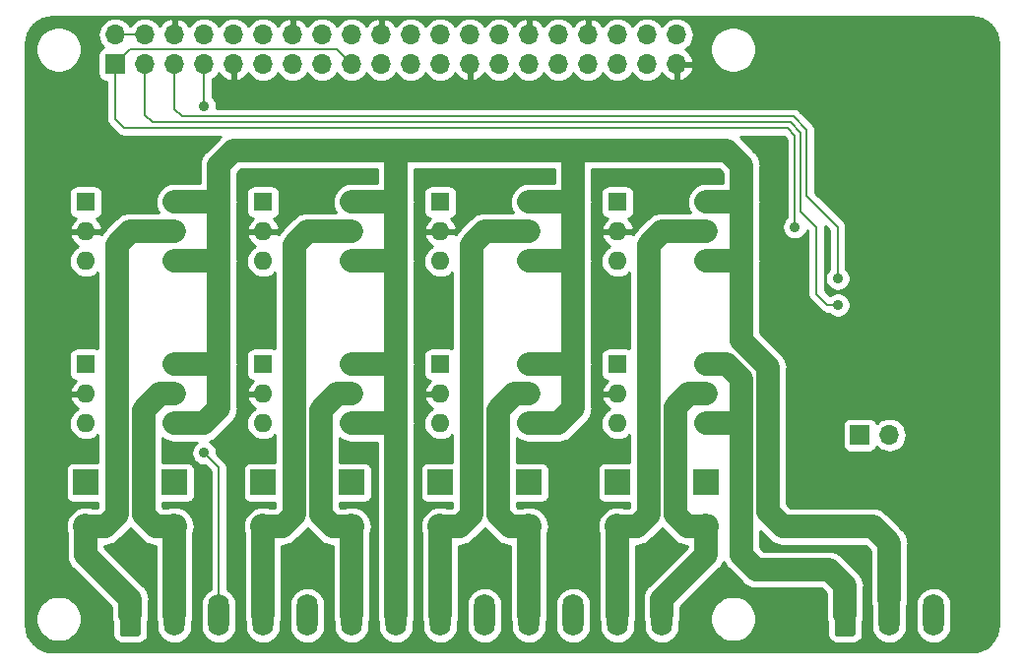
<source format=gbl>
G04 #@! TF.GenerationSoftware,KiCad,Pcbnew,5.1.2-f72e74a~84~ubuntu19.04.1*
G04 #@! TF.CreationDate,2019-07-08T05:48:43+02:00*
G04 #@! TF.ProjectId,switch-control-hat,73776974-6368-42d6-936f-6e74726f6c2d,rev?*
G04 #@! TF.SameCoordinates,Original*
G04 #@! TF.FileFunction,Copper,L2,Bot*
G04 #@! TF.FilePolarity,Positive*
%FSLAX46Y46*%
G04 Gerber Fmt 4.6, Leading zero omitted, Abs format (unit mm)*
G04 Created by KiCad (PCBNEW 5.1.2-f72e74a~84~ubuntu19.04.1) date 2019-07-08 05:48:43*
%MOMM*%
%LPD*%
G04 APERTURE LIST*
%ADD10R,1.600000X1.600000*%
%ADD11O,1.600000X1.600000*%
%ADD12O,1.800000X3.600000*%
%ADD13C,0.100000*%
%ADD14C,1.800000*%
%ADD15R,2.200000X2.200000*%
%ADD16O,2.200000X2.200000*%
%ADD17O,1.700000X1.700000*%
%ADD18R,1.700000X1.700000*%
%ADD19C,0.900000*%
%ADD20C,2.000000*%
%ADD21C,0.200000*%
%ADD22C,0.254000*%
G04 APERTURE END LIST*
D10*
X205842000Y-124600000D03*
D11*
X213462000Y-129680000D03*
X205842000Y-127140000D03*
X213462000Y-127140000D03*
X205842000Y-129680000D03*
X213462000Y-124600000D03*
X228702000Y-124600000D03*
X221082000Y-129680000D03*
X228702000Y-127140000D03*
X221082000Y-127140000D03*
X228702000Y-129680000D03*
D10*
X221082000Y-124600000D03*
D12*
X278740000Y-146190000D03*
X274930000Y-146190000D03*
D13*
G36*
X271794504Y-144391204D02*
G01*
X271818773Y-144394804D01*
X271842571Y-144400765D01*
X271865671Y-144409030D01*
X271887849Y-144419520D01*
X271908893Y-144432133D01*
X271928598Y-144446747D01*
X271946777Y-144463223D01*
X271963253Y-144481402D01*
X271977867Y-144501107D01*
X271990480Y-144522151D01*
X272000970Y-144544329D01*
X272009235Y-144567429D01*
X272015196Y-144591227D01*
X272018796Y-144615496D01*
X272020000Y-144640000D01*
X272020000Y-147740000D01*
X272018796Y-147764504D01*
X272015196Y-147788773D01*
X272009235Y-147812571D01*
X272000970Y-147835671D01*
X271990480Y-147857849D01*
X271977867Y-147878893D01*
X271963253Y-147898598D01*
X271946777Y-147916777D01*
X271928598Y-147933253D01*
X271908893Y-147947867D01*
X271887849Y-147960480D01*
X271865671Y-147970970D01*
X271842571Y-147979235D01*
X271818773Y-147985196D01*
X271794504Y-147988796D01*
X271770000Y-147990000D01*
X270470000Y-147990000D01*
X270445496Y-147988796D01*
X270421227Y-147985196D01*
X270397429Y-147979235D01*
X270374329Y-147970970D01*
X270352151Y-147960480D01*
X270331107Y-147947867D01*
X270311402Y-147933253D01*
X270293223Y-147916777D01*
X270276747Y-147898598D01*
X270262133Y-147878893D01*
X270249520Y-147857849D01*
X270239030Y-147835671D01*
X270230765Y-147812571D01*
X270224804Y-147788773D01*
X270221204Y-147764504D01*
X270220000Y-147740000D01*
X270220000Y-144640000D01*
X270221204Y-144615496D01*
X270224804Y-144591227D01*
X270230765Y-144567429D01*
X270239030Y-144544329D01*
X270249520Y-144522151D01*
X270262133Y-144501107D01*
X270276747Y-144481402D01*
X270293223Y-144463223D01*
X270311402Y-144446747D01*
X270331107Y-144432133D01*
X270352151Y-144419520D01*
X270374329Y-144409030D01*
X270397429Y-144400765D01*
X270421227Y-144394804D01*
X270445496Y-144391204D01*
X270470000Y-144390000D01*
X271770000Y-144390000D01*
X271794504Y-144391204D01*
X271794504Y-144391204D01*
G37*
D14*
X271120000Y-146190000D03*
D13*
G36*
X210326504Y-144391204D02*
G01*
X210350773Y-144394804D01*
X210374571Y-144400765D01*
X210397671Y-144409030D01*
X210419849Y-144419520D01*
X210440893Y-144432133D01*
X210460598Y-144446747D01*
X210478777Y-144463223D01*
X210495253Y-144481402D01*
X210509867Y-144501107D01*
X210522480Y-144522151D01*
X210532970Y-144544329D01*
X210541235Y-144567429D01*
X210547196Y-144591227D01*
X210550796Y-144615496D01*
X210552000Y-144640000D01*
X210552000Y-147740000D01*
X210550796Y-147764504D01*
X210547196Y-147788773D01*
X210541235Y-147812571D01*
X210532970Y-147835671D01*
X210522480Y-147857849D01*
X210509867Y-147878893D01*
X210495253Y-147898598D01*
X210478777Y-147916777D01*
X210460598Y-147933253D01*
X210440893Y-147947867D01*
X210419849Y-147960480D01*
X210397671Y-147970970D01*
X210374571Y-147979235D01*
X210350773Y-147985196D01*
X210326504Y-147988796D01*
X210302000Y-147990000D01*
X209002000Y-147990000D01*
X208977496Y-147988796D01*
X208953227Y-147985196D01*
X208929429Y-147979235D01*
X208906329Y-147970970D01*
X208884151Y-147960480D01*
X208863107Y-147947867D01*
X208843402Y-147933253D01*
X208825223Y-147916777D01*
X208808747Y-147898598D01*
X208794133Y-147878893D01*
X208781520Y-147857849D01*
X208771030Y-147835671D01*
X208762765Y-147812571D01*
X208756804Y-147788773D01*
X208753204Y-147764504D01*
X208752000Y-147740000D01*
X208752000Y-144640000D01*
X208753204Y-144615496D01*
X208756804Y-144591227D01*
X208762765Y-144567429D01*
X208771030Y-144544329D01*
X208781520Y-144522151D01*
X208794133Y-144501107D01*
X208808747Y-144481402D01*
X208825223Y-144463223D01*
X208843402Y-144446747D01*
X208863107Y-144432133D01*
X208884151Y-144419520D01*
X208906329Y-144409030D01*
X208929429Y-144400765D01*
X208953227Y-144394804D01*
X208977496Y-144391204D01*
X209002000Y-144390000D01*
X210302000Y-144390000D01*
X210326504Y-144391204D01*
X210326504Y-144391204D01*
G37*
D14*
X209652000Y-146190000D03*
D12*
X213462000Y-146190000D03*
X217272000Y-146190000D03*
X221082000Y-146190000D03*
X224892000Y-146190000D03*
X228702000Y-146190000D03*
X232512000Y-146190000D03*
X236322000Y-146190000D03*
X240132000Y-146190000D03*
X243942000Y-146190000D03*
X247752000Y-146190000D03*
X251562000Y-146190000D03*
X255372000Y-146190000D03*
D15*
X213462000Y-134760000D03*
D16*
X213462000Y-138570000D03*
X259182000Y-138570000D03*
D15*
X259182000Y-134760000D03*
D17*
X274930000Y-130672000D03*
D18*
X272390000Y-130672000D03*
D16*
X251562000Y-138570000D03*
D15*
X251562000Y-134760000D03*
D16*
X243942000Y-138570000D03*
D15*
X243942000Y-134760000D03*
D16*
X236322000Y-138570000D03*
D15*
X236322000Y-134760000D03*
D16*
X228702000Y-138570000D03*
D15*
X228702000Y-134760000D03*
D16*
X221082000Y-138570000D03*
D15*
X221082000Y-134760000D03*
X205842000Y-134760000D03*
D16*
X205842000Y-138570000D03*
D10*
X221082000Y-110630000D03*
D11*
X228702000Y-115710000D03*
X221082000Y-113170000D03*
X228702000Y-113170000D03*
X221082000Y-115710000D03*
X228702000Y-110630000D03*
D18*
X208370000Y-98770000D03*
D17*
X208370000Y-96230000D03*
X210910000Y-98770000D03*
X210910000Y-96230000D03*
X213450000Y-98770000D03*
X213450000Y-96230000D03*
X215990000Y-98770000D03*
X215990000Y-96230000D03*
X218530000Y-98770000D03*
X218530000Y-96230000D03*
X221070000Y-98770000D03*
X221070000Y-96230000D03*
X223610000Y-98770000D03*
X223610000Y-96230000D03*
X226150000Y-98770000D03*
X226150000Y-96230000D03*
X228690000Y-98770000D03*
X228690000Y-96230000D03*
X231230000Y-98770000D03*
X231230000Y-96230000D03*
X233770000Y-98770000D03*
X233770000Y-96230000D03*
X236310000Y-98770000D03*
X236310000Y-96230000D03*
X238850000Y-98770000D03*
X238850000Y-96230000D03*
X241390000Y-98770000D03*
X241390000Y-96230000D03*
X243930000Y-98770000D03*
X243930000Y-96230000D03*
X246470000Y-98770000D03*
X246470000Y-96230000D03*
X249010000Y-98770000D03*
X249010000Y-96230000D03*
X251550000Y-98770000D03*
X251550000Y-96230000D03*
X254090000Y-98770000D03*
X254090000Y-96230000D03*
X256630000Y-98770000D03*
X256630000Y-96230000D03*
D11*
X213462000Y-110630000D03*
X205842000Y-115710000D03*
X213462000Y-113170000D03*
X205842000Y-113170000D03*
X213462000Y-115710000D03*
D10*
X205842000Y-110630000D03*
X236322000Y-110630000D03*
D11*
X243942000Y-115710000D03*
X236322000Y-113170000D03*
X243942000Y-113170000D03*
X236322000Y-115710000D03*
X243942000Y-110630000D03*
X243942000Y-124600000D03*
X236322000Y-129680000D03*
X243942000Y-127140000D03*
X236322000Y-127140000D03*
X243942000Y-129680000D03*
D10*
X236322000Y-124600000D03*
X251562000Y-110630000D03*
D11*
X259182000Y-115710000D03*
X251562000Y-113170000D03*
X259182000Y-113170000D03*
X251562000Y-115710000D03*
X259182000Y-110630000D03*
X259182000Y-124600000D03*
X251562000Y-129680000D03*
X259182000Y-127140000D03*
X251562000Y-127140000D03*
X259182000Y-129680000D03*
D10*
X251562000Y-124600000D03*
D19*
X266802000Y-112765000D03*
X270509000Y-119496000D03*
X270485000Y-117210000D03*
X216002000Y-102375000D03*
X216002000Y-132220000D03*
D20*
X226035000Y-128537000D02*
X227432000Y-127140000D01*
X243942000Y-127140000D02*
X242672000Y-127140000D01*
D21*
X266802000Y-111265000D02*
X266802000Y-112765000D01*
X266155000Y-104280000D02*
X266802000Y-104927000D01*
X209144000Y-104280000D02*
X266155000Y-104280000D01*
X208370000Y-98770000D02*
X208370000Y-103506000D01*
X208370000Y-103506000D02*
X209144000Y-104280000D01*
X266802000Y-104927000D02*
X266802000Y-111265000D01*
X227405500Y-97485500D02*
X228690000Y-98770000D01*
X209652000Y-97485500D02*
X227405500Y-97485500D01*
X208370000Y-98770000D02*
X208370000Y-98767500D01*
X208370000Y-98767500D02*
X209652000Y-97485500D01*
X210910000Y-96230000D02*
X208370000Y-96230000D01*
X269618604Y-119496000D02*
X270509000Y-119496000D01*
X268643500Y-112789000D02*
X268643500Y-118520896D01*
X210910000Y-103125000D02*
X211557000Y-103772000D01*
X210910000Y-98770000D02*
X210910000Y-103125000D01*
X268643500Y-118520896D02*
X269618604Y-119496000D01*
X211557000Y-103772000D02*
X266421000Y-103772000D01*
X267310000Y-111455500D02*
X268643500Y-112789000D01*
X266421000Y-103772000D02*
X267310000Y-104661000D01*
X267310000Y-104661000D02*
X267310000Y-111455500D01*
X213450000Y-102617000D02*
X213450000Y-98770000D01*
X214097000Y-103264000D02*
X213450000Y-102617000D01*
X270485000Y-112789000D02*
X267818000Y-110122000D01*
X266675000Y-103264000D02*
X214097000Y-103264000D01*
X270485000Y-117210000D02*
X270485000Y-112789000D01*
X267818000Y-110122000D02*
X267818000Y-104407000D01*
X267818000Y-104407000D02*
X266675000Y-103264000D01*
D20*
X209652000Y-144793000D02*
X205842000Y-140983000D01*
X205842000Y-140983000D02*
X205842000Y-138570000D01*
X208509000Y-114281366D02*
X209620366Y-113170000D01*
X205842000Y-138570000D02*
X207493000Y-138570000D01*
X207493000Y-138570000D02*
X208509000Y-137554000D01*
X208509000Y-137554000D02*
X208509000Y-115710000D01*
X209652000Y-146190000D02*
X209652000Y-144793000D01*
X212330630Y-113170000D02*
X209620366Y-113170000D01*
X213462000Y-113170000D02*
X212330630Y-113170000D01*
X208509000Y-114281366D02*
X208509000Y-115710000D01*
D21*
X213462000Y-146488000D02*
X213450000Y-146500000D01*
D20*
X213462000Y-138570000D02*
X213462000Y-146190000D01*
X211811000Y-138570000D02*
X213462000Y-138570000D01*
X210795000Y-137554000D02*
X211811000Y-138570000D01*
X213462000Y-127140000D02*
X212192000Y-127140000D01*
X212192000Y-127140000D02*
X210795000Y-128537000D01*
X210795000Y-128537000D02*
X210795000Y-137554000D01*
D21*
X221082000Y-146488000D02*
X221070000Y-146500000D01*
D20*
X221082000Y-138570000D02*
X221082000Y-146190000D01*
X222733000Y-138570000D02*
X223749000Y-137554000D01*
X221082000Y-138570000D02*
X222733000Y-138570000D01*
X224860366Y-113170000D02*
X223749000Y-114281366D01*
X228702000Y-113170000D02*
X224860366Y-113170000D01*
X223749000Y-114281366D02*
X223749000Y-137554000D01*
D21*
X228702000Y-146488000D02*
X228690000Y-146500000D01*
D20*
X228702000Y-140125634D02*
X228702000Y-146190000D01*
X228702000Y-138570000D02*
X228702000Y-140125634D01*
X227051000Y-138570000D02*
X228702000Y-138570000D01*
X226035000Y-137554000D02*
X227051000Y-138570000D01*
X226035000Y-128537000D02*
X227432000Y-127140000D01*
X226035000Y-137554000D02*
X226035000Y-128537000D01*
X228702000Y-127140000D02*
X227432000Y-127140000D01*
D21*
X236322000Y-146488000D02*
X236310000Y-146500000D01*
D20*
X236322000Y-138570000D02*
X236322000Y-146190000D01*
X237973000Y-138570000D02*
X236322000Y-138570000D01*
X238989000Y-137554000D02*
X237973000Y-138570000D01*
X240100366Y-113170000D02*
X238989000Y-114281366D01*
X243942000Y-113170000D02*
X240100366Y-113170000D01*
X238989000Y-114281366D02*
X238989000Y-137554000D01*
D21*
X243942000Y-146488000D02*
X243930000Y-146500000D01*
D20*
X243942000Y-138570000D02*
X243942000Y-146190000D01*
X242291000Y-138570000D02*
X241275000Y-137554000D01*
X243942000Y-138570000D02*
X242291000Y-138570000D01*
X241275000Y-129680000D02*
X241275000Y-137554000D01*
X241275000Y-128537000D02*
X242672000Y-127140000D01*
X241275000Y-129680000D02*
X241275000Y-128537000D01*
D21*
X251562000Y-146488000D02*
X251550000Y-146500000D01*
D20*
X251562000Y-138570000D02*
X251562000Y-146190000D01*
X253213000Y-138570000D02*
X251562000Y-138570000D01*
X254229000Y-137554000D02*
X253213000Y-138570000D01*
X255340366Y-113170000D02*
X254229000Y-114281366D01*
X259182000Y-113170000D02*
X255340366Y-113170000D01*
X254229000Y-137554000D02*
X254229000Y-115710000D01*
X254229000Y-114281366D02*
X254229000Y-115710000D01*
X255372000Y-144793000D02*
X259182000Y-140983000D01*
X259182000Y-138570000D02*
X259182000Y-140983000D01*
X255372000Y-146190000D02*
X255372000Y-144793000D01*
X257531000Y-138570000D02*
X256515000Y-137554000D01*
X259182000Y-138570000D02*
X257531000Y-138570000D01*
X257626366Y-127140000D02*
X256515000Y-128251366D01*
X259182000Y-127140000D02*
X257626366Y-127140000D01*
X256515000Y-128251366D02*
X256515000Y-137554000D01*
X246482000Y-129680000D02*
X247752000Y-128410000D01*
X243942000Y-129680000D02*
X246482000Y-129680000D01*
X260960000Y-106185000D02*
X262230000Y-107455000D01*
X217272000Y-107455000D02*
X218542000Y-106185000D01*
X264516000Y-137300000D02*
X265786000Y-138570000D01*
X274930000Y-139967000D02*
X273533000Y-138570000D01*
X274930000Y-139967000D02*
X274930000Y-144793000D01*
X265786000Y-138570000D02*
X273533000Y-138570000D01*
X264516000Y-124854000D02*
X262230000Y-122568000D01*
X264516000Y-127394000D02*
X264516000Y-137300000D01*
X249276000Y-106185000D02*
X260960000Y-106185000D01*
X232512000Y-106185000D02*
X234036000Y-106185000D01*
X262230000Y-113170000D02*
X262230000Y-114440000D01*
X232512000Y-106185000D02*
X218542000Y-106185000D01*
X213462000Y-129680000D02*
X216002000Y-129680000D01*
X234036000Y-106185000D02*
X247752000Y-106185000D01*
X247752000Y-106185000D02*
X249276000Y-106185000D01*
X216002000Y-129680000D02*
X217272000Y-128410000D01*
X217272000Y-125870000D02*
X217272000Y-128410000D01*
X213462000Y-124600000D02*
X217272000Y-124600000D01*
X217272000Y-125870000D02*
X217272000Y-124600000D01*
X213462000Y-115710000D02*
X217272000Y-115710000D01*
X217272000Y-124600000D02*
X217272000Y-115710000D01*
X217272000Y-115710000D02*
X217272000Y-113170000D01*
X217272000Y-113170000D02*
X217272000Y-110630000D01*
X214593370Y-110630000D02*
X217272000Y-110630000D01*
X213462000Y-110630000D02*
X214593370Y-110630000D01*
X217272000Y-110630000D02*
X217272000Y-107455000D01*
X228702000Y-129680000D02*
X232512000Y-129680000D01*
X232512000Y-146190000D02*
X232512000Y-129680000D01*
X232512000Y-129680000D02*
X232512000Y-127140000D01*
X228702000Y-124600000D02*
X232512000Y-124600000D01*
X232512000Y-127140000D02*
X232512000Y-124600000D01*
X247752000Y-128410000D02*
X247752000Y-125870000D01*
X243942000Y-124600000D02*
X247752000Y-124600000D01*
X247752000Y-125870000D02*
X247752000Y-124600000D01*
X243942000Y-115710000D02*
X247752000Y-115710000D01*
X247752000Y-124600000D02*
X247752000Y-115710000D01*
X247752000Y-115710000D02*
X247752000Y-113170000D01*
X228702000Y-115710000D02*
X232512000Y-115710000D01*
X232512000Y-124600000D02*
X232512000Y-115710000D01*
X232512000Y-115710000D02*
X232512000Y-113170000D01*
X228702000Y-110630000D02*
X232512000Y-110630000D01*
X232512000Y-113170000D02*
X232512000Y-110630000D01*
X232512000Y-110630000D02*
X232512000Y-106185000D01*
X245073370Y-110630000D02*
X247752000Y-110630000D01*
X243942000Y-110630000D02*
X245073370Y-110630000D01*
X247752000Y-113170000D02*
X247752000Y-110630000D01*
X247752000Y-110630000D02*
X247752000Y-106185000D01*
X260313370Y-115710000D02*
X262230000Y-115710000D01*
X259182000Y-115710000D02*
X260313370Y-115710000D01*
X262230000Y-115710000D02*
X262230000Y-114440000D01*
X259182000Y-110630000D02*
X262230000Y-110630000D01*
X262230000Y-107455000D02*
X262230000Y-110630000D01*
X262230000Y-110630000D02*
X262230000Y-113170000D01*
X264516000Y-124854000D02*
X264516000Y-127394000D01*
X262230000Y-115710000D02*
X262230000Y-122568000D01*
X271120000Y-146190000D02*
X271120000Y-144290000D01*
X271120000Y-144290000D02*
X271120000Y-143650000D01*
X262230000Y-140983000D02*
X263500000Y-142253000D01*
X263500000Y-142253000D02*
X269723000Y-142253000D01*
X259182000Y-124600000D02*
X260960000Y-124600000D01*
X271120000Y-143650000D02*
X269723000Y-142253000D01*
X260960000Y-124600000D02*
X262230000Y-125870000D01*
X259182000Y-129680000D02*
X262230000Y-129680000D01*
X262230000Y-128410000D02*
X262230000Y-129680000D01*
X262230000Y-129680000D02*
X262230000Y-140983000D01*
X262230000Y-125870000D02*
X262230000Y-128410000D01*
D21*
X216002000Y-98782000D02*
X215990000Y-98770000D01*
X216002000Y-102375000D02*
X216002000Y-98782000D01*
X217272000Y-133490000D02*
X216002000Y-132220000D01*
X217272000Y-146190000D02*
X217272000Y-133490000D01*
D22*
G36*
X282449016Y-94732312D02*
G01*
X282880930Y-94862714D01*
X283279285Y-95074524D01*
X283628914Y-95359675D01*
X283916497Y-95707303D01*
X284131086Y-96104177D01*
X284264498Y-96535161D01*
X284315001Y-97015663D01*
X284315000Y-146966495D01*
X284267688Y-147449016D01*
X284137287Y-147880927D01*
X283925480Y-148279280D01*
X283640325Y-148628914D01*
X283292697Y-148916497D01*
X282895825Y-149131085D01*
X282464834Y-149264500D01*
X281984346Y-149315000D01*
X203033504Y-149315000D01*
X202550984Y-149267688D01*
X202119073Y-149137287D01*
X201720720Y-148925480D01*
X201371086Y-148640325D01*
X201083503Y-148292697D01*
X200868915Y-147895825D01*
X200735500Y-147464834D01*
X200685000Y-146984346D01*
X200685000Y-146304495D01*
X201515000Y-146304495D01*
X201515000Y-146695505D01*
X201591282Y-147079003D01*
X201740915Y-147440250D01*
X201958149Y-147765364D01*
X202234636Y-148041851D01*
X202559750Y-148259085D01*
X202920997Y-148408718D01*
X203304495Y-148485000D01*
X203695505Y-148485000D01*
X204079003Y-148408718D01*
X204440250Y-148259085D01*
X204765364Y-148041851D01*
X205041851Y-147765364D01*
X205259085Y-147440250D01*
X205408718Y-147079003D01*
X205485000Y-146695505D01*
X205485000Y-146304495D01*
X205408718Y-145920997D01*
X205259085Y-145559750D01*
X205041851Y-145234636D01*
X204765364Y-144958149D01*
X204440250Y-144740915D01*
X204079003Y-144591282D01*
X203695505Y-144515000D01*
X203304495Y-144515000D01*
X202920997Y-144591282D01*
X202559750Y-144740915D01*
X202234636Y-144958149D01*
X201958149Y-145234636D01*
X201740915Y-145559750D01*
X201591282Y-145920997D01*
X201515000Y-146304495D01*
X200685000Y-146304495D01*
X200685000Y-138570000D01*
X204098606Y-138570000D01*
X204132105Y-138910119D01*
X204207001Y-139157018D01*
X204207000Y-140902680D01*
X204199089Y-140983000D01*
X204207000Y-141063319D01*
X204207000Y-141063321D01*
X204230657Y-141303515D01*
X204324148Y-141611714D01*
X204475969Y-141895751D01*
X204680286Y-142144714D01*
X204742687Y-142195925D01*
X208017000Y-145470240D01*
X208017000Y-146270321D01*
X208040657Y-146510515D01*
X208113928Y-146752057D01*
X208113928Y-147740000D01*
X208130992Y-147913254D01*
X208181528Y-148079850D01*
X208263595Y-148233386D01*
X208374038Y-148367962D01*
X208508614Y-148478405D01*
X208662150Y-148560472D01*
X208828746Y-148611008D01*
X209002000Y-148628072D01*
X210302000Y-148628072D01*
X210475254Y-148611008D01*
X210641850Y-148560472D01*
X210795386Y-148478405D01*
X210929962Y-148367962D01*
X211040405Y-148233386D01*
X211122472Y-148079850D01*
X211173008Y-147913254D01*
X211190072Y-147740000D01*
X211190072Y-146752058D01*
X211263343Y-146510516D01*
X211287000Y-146270322D01*
X211287000Y-144873322D01*
X211294911Y-144793000D01*
X211263343Y-144472483D01*
X211169852Y-144164285D01*
X211066280Y-143970516D01*
X211018031Y-143880248D01*
X210813714Y-143631286D01*
X210751324Y-143580084D01*
X207477000Y-140305762D01*
X207477000Y-140211335D01*
X207493000Y-140212911D01*
X207573319Y-140205000D01*
X207573322Y-140205000D01*
X207813516Y-140181343D01*
X208121715Y-140087852D01*
X208405752Y-139936031D01*
X208654714Y-139731714D01*
X208705925Y-139669313D01*
X209608314Y-138766924D01*
X209652000Y-138731072D01*
X209695682Y-138766920D01*
X210598075Y-139669313D01*
X210649286Y-139731714D01*
X210898248Y-139936031D01*
X211182285Y-140087852D01*
X211490484Y-140181343D01*
X211730678Y-140205000D01*
X211730680Y-140205000D01*
X211811000Y-140212911D01*
X211827000Y-140211335D01*
X211827001Y-146270322D01*
X211850658Y-146510516D01*
X211927000Y-146762182D01*
X211927000Y-147165408D01*
X211949211Y-147390913D01*
X212036984Y-147680261D01*
X212179520Y-147946927D01*
X212371340Y-148180661D01*
X212605074Y-148372481D01*
X212871740Y-148515017D01*
X213161088Y-148602790D01*
X213462000Y-148632427D01*
X213762913Y-148602790D01*
X214052261Y-148515017D01*
X214318927Y-148372481D01*
X214552661Y-148180661D01*
X214744481Y-147946927D01*
X214887017Y-147680261D01*
X214974790Y-147390913D01*
X214997000Y-147165408D01*
X214997000Y-146762186D01*
X215073343Y-146510516D01*
X215097000Y-146270322D01*
X215097000Y-139157015D01*
X215171895Y-138910119D01*
X215205394Y-138570000D01*
X215171895Y-138229881D01*
X215072686Y-137902832D01*
X214911579Y-137601422D01*
X214694766Y-137337234D01*
X214430578Y-137120421D01*
X214129168Y-136959314D01*
X213802119Y-136860105D01*
X213547225Y-136835000D01*
X213376775Y-136835000D01*
X213121881Y-136860105D01*
X212874985Y-136935000D01*
X212488238Y-136935000D01*
X212430000Y-136876762D01*
X212430000Y-136498072D01*
X214562000Y-136498072D01*
X214686482Y-136485812D01*
X214806180Y-136449502D01*
X214916494Y-136390537D01*
X215013185Y-136311185D01*
X215092537Y-136214494D01*
X215151502Y-136104180D01*
X215187812Y-135984482D01*
X215200072Y-135860000D01*
X215200072Y-133660000D01*
X215187812Y-133535518D01*
X215151502Y-133415820D01*
X215092537Y-133305506D01*
X215013185Y-133208815D01*
X214916494Y-133129463D01*
X214806180Y-133070498D01*
X214686482Y-133034188D01*
X214562000Y-133021928D01*
X212430000Y-133021928D01*
X212430000Y-130948167D01*
X212549248Y-131046031D01*
X212833285Y-131197852D01*
X213141484Y-131291343D01*
X213381678Y-131315000D01*
X215403479Y-131315000D01*
X215310353Y-131377225D01*
X215159225Y-131528353D01*
X215040485Y-131706060D01*
X214958696Y-131903517D01*
X214917000Y-132113137D01*
X214917000Y-132326863D01*
X214958696Y-132536483D01*
X215040485Y-132733940D01*
X215159225Y-132911647D01*
X215310353Y-133062775D01*
X215488060Y-133181515D01*
X215685517Y-133263304D01*
X215895137Y-133305000D01*
X216047554Y-133305000D01*
X216537001Y-133794448D01*
X216537000Y-143942348D01*
X216415073Y-144007519D01*
X216181339Y-144199339D01*
X215989519Y-144433074D01*
X215846983Y-144699740D01*
X215759210Y-144989088D01*
X215737000Y-145214593D01*
X215737000Y-147165408D01*
X215759211Y-147390913D01*
X215846984Y-147680261D01*
X215989520Y-147946927D01*
X216181340Y-148180661D01*
X216415074Y-148372481D01*
X216681740Y-148515017D01*
X216971088Y-148602790D01*
X217272000Y-148632427D01*
X217572913Y-148602790D01*
X217862261Y-148515017D01*
X218128927Y-148372481D01*
X218362661Y-148180661D01*
X218554481Y-147946927D01*
X218697017Y-147680261D01*
X218784790Y-147390913D01*
X218807000Y-147165408D01*
X218807000Y-145214592D01*
X218784790Y-144989087D01*
X218697017Y-144699739D01*
X218554481Y-144433073D01*
X218362661Y-144199339D01*
X218128926Y-144007519D01*
X218007000Y-143942348D01*
X218007000Y-133526094D01*
X218010555Y-133489999D01*
X218007000Y-133453904D01*
X218007000Y-133453895D01*
X217996365Y-133345915D01*
X217954337Y-133207367D01*
X217886087Y-133079680D01*
X217794238Y-132967762D01*
X217766193Y-132944746D01*
X217087000Y-132265554D01*
X217087000Y-132113137D01*
X217045304Y-131903517D01*
X216963515Y-131706060D01*
X216844775Y-131528353D01*
X216693647Y-131377225D01*
X216515940Y-131258485D01*
X216479962Y-131243582D01*
X216630715Y-131197852D01*
X216914752Y-131046031D01*
X217163714Y-130841714D01*
X217214924Y-130779314D01*
X218371318Y-129622921D01*
X218433714Y-129571714D01*
X218638031Y-129322752D01*
X218789852Y-129038715D01*
X218883343Y-128730516D01*
X218907000Y-128490322D01*
X218907000Y-128490320D01*
X218914911Y-128410001D01*
X218907000Y-128329678D01*
X218907000Y-124680321D01*
X218914911Y-124600000D01*
X218907000Y-124519678D01*
X218907000Y-115790321D01*
X218914911Y-115710000D01*
X218907000Y-115629678D01*
X218907000Y-110710321D01*
X218914911Y-110630000D01*
X218907000Y-110549678D01*
X218907000Y-109830000D01*
X219643928Y-109830000D01*
X219643928Y-111430000D01*
X219656188Y-111554482D01*
X219692498Y-111674180D01*
X219751463Y-111784494D01*
X219830815Y-111881185D01*
X219927506Y-111960537D01*
X220037820Y-112019502D01*
X220157518Y-112055812D01*
X220182080Y-112058231D01*
X220018481Y-112206586D01*
X219850963Y-112432580D01*
X219730754Y-112686913D01*
X219690096Y-112820961D01*
X219812085Y-113043000D01*
X220955000Y-113043000D01*
X220955000Y-113023000D01*
X221209000Y-113023000D01*
X221209000Y-113043000D01*
X222351915Y-113043000D01*
X222473904Y-112820961D01*
X222433246Y-112686913D01*
X222313037Y-112432580D01*
X222145519Y-112206586D01*
X221981920Y-112058231D01*
X222006482Y-112055812D01*
X222126180Y-112019502D01*
X222236494Y-111960537D01*
X222333185Y-111881185D01*
X222412537Y-111784494D01*
X222471502Y-111674180D01*
X222507812Y-111554482D01*
X222520072Y-111430000D01*
X222520072Y-109830000D01*
X222507812Y-109705518D01*
X222471502Y-109585820D01*
X222412537Y-109475506D01*
X222333185Y-109378815D01*
X222236494Y-109299463D01*
X222126180Y-109240498D01*
X222006482Y-109204188D01*
X221882000Y-109191928D01*
X220282000Y-109191928D01*
X220157518Y-109204188D01*
X220037820Y-109240498D01*
X219927506Y-109299463D01*
X219830815Y-109378815D01*
X219751463Y-109475506D01*
X219692498Y-109585820D01*
X219656188Y-109705518D01*
X219643928Y-109830000D01*
X218907000Y-109830000D01*
X218907000Y-108132238D01*
X219219239Y-107820000D01*
X230877001Y-107820000D01*
X230877000Y-108995000D01*
X228621678Y-108995000D01*
X228381484Y-109018657D01*
X228073285Y-109112148D01*
X227789248Y-109263969D01*
X227540286Y-109468286D01*
X227335969Y-109717248D01*
X227184148Y-110001285D01*
X227090657Y-110309484D01*
X227059089Y-110630000D01*
X227090657Y-110950516D01*
X227184148Y-111258715D01*
X227331825Y-111535000D01*
X224940688Y-111535000D01*
X224860366Y-111527089D01*
X224539849Y-111558657D01*
X224404928Y-111599585D01*
X224231651Y-111652148D01*
X223947614Y-111803969D01*
X223698652Y-112008286D01*
X223647445Y-112070682D01*
X222649686Y-113068442D01*
X222587286Y-113119652D01*
X222387936Y-113362563D01*
X222351915Y-113297000D01*
X221209000Y-113297000D01*
X221209000Y-113317000D01*
X220955000Y-113317000D01*
X220955000Y-113297000D01*
X219812085Y-113297000D01*
X219690096Y-113519039D01*
X219730754Y-113653087D01*
X219850963Y-113907420D01*
X220018481Y-114133414D01*
X220226869Y-114322385D01*
X220418682Y-114437421D01*
X220280899Y-114511068D01*
X220062392Y-114690392D01*
X219883068Y-114908899D01*
X219749818Y-115158192D01*
X219667764Y-115428691D01*
X219640057Y-115710000D01*
X219667764Y-115991309D01*
X219749818Y-116261808D01*
X219883068Y-116511101D01*
X220062392Y-116729608D01*
X220280899Y-116908932D01*
X220530192Y-117042182D01*
X220800691Y-117124236D01*
X221011508Y-117145000D01*
X221152492Y-117145000D01*
X221363309Y-117124236D01*
X221633808Y-117042182D01*
X221883101Y-116908932D01*
X222101608Y-116729608D01*
X222114000Y-116714508D01*
X222114000Y-123206803D01*
X222006482Y-123174188D01*
X221882000Y-123161928D01*
X220282000Y-123161928D01*
X220157518Y-123174188D01*
X220037820Y-123210498D01*
X219927506Y-123269463D01*
X219830815Y-123348815D01*
X219751463Y-123445506D01*
X219692498Y-123555820D01*
X219656188Y-123675518D01*
X219643928Y-123800000D01*
X219643928Y-125400000D01*
X219656188Y-125524482D01*
X219692498Y-125644180D01*
X219751463Y-125754494D01*
X219830815Y-125851185D01*
X219927506Y-125930537D01*
X220037820Y-125989502D01*
X220157518Y-126025812D01*
X220182080Y-126028231D01*
X220018481Y-126176586D01*
X219850963Y-126402580D01*
X219730754Y-126656913D01*
X219690096Y-126790961D01*
X219812085Y-127013000D01*
X220955000Y-127013000D01*
X220955000Y-126993000D01*
X221209000Y-126993000D01*
X221209000Y-127013000D01*
X221229000Y-127013000D01*
X221229000Y-127267000D01*
X221209000Y-127267000D01*
X221209000Y-127287000D01*
X220955000Y-127287000D01*
X220955000Y-127267000D01*
X219812085Y-127267000D01*
X219690096Y-127489039D01*
X219730754Y-127623087D01*
X219850963Y-127877420D01*
X220018481Y-128103414D01*
X220226869Y-128292385D01*
X220418682Y-128407421D01*
X220280899Y-128481068D01*
X220062392Y-128660392D01*
X219883068Y-128878899D01*
X219749818Y-129128192D01*
X219667764Y-129398691D01*
X219640057Y-129680000D01*
X219667764Y-129961309D01*
X219749818Y-130231808D01*
X219883068Y-130481101D01*
X220062392Y-130699608D01*
X220280899Y-130878932D01*
X220530192Y-131012182D01*
X220800691Y-131094236D01*
X221011508Y-131115000D01*
X221152492Y-131115000D01*
X221363309Y-131094236D01*
X221633808Y-131012182D01*
X221883101Y-130878932D01*
X222101608Y-130699608D01*
X222114001Y-130684507D01*
X222114001Y-133021928D01*
X219982000Y-133021928D01*
X219857518Y-133034188D01*
X219737820Y-133070498D01*
X219627506Y-133129463D01*
X219530815Y-133208815D01*
X219451463Y-133305506D01*
X219392498Y-133415820D01*
X219356188Y-133535518D01*
X219343928Y-133660000D01*
X219343928Y-135860000D01*
X219356188Y-135984482D01*
X219392498Y-136104180D01*
X219451463Y-136214494D01*
X219530815Y-136311185D01*
X219627506Y-136390537D01*
X219737820Y-136449502D01*
X219857518Y-136485812D01*
X219982000Y-136498072D01*
X222114001Y-136498072D01*
X222114001Y-136876761D01*
X222055762Y-136935000D01*
X221669015Y-136935000D01*
X221422119Y-136860105D01*
X221167225Y-136835000D01*
X220996775Y-136835000D01*
X220741881Y-136860105D01*
X220414832Y-136959314D01*
X220113422Y-137120421D01*
X219849234Y-137337234D01*
X219632421Y-137601422D01*
X219471314Y-137902832D01*
X219372105Y-138229881D01*
X219338606Y-138570000D01*
X219372105Y-138910119D01*
X219447000Y-139157016D01*
X219447001Y-146270322D01*
X219470658Y-146510516D01*
X219547000Y-146762182D01*
X219547000Y-147165408D01*
X219569211Y-147390913D01*
X219656984Y-147680261D01*
X219799520Y-147946927D01*
X219991340Y-148180661D01*
X220225074Y-148372481D01*
X220491740Y-148515017D01*
X220781088Y-148602790D01*
X221082000Y-148632427D01*
X221382913Y-148602790D01*
X221672261Y-148515017D01*
X221938927Y-148372481D01*
X222172661Y-148180661D01*
X222364481Y-147946927D01*
X222507017Y-147680261D01*
X222594790Y-147390913D01*
X222617000Y-147165408D01*
X222617000Y-146762186D01*
X222693343Y-146510516D01*
X222717000Y-146270322D01*
X222717000Y-145214593D01*
X223357000Y-145214593D01*
X223357000Y-147165408D01*
X223379211Y-147390913D01*
X223466984Y-147680261D01*
X223609520Y-147946927D01*
X223801340Y-148180661D01*
X224035074Y-148372481D01*
X224301740Y-148515017D01*
X224591088Y-148602790D01*
X224892000Y-148632427D01*
X225192913Y-148602790D01*
X225482261Y-148515017D01*
X225748927Y-148372481D01*
X225982661Y-148180661D01*
X226174481Y-147946927D01*
X226317017Y-147680261D01*
X226404790Y-147390913D01*
X226427000Y-147165408D01*
X226427000Y-145214592D01*
X226404790Y-144989087D01*
X226317017Y-144699739D01*
X226174481Y-144433073D01*
X225982661Y-144199339D01*
X225748926Y-144007519D01*
X225482260Y-143864983D01*
X225192912Y-143777210D01*
X224892000Y-143747573D01*
X224591087Y-143777210D01*
X224301739Y-143864983D01*
X224035073Y-144007519D01*
X223801339Y-144199339D01*
X223609519Y-144433074D01*
X223466983Y-144699740D01*
X223379210Y-144989088D01*
X223357000Y-145214593D01*
X222717000Y-145214593D01*
X222717000Y-140211335D01*
X222733000Y-140212911D01*
X222813319Y-140205000D01*
X222813322Y-140205000D01*
X223053516Y-140181343D01*
X223361715Y-140087852D01*
X223645752Y-139936031D01*
X223894714Y-139731714D01*
X223945925Y-139669313D01*
X224848313Y-138766925D01*
X224892000Y-138731072D01*
X224935687Y-138766925D01*
X225838075Y-139669313D01*
X225889286Y-139731714D01*
X226138248Y-139936031D01*
X226422285Y-140087852D01*
X226730484Y-140181343D01*
X226970678Y-140205000D01*
X226970680Y-140205000D01*
X227051000Y-140212911D01*
X227067000Y-140211335D01*
X227067001Y-146270322D01*
X227090658Y-146510516D01*
X227167000Y-146762182D01*
X227167000Y-147165408D01*
X227189211Y-147390913D01*
X227276984Y-147680261D01*
X227419520Y-147946927D01*
X227611340Y-148180661D01*
X227845074Y-148372481D01*
X228111740Y-148515017D01*
X228401088Y-148602790D01*
X228702000Y-148632427D01*
X229002913Y-148602790D01*
X229292261Y-148515017D01*
X229558927Y-148372481D01*
X229792661Y-148180661D01*
X229984481Y-147946927D01*
X230127017Y-147680261D01*
X230214790Y-147390913D01*
X230237000Y-147165408D01*
X230237000Y-146762186D01*
X230313343Y-146510516D01*
X230337000Y-146270322D01*
X230337000Y-139157015D01*
X230411895Y-138910119D01*
X230445394Y-138570000D01*
X230411895Y-138229881D01*
X230312686Y-137902832D01*
X230151579Y-137601422D01*
X229934766Y-137337234D01*
X229670578Y-137120421D01*
X229369168Y-136959314D01*
X229042119Y-136860105D01*
X228787225Y-136835000D01*
X228616775Y-136835000D01*
X228361881Y-136860105D01*
X228114985Y-136935000D01*
X227728238Y-136935000D01*
X227670000Y-136876762D01*
X227670000Y-136498072D01*
X229802000Y-136498072D01*
X229926482Y-136485812D01*
X230046180Y-136449502D01*
X230156494Y-136390537D01*
X230253185Y-136311185D01*
X230332537Y-136214494D01*
X230391502Y-136104180D01*
X230427812Y-135984482D01*
X230440072Y-135860000D01*
X230440072Y-133660000D01*
X230427812Y-133535518D01*
X230391502Y-133415820D01*
X230332537Y-133305506D01*
X230253185Y-133208815D01*
X230156494Y-133129463D01*
X230046180Y-133070498D01*
X229926482Y-133034188D01*
X229802000Y-133021928D01*
X227670000Y-133021928D01*
X227670000Y-130948167D01*
X227789248Y-131046031D01*
X228073285Y-131197852D01*
X228381484Y-131291343D01*
X228621678Y-131315000D01*
X230877001Y-131315000D01*
X230877000Y-146270321D01*
X230900657Y-146510515D01*
X230977000Y-146762185D01*
X230977000Y-147165408D01*
X230999211Y-147390913D01*
X231086984Y-147680261D01*
X231229520Y-147946927D01*
X231421340Y-148180661D01*
X231655074Y-148372481D01*
X231921740Y-148515017D01*
X232211088Y-148602790D01*
X232512000Y-148632427D01*
X232812913Y-148602790D01*
X233102261Y-148515017D01*
X233368927Y-148372481D01*
X233602661Y-148180661D01*
X233794481Y-147946927D01*
X233937017Y-147680261D01*
X234024790Y-147390913D01*
X234047000Y-147165408D01*
X234047000Y-146762186D01*
X234123343Y-146510516D01*
X234147000Y-146270322D01*
X234147000Y-129760321D01*
X234154911Y-129680000D01*
X234147000Y-129599678D01*
X234147000Y-124680321D01*
X234154911Y-124600000D01*
X234147000Y-124519678D01*
X234147000Y-115790321D01*
X234154911Y-115710000D01*
X234147000Y-115629678D01*
X234147000Y-110710321D01*
X234154911Y-110630000D01*
X234147000Y-110549678D01*
X234147000Y-109830000D01*
X234883928Y-109830000D01*
X234883928Y-111430000D01*
X234896188Y-111554482D01*
X234932498Y-111674180D01*
X234991463Y-111784494D01*
X235070815Y-111881185D01*
X235167506Y-111960537D01*
X235277820Y-112019502D01*
X235397518Y-112055812D01*
X235422080Y-112058231D01*
X235258481Y-112206586D01*
X235090963Y-112432580D01*
X234970754Y-112686913D01*
X234930096Y-112820961D01*
X235052085Y-113043000D01*
X236195000Y-113043000D01*
X236195000Y-113023000D01*
X236449000Y-113023000D01*
X236449000Y-113043000D01*
X237591915Y-113043000D01*
X237713904Y-112820961D01*
X237673246Y-112686913D01*
X237553037Y-112432580D01*
X237385519Y-112206586D01*
X237221920Y-112058231D01*
X237246482Y-112055812D01*
X237366180Y-112019502D01*
X237476494Y-111960537D01*
X237573185Y-111881185D01*
X237652537Y-111784494D01*
X237711502Y-111674180D01*
X237747812Y-111554482D01*
X237760072Y-111430000D01*
X237760072Y-109830000D01*
X237747812Y-109705518D01*
X237711502Y-109585820D01*
X237652537Y-109475506D01*
X237573185Y-109378815D01*
X237476494Y-109299463D01*
X237366180Y-109240498D01*
X237246482Y-109204188D01*
X237122000Y-109191928D01*
X235522000Y-109191928D01*
X235397518Y-109204188D01*
X235277820Y-109240498D01*
X235167506Y-109299463D01*
X235070815Y-109378815D01*
X234991463Y-109475506D01*
X234932498Y-109585820D01*
X234896188Y-109705518D01*
X234883928Y-109830000D01*
X234147000Y-109830000D01*
X234147000Y-107820000D01*
X246117001Y-107820000D01*
X246117000Y-108995000D01*
X243861678Y-108995000D01*
X243621484Y-109018657D01*
X243313285Y-109112148D01*
X243029248Y-109263969D01*
X242780286Y-109468286D01*
X242575969Y-109717248D01*
X242424148Y-110001285D01*
X242330657Y-110309484D01*
X242299089Y-110630000D01*
X242330657Y-110950516D01*
X242424148Y-111258715D01*
X242571825Y-111535000D01*
X240180688Y-111535000D01*
X240100366Y-111527089D01*
X239779849Y-111558657D01*
X239644928Y-111599585D01*
X239471651Y-111652148D01*
X239187614Y-111803969D01*
X238938652Y-112008286D01*
X238887445Y-112070682D01*
X237889686Y-113068442D01*
X237827286Y-113119652D01*
X237627936Y-113362563D01*
X237591915Y-113297000D01*
X236449000Y-113297000D01*
X236449000Y-113317000D01*
X236195000Y-113317000D01*
X236195000Y-113297000D01*
X235052085Y-113297000D01*
X234930096Y-113519039D01*
X234970754Y-113653087D01*
X235090963Y-113907420D01*
X235258481Y-114133414D01*
X235466869Y-114322385D01*
X235658682Y-114437421D01*
X235520899Y-114511068D01*
X235302392Y-114690392D01*
X235123068Y-114908899D01*
X234989818Y-115158192D01*
X234907764Y-115428691D01*
X234880057Y-115710000D01*
X234907764Y-115991309D01*
X234989818Y-116261808D01*
X235123068Y-116511101D01*
X235302392Y-116729608D01*
X235520899Y-116908932D01*
X235770192Y-117042182D01*
X236040691Y-117124236D01*
X236251508Y-117145000D01*
X236392492Y-117145000D01*
X236603309Y-117124236D01*
X236873808Y-117042182D01*
X237123101Y-116908932D01*
X237341608Y-116729608D01*
X237354000Y-116714508D01*
X237354000Y-123206803D01*
X237246482Y-123174188D01*
X237122000Y-123161928D01*
X235522000Y-123161928D01*
X235397518Y-123174188D01*
X235277820Y-123210498D01*
X235167506Y-123269463D01*
X235070815Y-123348815D01*
X234991463Y-123445506D01*
X234932498Y-123555820D01*
X234896188Y-123675518D01*
X234883928Y-123800000D01*
X234883928Y-125400000D01*
X234896188Y-125524482D01*
X234932498Y-125644180D01*
X234991463Y-125754494D01*
X235070815Y-125851185D01*
X235167506Y-125930537D01*
X235277820Y-125989502D01*
X235397518Y-126025812D01*
X235422080Y-126028231D01*
X235258481Y-126176586D01*
X235090963Y-126402580D01*
X234970754Y-126656913D01*
X234930096Y-126790961D01*
X235052085Y-127013000D01*
X236195000Y-127013000D01*
X236195000Y-126993000D01*
X236449000Y-126993000D01*
X236449000Y-127013000D01*
X236469000Y-127013000D01*
X236469000Y-127267000D01*
X236449000Y-127267000D01*
X236449000Y-127287000D01*
X236195000Y-127287000D01*
X236195000Y-127267000D01*
X235052085Y-127267000D01*
X234930096Y-127489039D01*
X234970754Y-127623087D01*
X235090963Y-127877420D01*
X235258481Y-128103414D01*
X235466869Y-128292385D01*
X235658682Y-128407421D01*
X235520899Y-128481068D01*
X235302392Y-128660392D01*
X235123068Y-128878899D01*
X234989818Y-129128192D01*
X234907764Y-129398691D01*
X234880057Y-129680000D01*
X234907764Y-129961309D01*
X234989818Y-130231808D01*
X235123068Y-130481101D01*
X235302392Y-130699608D01*
X235520899Y-130878932D01*
X235770192Y-131012182D01*
X236040691Y-131094236D01*
X236251508Y-131115000D01*
X236392492Y-131115000D01*
X236603309Y-131094236D01*
X236873808Y-131012182D01*
X237123101Y-130878932D01*
X237341608Y-130699608D01*
X237354001Y-130684507D01*
X237354001Y-133021928D01*
X235222000Y-133021928D01*
X235097518Y-133034188D01*
X234977820Y-133070498D01*
X234867506Y-133129463D01*
X234770815Y-133208815D01*
X234691463Y-133305506D01*
X234632498Y-133415820D01*
X234596188Y-133535518D01*
X234583928Y-133660000D01*
X234583928Y-135860000D01*
X234596188Y-135984482D01*
X234632498Y-136104180D01*
X234691463Y-136214494D01*
X234770815Y-136311185D01*
X234867506Y-136390537D01*
X234977820Y-136449502D01*
X235097518Y-136485812D01*
X235222000Y-136498072D01*
X237354001Y-136498072D01*
X237354001Y-136876761D01*
X237295762Y-136935000D01*
X236909015Y-136935000D01*
X236662119Y-136860105D01*
X236407225Y-136835000D01*
X236236775Y-136835000D01*
X235981881Y-136860105D01*
X235654832Y-136959314D01*
X235353422Y-137120421D01*
X235089234Y-137337234D01*
X234872421Y-137601422D01*
X234711314Y-137902832D01*
X234612105Y-138229881D01*
X234578606Y-138570000D01*
X234612105Y-138910119D01*
X234687000Y-139157016D01*
X234687001Y-146270322D01*
X234710658Y-146510516D01*
X234787000Y-146762182D01*
X234787000Y-147165408D01*
X234809211Y-147390913D01*
X234896984Y-147680261D01*
X235039520Y-147946927D01*
X235231340Y-148180661D01*
X235465074Y-148372481D01*
X235731740Y-148515017D01*
X236021088Y-148602790D01*
X236322000Y-148632427D01*
X236622913Y-148602790D01*
X236912261Y-148515017D01*
X237178927Y-148372481D01*
X237412661Y-148180661D01*
X237604481Y-147946927D01*
X237747017Y-147680261D01*
X237834790Y-147390913D01*
X237857000Y-147165408D01*
X237857000Y-146762186D01*
X237933343Y-146510516D01*
X237957000Y-146270322D01*
X237957000Y-145214593D01*
X238597000Y-145214593D01*
X238597000Y-147165408D01*
X238619211Y-147390913D01*
X238706984Y-147680261D01*
X238849520Y-147946927D01*
X239041340Y-148180661D01*
X239275074Y-148372481D01*
X239541740Y-148515017D01*
X239831088Y-148602790D01*
X240132000Y-148632427D01*
X240432913Y-148602790D01*
X240722261Y-148515017D01*
X240988927Y-148372481D01*
X241222661Y-148180661D01*
X241414481Y-147946927D01*
X241557017Y-147680261D01*
X241644790Y-147390913D01*
X241667000Y-147165408D01*
X241667000Y-145214592D01*
X241644790Y-144989087D01*
X241557017Y-144699739D01*
X241414481Y-144433073D01*
X241222661Y-144199339D01*
X240988926Y-144007519D01*
X240722260Y-143864983D01*
X240432912Y-143777210D01*
X240132000Y-143747573D01*
X239831087Y-143777210D01*
X239541739Y-143864983D01*
X239275073Y-144007519D01*
X239041339Y-144199339D01*
X238849519Y-144433074D01*
X238706983Y-144699740D01*
X238619210Y-144989088D01*
X238597000Y-145214593D01*
X237957000Y-145214593D01*
X237957000Y-140211335D01*
X237973000Y-140212911D01*
X238053319Y-140205000D01*
X238053322Y-140205000D01*
X238293516Y-140181343D01*
X238601715Y-140087852D01*
X238885752Y-139936031D01*
X239134714Y-139731714D01*
X239185925Y-139669313D01*
X240088313Y-138766925D01*
X240132001Y-138731072D01*
X240175682Y-138766920D01*
X241078075Y-139669313D01*
X241129286Y-139731714D01*
X241378248Y-139936031D01*
X241662285Y-140087852D01*
X241970484Y-140181343D01*
X242210678Y-140205000D01*
X242210680Y-140205000D01*
X242291000Y-140212911D01*
X242307000Y-140211335D01*
X242307001Y-146270322D01*
X242330658Y-146510516D01*
X242407000Y-146762182D01*
X242407000Y-147165408D01*
X242429211Y-147390913D01*
X242516984Y-147680261D01*
X242659520Y-147946927D01*
X242851340Y-148180661D01*
X243085074Y-148372481D01*
X243351740Y-148515017D01*
X243641088Y-148602790D01*
X243942000Y-148632427D01*
X244242913Y-148602790D01*
X244532261Y-148515017D01*
X244798927Y-148372481D01*
X245032661Y-148180661D01*
X245224481Y-147946927D01*
X245367017Y-147680261D01*
X245454790Y-147390913D01*
X245477000Y-147165408D01*
X245477000Y-146762186D01*
X245553343Y-146510516D01*
X245577000Y-146270322D01*
X245577000Y-145214593D01*
X246217000Y-145214593D01*
X246217000Y-147165408D01*
X246239211Y-147390913D01*
X246326984Y-147680261D01*
X246469520Y-147946927D01*
X246661340Y-148180661D01*
X246895074Y-148372481D01*
X247161740Y-148515017D01*
X247451088Y-148602790D01*
X247752000Y-148632427D01*
X248052913Y-148602790D01*
X248342261Y-148515017D01*
X248608927Y-148372481D01*
X248842661Y-148180661D01*
X249034481Y-147946927D01*
X249177017Y-147680261D01*
X249264790Y-147390913D01*
X249287000Y-147165408D01*
X249287000Y-145214592D01*
X249264790Y-144989087D01*
X249177017Y-144699739D01*
X249034481Y-144433073D01*
X248842661Y-144199339D01*
X248608926Y-144007519D01*
X248342260Y-143864983D01*
X248052912Y-143777210D01*
X247752000Y-143747573D01*
X247451087Y-143777210D01*
X247161739Y-143864983D01*
X246895073Y-144007519D01*
X246661339Y-144199339D01*
X246469519Y-144433074D01*
X246326983Y-144699740D01*
X246239210Y-144989088D01*
X246217000Y-145214593D01*
X245577000Y-145214593D01*
X245577000Y-139157015D01*
X245651895Y-138910119D01*
X245685394Y-138570000D01*
X245651895Y-138229881D01*
X245552686Y-137902832D01*
X245391579Y-137601422D01*
X245174766Y-137337234D01*
X244910578Y-137120421D01*
X244609168Y-136959314D01*
X244282119Y-136860105D01*
X244027225Y-136835000D01*
X243856775Y-136835000D01*
X243601881Y-136860105D01*
X243354985Y-136935000D01*
X242968238Y-136935000D01*
X242910000Y-136876762D01*
X242910000Y-136498072D01*
X245042000Y-136498072D01*
X245166482Y-136485812D01*
X245286180Y-136449502D01*
X245396494Y-136390537D01*
X245493185Y-136311185D01*
X245572537Y-136214494D01*
X245631502Y-136104180D01*
X245667812Y-135984482D01*
X245680072Y-135860000D01*
X245680072Y-133660000D01*
X245667812Y-133535518D01*
X245631502Y-133415820D01*
X245572537Y-133305506D01*
X245493185Y-133208815D01*
X245396494Y-133129463D01*
X245286180Y-133070498D01*
X245166482Y-133034188D01*
X245042000Y-133021928D01*
X242910000Y-133021928D01*
X242910000Y-130948167D01*
X243029248Y-131046031D01*
X243313285Y-131197852D01*
X243621484Y-131291343D01*
X243861678Y-131315000D01*
X246401681Y-131315000D01*
X246482000Y-131322911D01*
X246562319Y-131315000D01*
X246562322Y-131315000D01*
X246802516Y-131291343D01*
X247110715Y-131197852D01*
X247394752Y-131046031D01*
X247643714Y-130841714D01*
X247694924Y-130779314D01*
X248851319Y-129622919D01*
X248913714Y-129571714D01*
X249118031Y-129322752D01*
X249269852Y-129038715D01*
X249363343Y-128730516D01*
X249387000Y-128490322D01*
X249387000Y-128490320D01*
X249394911Y-128410001D01*
X249387000Y-128329678D01*
X249387000Y-124680321D01*
X249394911Y-124600000D01*
X249387000Y-124519678D01*
X249387000Y-115790321D01*
X249394911Y-115710000D01*
X249387000Y-115629678D01*
X249387000Y-110710321D01*
X249394911Y-110630000D01*
X249387000Y-110549678D01*
X249387000Y-109830000D01*
X250123928Y-109830000D01*
X250123928Y-111430000D01*
X250136188Y-111554482D01*
X250172498Y-111674180D01*
X250231463Y-111784494D01*
X250310815Y-111881185D01*
X250407506Y-111960537D01*
X250517820Y-112019502D01*
X250637518Y-112055812D01*
X250662080Y-112058231D01*
X250498481Y-112206586D01*
X250330963Y-112432580D01*
X250210754Y-112686913D01*
X250170096Y-112820961D01*
X250292085Y-113043000D01*
X251435000Y-113043000D01*
X251435000Y-113023000D01*
X251689000Y-113023000D01*
X251689000Y-113043000D01*
X252831915Y-113043000D01*
X252953904Y-112820961D01*
X252913246Y-112686913D01*
X252793037Y-112432580D01*
X252625519Y-112206586D01*
X252461920Y-112058231D01*
X252486482Y-112055812D01*
X252606180Y-112019502D01*
X252716494Y-111960537D01*
X252813185Y-111881185D01*
X252892537Y-111784494D01*
X252951502Y-111674180D01*
X252987812Y-111554482D01*
X253000072Y-111430000D01*
X253000072Y-109830000D01*
X252987812Y-109705518D01*
X252951502Y-109585820D01*
X252892537Y-109475506D01*
X252813185Y-109378815D01*
X252716494Y-109299463D01*
X252606180Y-109240498D01*
X252486482Y-109204188D01*
X252362000Y-109191928D01*
X250762000Y-109191928D01*
X250637518Y-109204188D01*
X250517820Y-109240498D01*
X250407506Y-109299463D01*
X250310815Y-109378815D01*
X250231463Y-109475506D01*
X250172498Y-109585820D01*
X250136188Y-109705518D01*
X250123928Y-109830000D01*
X249387000Y-109830000D01*
X249387000Y-107820000D01*
X260282762Y-107820000D01*
X260595000Y-108132239D01*
X260595000Y-108995000D01*
X259101678Y-108995000D01*
X258861484Y-109018657D01*
X258553285Y-109112148D01*
X258269248Y-109263969D01*
X258020286Y-109468286D01*
X257815969Y-109717248D01*
X257664148Y-110001285D01*
X257570657Y-110309484D01*
X257539089Y-110630000D01*
X257570657Y-110950516D01*
X257664148Y-111258715D01*
X257811825Y-111535000D01*
X255420688Y-111535000D01*
X255340366Y-111527089D01*
X255019849Y-111558657D01*
X254884928Y-111599585D01*
X254711651Y-111652148D01*
X254427614Y-111803969D01*
X254178652Y-112008286D01*
X254127445Y-112070682D01*
X253129686Y-113068442D01*
X253067286Y-113119652D01*
X252867936Y-113362563D01*
X252831915Y-113297000D01*
X251689000Y-113297000D01*
X251689000Y-113317000D01*
X251435000Y-113317000D01*
X251435000Y-113297000D01*
X250292085Y-113297000D01*
X250170096Y-113519039D01*
X250210754Y-113653087D01*
X250330963Y-113907420D01*
X250498481Y-114133414D01*
X250706869Y-114322385D01*
X250898682Y-114437421D01*
X250760899Y-114511068D01*
X250542392Y-114690392D01*
X250363068Y-114908899D01*
X250229818Y-115158192D01*
X250147764Y-115428691D01*
X250120057Y-115710000D01*
X250147764Y-115991309D01*
X250229818Y-116261808D01*
X250363068Y-116511101D01*
X250542392Y-116729608D01*
X250760899Y-116908932D01*
X251010192Y-117042182D01*
X251280691Y-117124236D01*
X251491508Y-117145000D01*
X251632492Y-117145000D01*
X251843309Y-117124236D01*
X252113808Y-117042182D01*
X252363101Y-116908932D01*
X252581608Y-116729608D01*
X252594001Y-116714507D01*
X252594001Y-123206803D01*
X252486482Y-123174188D01*
X252362000Y-123161928D01*
X250762000Y-123161928D01*
X250637518Y-123174188D01*
X250517820Y-123210498D01*
X250407506Y-123269463D01*
X250310815Y-123348815D01*
X250231463Y-123445506D01*
X250172498Y-123555820D01*
X250136188Y-123675518D01*
X250123928Y-123800000D01*
X250123928Y-125400000D01*
X250136188Y-125524482D01*
X250172498Y-125644180D01*
X250231463Y-125754494D01*
X250310815Y-125851185D01*
X250407506Y-125930537D01*
X250517820Y-125989502D01*
X250637518Y-126025812D01*
X250662080Y-126028231D01*
X250498481Y-126176586D01*
X250330963Y-126402580D01*
X250210754Y-126656913D01*
X250170096Y-126790961D01*
X250292085Y-127013000D01*
X251435000Y-127013000D01*
X251435000Y-126993000D01*
X251689000Y-126993000D01*
X251689000Y-127013000D01*
X251709000Y-127013000D01*
X251709000Y-127267000D01*
X251689000Y-127267000D01*
X251689000Y-127287000D01*
X251435000Y-127287000D01*
X251435000Y-127267000D01*
X250292085Y-127267000D01*
X250170096Y-127489039D01*
X250210754Y-127623087D01*
X250330963Y-127877420D01*
X250498481Y-128103414D01*
X250706869Y-128292385D01*
X250898682Y-128407421D01*
X250760899Y-128481068D01*
X250542392Y-128660392D01*
X250363068Y-128878899D01*
X250229818Y-129128192D01*
X250147764Y-129398691D01*
X250120057Y-129680000D01*
X250147764Y-129961309D01*
X250229818Y-130231808D01*
X250363068Y-130481101D01*
X250542392Y-130699608D01*
X250760899Y-130878932D01*
X251010192Y-131012182D01*
X251280691Y-131094236D01*
X251491508Y-131115000D01*
X251632492Y-131115000D01*
X251843309Y-131094236D01*
X252113808Y-131012182D01*
X252363101Y-130878932D01*
X252581608Y-130699608D01*
X252594000Y-130684508D01*
X252594000Y-133021928D01*
X250462000Y-133021928D01*
X250337518Y-133034188D01*
X250217820Y-133070498D01*
X250107506Y-133129463D01*
X250010815Y-133208815D01*
X249931463Y-133305506D01*
X249872498Y-133415820D01*
X249836188Y-133535518D01*
X249823928Y-133660000D01*
X249823928Y-135860000D01*
X249836188Y-135984482D01*
X249872498Y-136104180D01*
X249931463Y-136214494D01*
X250010815Y-136311185D01*
X250107506Y-136390537D01*
X250217820Y-136449502D01*
X250337518Y-136485812D01*
X250462000Y-136498072D01*
X252594000Y-136498072D01*
X252594000Y-136876762D01*
X252535762Y-136935000D01*
X252149015Y-136935000D01*
X251902119Y-136860105D01*
X251647225Y-136835000D01*
X251476775Y-136835000D01*
X251221881Y-136860105D01*
X250894832Y-136959314D01*
X250593422Y-137120421D01*
X250329234Y-137337234D01*
X250112421Y-137601422D01*
X249951314Y-137902832D01*
X249852105Y-138229881D01*
X249818606Y-138570000D01*
X249852105Y-138910119D01*
X249927000Y-139157016D01*
X249927001Y-146270322D01*
X249950658Y-146510516D01*
X250027000Y-146762182D01*
X250027000Y-147165408D01*
X250049211Y-147390913D01*
X250136984Y-147680261D01*
X250279520Y-147946927D01*
X250471340Y-148180661D01*
X250705074Y-148372481D01*
X250971740Y-148515017D01*
X251261088Y-148602790D01*
X251562000Y-148632427D01*
X251862913Y-148602790D01*
X252152261Y-148515017D01*
X252418927Y-148372481D01*
X252652661Y-148180661D01*
X252844481Y-147946927D01*
X252987017Y-147680261D01*
X253074790Y-147390913D01*
X253097000Y-147165408D01*
X253097000Y-146762186D01*
X253173343Y-146510516D01*
X253197000Y-146270322D01*
X253197000Y-140211335D01*
X253213000Y-140212911D01*
X253293319Y-140205000D01*
X253293322Y-140205000D01*
X253533516Y-140181343D01*
X253841715Y-140087852D01*
X254125752Y-139936031D01*
X254374714Y-139731714D01*
X254425925Y-139669313D01*
X255328314Y-138766924D01*
X255372000Y-138731072D01*
X255415682Y-138766920D01*
X256318075Y-139669313D01*
X256369286Y-139731714D01*
X256618248Y-139936031D01*
X256902285Y-140087852D01*
X257210484Y-140181343D01*
X257450678Y-140205000D01*
X257450680Y-140205000D01*
X257531000Y-140212911D01*
X257547001Y-140211335D01*
X257547001Y-140305760D01*
X254272682Y-143580080D01*
X254210287Y-143631286D01*
X254019024Y-143864342D01*
X254005970Y-143880248D01*
X253854148Y-144164286D01*
X253843515Y-144199339D01*
X253760657Y-144472484D01*
X253737000Y-144712678D01*
X253729089Y-144793000D01*
X253737000Y-144873319D01*
X253737000Y-146270321D01*
X253760657Y-146510515D01*
X253837000Y-146762185D01*
X253837000Y-147165408D01*
X253859211Y-147390913D01*
X253946984Y-147680261D01*
X254089520Y-147946927D01*
X254281340Y-148180661D01*
X254515074Y-148372481D01*
X254781740Y-148515017D01*
X255071088Y-148602790D01*
X255372000Y-148632427D01*
X255672913Y-148602790D01*
X255962261Y-148515017D01*
X256228927Y-148372481D01*
X256462661Y-148180661D01*
X256654481Y-147946927D01*
X256797017Y-147680261D01*
X256884790Y-147390913D01*
X256907000Y-147165408D01*
X256907000Y-146762186D01*
X256983343Y-146510516D01*
X257003634Y-146304495D01*
X259515000Y-146304495D01*
X259515000Y-146695505D01*
X259591282Y-147079003D01*
X259740915Y-147440250D01*
X259958149Y-147765364D01*
X260234636Y-148041851D01*
X260559750Y-148259085D01*
X260920997Y-148408718D01*
X261304495Y-148485000D01*
X261695505Y-148485000D01*
X262079003Y-148408718D01*
X262440250Y-148259085D01*
X262765364Y-148041851D01*
X263041851Y-147765364D01*
X263259085Y-147440250D01*
X263408718Y-147079003D01*
X263485000Y-146695505D01*
X263485000Y-146304495D01*
X263408718Y-145920997D01*
X263259085Y-145559750D01*
X263041851Y-145234636D01*
X262765364Y-144958149D01*
X262440250Y-144740915D01*
X262079003Y-144591282D01*
X261695505Y-144515000D01*
X261304495Y-144515000D01*
X260920997Y-144591282D01*
X260559750Y-144740915D01*
X260234636Y-144958149D01*
X259958149Y-145234636D01*
X259740915Y-145559750D01*
X259591282Y-145920997D01*
X259515000Y-146304495D01*
X257003634Y-146304495D01*
X257007000Y-146270322D01*
X257007000Y-145470238D01*
X260281324Y-142195916D01*
X260343714Y-142144714D01*
X260548031Y-141895752D01*
X260699852Y-141611715D01*
X260706000Y-141591447D01*
X260712148Y-141611714D01*
X260718868Y-141624286D01*
X260863970Y-141895752D01*
X261068287Y-142144714D01*
X261130682Y-142195920D01*
X262287079Y-143352318D01*
X262338286Y-143414714D01*
X262587248Y-143619031D01*
X262871285Y-143770852D01*
X263179484Y-143864343D01*
X263419678Y-143888000D01*
X263419680Y-143888000D01*
X263499999Y-143895911D01*
X263580319Y-143888000D01*
X269045762Y-143888000D01*
X269485000Y-144327239D01*
X269485000Y-144370321D01*
X269485001Y-144370330D01*
X269485000Y-146270321D01*
X269508657Y-146510515D01*
X269581928Y-146752057D01*
X269581928Y-147740000D01*
X269598992Y-147913254D01*
X269649528Y-148079850D01*
X269731595Y-148233386D01*
X269842038Y-148367962D01*
X269976614Y-148478405D01*
X270130150Y-148560472D01*
X270296746Y-148611008D01*
X270470000Y-148628072D01*
X271770000Y-148628072D01*
X271943254Y-148611008D01*
X272109850Y-148560472D01*
X272263386Y-148478405D01*
X272397962Y-148367962D01*
X272508405Y-148233386D01*
X272590472Y-148079850D01*
X272641008Y-147913254D01*
X272658072Y-147740000D01*
X272658072Y-146752058D01*
X272731343Y-146510516D01*
X272755000Y-146270322D01*
X272755000Y-143730319D01*
X272762911Y-143649999D01*
X272733592Y-143352323D01*
X272731343Y-143329485D01*
X272637852Y-143021285D01*
X272486031Y-142737248D01*
X272281714Y-142488286D01*
X272219318Y-142437079D01*
X270935924Y-141153686D01*
X270884714Y-141091286D01*
X270635752Y-140886969D01*
X270351715Y-140735148D01*
X270043516Y-140641657D01*
X269803322Y-140618000D01*
X269803319Y-140618000D01*
X269723000Y-140610089D01*
X269642681Y-140618000D01*
X264177239Y-140618000D01*
X263865000Y-140305762D01*
X263865000Y-138961238D01*
X264573079Y-139669318D01*
X264624286Y-139731714D01*
X264873248Y-139936031D01*
X265157285Y-140087852D01*
X265465484Y-140181343D01*
X265705678Y-140205000D01*
X265705680Y-140205000D01*
X265785999Y-140212911D01*
X265866319Y-140205000D01*
X272855762Y-140205000D01*
X273295000Y-140644239D01*
X273295001Y-144873322D01*
X273318658Y-145113516D01*
X273395000Y-145365182D01*
X273395000Y-147165408D01*
X273417211Y-147390913D01*
X273504984Y-147680261D01*
X273647520Y-147946927D01*
X273839340Y-148180661D01*
X274073074Y-148372481D01*
X274339740Y-148515017D01*
X274629088Y-148602790D01*
X274930000Y-148632427D01*
X275230913Y-148602790D01*
X275520261Y-148515017D01*
X275786927Y-148372481D01*
X276020661Y-148180661D01*
X276212481Y-147946927D01*
X276355017Y-147680261D01*
X276442790Y-147390913D01*
X276465000Y-147165408D01*
X276465000Y-145365186D01*
X276510681Y-145214593D01*
X277205000Y-145214593D01*
X277205000Y-147165408D01*
X277227211Y-147390913D01*
X277314984Y-147680261D01*
X277457520Y-147946927D01*
X277649340Y-148180661D01*
X277883074Y-148372481D01*
X278149740Y-148515017D01*
X278439088Y-148602790D01*
X278740000Y-148632427D01*
X279040913Y-148602790D01*
X279330261Y-148515017D01*
X279596927Y-148372481D01*
X279830661Y-148180661D01*
X280022481Y-147946927D01*
X280165017Y-147680261D01*
X280252790Y-147390913D01*
X280275000Y-147165408D01*
X280275000Y-145214592D01*
X280252790Y-144989087D01*
X280165017Y-144699739D01*
X280022481Y-144433073D01*
X279830661Y-144199339D01*
X279596926Y-144007519D01*
X279330260Y-143864983D01*
X279040912Y-143777210D01*
X278740000Y-143747573D01*
X278439087Y-143777210D01*
X278149739Y-143864983D01*
X277883073Y-144007519D01*
X277649339Y-144199339D01*
X277457519Y-144433074D01*
X277314983Y-144699740D01*
X277227210Y-144989088D01*
X277205000Y-145214593D01*
X276510681Y-145214593D01*
X276541343Y-145113516D01*
X276565000Y-144873322D01*
X276565000Y-140047319D01*
X276572911Y-139966999D01*
X276565000Y-139886678D01*
X276541343Y-139646484D01*
X276447852Y-139338285D01*
X276296031Y-139054248D01*
X276091714Y-138805286D01*
X276029319Y-138754081D01*
X274745924Y-137470686D01*
X274694714Y-137408286D01*
X274445752Y-137203969D01*
X274161715Y-137052148D01*
X273853516Y-136958657D01*
X273613322Y-136935000D01*
X273613319Y-136935000D01*
X273533000Y-136927089D01*
X273452681Y-136935000D01*
X266463239Y-136935000D01*
X266151000Y-136622762D01*
X266151000Y-129822000D01*
X270901928Y-129822000D01*
X270901928Y-131522000D01*
X270914188Y-131646482D01*
X270950498Y-131766180D01*
X271009463Y-131876494D01*
X271088815Y-131973185D01*
X271185506Y-132052537D01*
X271295820Y-132111502D01*
X271415518Y-132147812D01*
X271540000Y-132160072D01*
X273240000Y-132160072D01*
X273364482Y-132147812D01*
X273484180Y-132111502D01*
X273594494Y-132052537D01*
X273691185Y-131973185D01*
X273770537Y-131876494D01*
X273829502Y-131766180D01*
X273850393Y-131697313D01*
X273874866Y-131727134D01*
X274100986Y-131912706D01*
X274358966Y-132050599D01*
X274638889Y-132135513D01*
X274857050Y-132157000D01*
X275002950Y-132157000D01*
X275221111Y-132135513D01*
X275501034Y-132050599D01*
X275759014Y-131912706D01*
X275985134Y-131727134D01*
X276170706Y-131501014D01*
X276308599Y-131243034D01*
X276393513Y-130963111D01*
X276422185Y-130672000D01*
X276393513Y-130380889D01*
X276308599Y-130100966D01*
X276170706Y-129842986D01*
X275985134Y-129616866D01*
X275759014Y-129431294D01*
X275501034Y-129293401D01*
X275221111Y-129208487D01*
X275002950Y-129187000D01*
X274857050Y-129187000D01*
X274638889Y-129208487D01*
X274358966Y-129293401D01*
X274100986Y-129431294D01*
X273874866Y-129616866D01*
X273850393Y-129646687D01*
X273829502Y-129577820D01*
X273770537Y-129467506D01*
X273691185Y-129370815D01*
X273594494Y-129291463D01*
X273484180Y-129232498D01*
X273364482Y-129196188D01*
X273240000Y-129183928D01*
X271540000Y-129183928D01*
X271415518Y-129196188D01*
X271295820Y-129232498D01*
X271185506Y-129291463D01*
X271088815Y-129370815D01*
X271009463Y-129467506D01*
X270950498Y-129577820D01*
X270914188Y-129697518D01*
X270901928Y-129822000D01*
X266151000Y-129822000D01*
X266151000Y-124934319D01*
X266158911Y-124853999D01*
X266133894Y-124600000D01*
X266127343Y-124533484D01*
X266033852Y-124225285D01*
X265882031Y-123941248D01*
X265677714Y-123692286D01*
X265615320Y-123641081D01*
X263865000Y-121890762D01*
X263865000Y-115790321D01*
X263872911Y-115710000D01*
X263865000Y-115629678D01*
X263865000Y-110710321D01*
X263872911Y-110630000D01*
X263865000Y-110549678D01*
X263865000Y-107535319D01*
X263872911Y-107454999D01*
X263862246Y-107346714D01*
X263841343Y-107134484D01*
X263747852Y-106826285D01*
X263596031Y-106542248D01*
X263391714Y-106293286D01*
X263329319Y-106242081D01*
X262172924Y-105085686D01*
X262121714Y-105023286D01*
X262111617Y-105015000D01*
X265850554Y-105015000D01*
X266067000Y-105231447D01*
X266067001Y-111228886D01*
X266067000Y-111228896D01*
X266067000Y-111965578D01*
X265959225Y-112073353D01*
X265840485Y-112251060D01*
X265758696Y-112448517D01*
X265717000Y-112658137D01*
X265717000Y-112871863D01*
X265758696Y-113081483D01*
X265840485Y-113278940D01*
X265959225Y-113456647D01*
X266110353Y-113607775D01*
X266288060Y-113726515D01*
X266485517Y-113808304D01*
X266695137Y-113850000D01*
X266908863Y-113850000D01*
X267118483Y-113808304D01*
X267315940Y-113726515D01*
X267493647Y-113607775D01*
X267644775Y-113456647D01*
X267763515Y-113278940D01*
X267845304Y-113081483D01*
X267853804Y-113038751D01*
X267908500Y-113093447D01*
X267908501Y-118484781D01*
X267904944Y-118520896D01*
X267919135Y-118664981D01*
X267948263Y-118761000D01*
X267961164Y-118803529D01*
X268029414Y-118931216D01*
X268121263Y-119043134D01*
X268149308Y-119066150D01*
X269073350Y-119990193D01*
X269096366Y-120018238D01*
X269208284Y-120110087D01*
X269335971Y-120178337D01*
X269474519Y-120220365D01*
X269582499Y-120231000D01*
X269582508Y-120231000D01*
X269618603Y-120234555D01*
X269654698Y-120231000D01*
X269709578Y-120231000D01*
X269817353Y-120338775D01*
X269995060Y-120457515D01*
X270192517Y-120539304D01*
X270402137Y-120581000D01*
X270615863Y-120581000D01*
X270825483Y-120539304D01*
X271022940Y-120457515D01*
X271200647Y-120338775D01*
X271351775Y-120187647D01*
X271470515Y-120009940D01*
X271552304Y-119812483D01*
X271594000Y-119602863D01*
X271594000Y-119389137D01*
X271552304Y-119179517D01*
X271470515Y-118982060D01*
X271351775Y-118804353D01*
X271200647Y-118653225D01*
X271022940Y-118534485D01*
X270825483Y-118452696D01*
X270615863Y-118411000D01*
X270402137Y-118411000D01*
X270192517Y-118452696D01*
X269995060Y-118534485D01*
X269817353Y-118653225D01*
X269816314Y-118654264D01*
X269378500Y-118216450D01*
X269378500Y-112825105D01*
X269382056Y-112789000D01*
X269375119Y-112718566D01*
X269750001Y-113093448D01*
X269750000Y-116410578D01*
X269642225Y-116518353D01*
X269523485Y-116696060D01*
X269441696Y-116893517D01*
X269400000Y-117103137D01*
X269400000Y-117316863D01*
X269441696Y-117526483D01*
X269523485Y-117723940D01*
X269642225Y-117901647D01*
X269793353Y-118052775D01*
X269971060Y-118171515D01*
X270168517Y-118253304D01*
X270378137Y-118295000D01*
X270591863Y-118295000D01*
X270801483Y-118253304D01*
X270998940Y-118171515D01*
X271176647Y-118052775D01*
X271327775Y-117901647D01*
X271446515Y-117723940D01*
X271528304Y-117526483D01*
X271570000Y-117316863D01*
X271570000Y-117103137D01*
X271528304Y-116893517D01*
X271446515Y-116696060D01*
X271327775Y-116518353D01*
X271220000Y-116410578D01*
X271220000Y-112825105D01*
X271223556Y-112789000D01*
X271209365Y-112644915D01*
X271167337Y-112506366D01*
X271099087Y-112378680D01*
X271087106Y-112364081D01*
X271007238Y-112266762D01*
X270979193Y-112243746D01*
X268553000Y-109817554D01*
X268553000Y-104443096D01*
X268556555Y-104406999D01*
X268553000Y-104370902D01*
X268553000Y-104370895D01*
X268542365Y-104262915D01*
X268500337Y-104124367D01*
X268432087Y-103996680D01*
X268340238Y-103884762D01*
X268312193Y-103861746D01*
X267220258Y-102769812D01*
X267197238Y-102741762D01*
X267085320Y-102649913D01*
X266957633Y-102581663D01*
X266819085Y-102539635D01*
X266711105Y-102529000D01*
X266675000Y-102525444D01*
X266638895Y-102529000D01*
X217077624Y-102529000D01*
X217087000Y-102481863D01*
X217087000Y-102268137D01*
X217045304Y-102058517D01*
X216963515Y-101861060D01*
X216844775Y-101683353D01*
X216737000Y-101575578D01*
X216737000Y-100054543D01*
X216819014Y-100010706D01*
X217045134Y-99825134D01*
X217230706Y-99599014D01*
X217265201Y-99534477D01*
X217334822Y-99651355D01*
X217529731Y-99867588D01*
X217763080Y-100041641D01*
X218025901Y-100166825D01*
X218173110Y-100211476D01*
X218403000Y-100090155D01*
X218403000Y-98897000D01*
X218383000Y-98897000D01*
X218383000Y-98643000D01*
X218403000Y-98643000D01*
X218403000Y-98623000D01*
X218657000Y-98623000D01*
X218657000Y-98643000D01*
X218677000Y-98643000D01*
X218677000Y-98897000D01*
X218657000Y-98897000D01*
X218657000Y-100090155D01*
X218886890Y-100211476D01*
X219034099Y-100166825D01*
X219296920Y-100041641D01*
X219530269Y-99867588D01*
X219725178Y-99651355D01*
X219794799Y-99534477D01*
X219829294Y-99599014D01*
X220014866Y-99825134D01*
X220240986Y-100010706D01*
X220498966Y-100148599D01*
X220778889Y-100233513D01*
X220997050Y-100255000D01*
X221142950Y-100255000D01*
X221361111Y-100233513D01*
X221641034Y-100148599D01*
X221899014Y-100010706D01*
X222125134Y-99825134D01*
X222310706Y-99599014D01*
X222340000Y-99544209D01*
X222369294Y-99599014D01*
X222554866Y-99825134D01*
X222780986Y-100010706D01*
X223038966Y-100148599D01*
X223318889Y-100233513D01*
X223537050Y-100255000D01*
X223682950Y-100255000D01*
X223901111Y-100233513D01*
X224181034Y-100148599D01*
X224439014Y-100010706D01*
X224665134Y-99825134D01*
X224850706Y-99599014D01*
X224880000Y-99544209D01*
X224909294Y-99599014D01*
X225094866Y-99825134D01*
X225320986Y-100010706D01*
X225578966Y-100148599D01*
X225858889Y-100233513D01*
X226077050Y-100255000D01*
X226222950Y-100255000D01*
X226441111Y-100233513D01*
X226721034Y-100148599D01*
X226979014Y-100010706D01*
X227205134Y-99825134D01*
X227390706Y-99599014D01*
X227420000Y-99544209D01*
X227449294Y-99599014D01*
X227634866Y-99825134D01*
X227860986Y-100010706D01*
X228118966Y-100148599D01*
X228398889Y-100233513D01*
X228617050Y-100255000D01*
X228762950Y-100255000D01*
X228981111Y-100233513D01*
X229261034Y-100148599D01*
X229519014Y-100010706D01*
X229745134Y-99825134D01*
X229930706Y-99599014D01*
X229960000Y-99544209D01*
X229989294Y-99599014D01*
X230174866Y-99825134D01*
X230400986Y-100010706D01*
X230658966Y-100148599D01*
X230938889Y-100233513D01*
X231157050Y-100255000D01*
X231302950Y-100255000D01*
X231521111Y-100233513D01*
X231801034Y-100148599D01*
X232059014Y-100010706D01*
X232285134Y-99825134D01*
X232470706Y-99599014D01*
X232500000Y-99544209D01*
X232529294Y-99599014D01*
X232714866Y-99825134D01*
X232940986Y-100010706D01*
X233198966Y-100148599D01*
X233478889Y-100233513D01*
X233697050Y-100255000D01*
X233842950Y-100255000D01*
X234061111Y-100233513D01*
X234341034Y-100148599D01*
X234599014Y-100010706D01*
X234825134Y-99825134D01*
X235010706Y-99599014D01*
X235040000Y-99544209D01*
X235069294Y-99599014D01*
X235254866Y-99825134D01*
X235480986Y-100010706D01*
X235738966Y-100148599D01*
X236018889Y-100233513D01*
X236237050Y-100255000D01*
X236382950Y-100255000D01*
X236601111Y-100233513D01*
X236881034Y-100148599D01*
X237139014Y-100010706D01*
X237365134Y-99825134D01*
X237550706Y-99599014D01*
X237585201Y-99534477D01*
X237654822Y-99651355D01*
X237849731Y-99867588D01*
X238083080Y-100041641D01*
X238345901Y-100166825D01*
X238493110Y-100211476D01*
X238723000Y-100090155D01*
X238723000Y-98897000D01*
X238703000Y-98897000D01*
X238703000Y-98643000D01*
X238723000Y-98643000D01*
X238723000Y-98623000D01*
X238977000Y-98623000D01*
X238977000Y-98643000D01*
X238997000Y-98643000D01*
X238997000Y-98897000D01*
X238977000Y-98897000D01*
X238977000Y-100090155D01*
X239206890Y-100211476D01*
X239354099Y-100166825D01*
X239616920Y-100041641D01*
X239850269Y-99867588D01*
X240045178Y-99651355D01*
X240114799Y-99534477D01*
X240149294Y-99599014D01*
X240334866Y-99825134D01*
X240560986Y-100010706D01*
X240818966Y-100148599D01*
X241098889Y-100233513D01*
X241317050Y-100255000D01*
X241462950Y-100255000D01*
X241681111Y-100233513D01*
X241961034Y-100148599D01*
X242219014Y-100010706D01*
X242445134Y-99825134D01*
X242630706Y-99599014D01*
X242660000Y-99544209D01*
X242689294Y-99599014D01*
X242874866Y-99825134D01*
X243100986Y-100010706D01*
X243358966Y-100148599D01*
X243638889Y-100233513D01*
X243857050Y-100255000D01*
X244002950Y-100255000D01*
X244221111Y-100233513D01*
X244501034Y-100148599D01*
X244759014Y-100010706D01*
X244985134Y-99825134D01*
X245170706Y-99599014D01*
X245200000Y-99544209D01*
X245229294Y-99599014D01*
X245414866Y-99825134D01*
X245640986Y-100010706D01*
X245898966Y-100148599D01*
X246178889Y-100233513D01*
X246397050Y-100255000D01*
X246542950Y-100255000D01*
X246761111Y-100233513D01*
X247041034Y-100148599D01*
X247299014Y-100010706D01*
X247525134Y-99825134D01*
X247710706Y-99599014D01*
X247740000Y-99544209D01*
X247769294Y-99599014D01*
X247954866Y-99825134D01*
X248180986Y-100010706D01*
X248438966Y-100148599D01*
X248718889Y-100233513D01*
X248937050Y-100255000D01*
X249082950Y-100255000D01*
X249301111Y-100233513D01*
X249581034Y-100148599D01*
X249839014Y-100010706D01*
X250065134Y-99825134D01*
X250250706Y-99599014D01*
X250280000Y-99544209D01*
X250309294Y-99599014D01*
X250494866Y-99825134D01*
X250720986Y-100010706D01*
X250978966Y-100148599D01*
X251258889Y-100233513D01*
X251477050Y-100255000D01*
X251622950Y-100255000D01*
X251841111Y-100233513D01*
X252121034Y-100148599D01*
X252379014Y-100010706D01*
X252605134Y-99825134D01*
X252790706Y-99599014D01*
X252820000Y-99544209D01*
X252849294Y-99599014D01*
X253034866Y-99825134D01*
X253260986Y-100010706D01*
X253518966Y-100148599D01*
X253798889Y-100233513D01*
X254017050Y-100255000D01*
X254162950Y-100255000D01*
X254381111Y-100233513D01*
X254661034Y-100148599D01*
X254919014Y-100010706D01*
X255145134Y-99825134D01*
X255330706Y-99599014D01*
X255365201Y-99534477D01*
X255434822Y-99651355D01*
X255629731Y-99867588D01*
X255863080Y-100041641D01*
X256125901Y-100166825D01*
X256273110Y-100211476D01*
X256503000Y-100090155D01*
X256503000Y-98897000D01*
X256757000Y-98897000D01*
X256757000Y-100090155D01*
X256986890Y-100211476D01*
X257134099Y-100166825D01*
X257396920Y-100041641D01*
X257630269Y-99867588D01*
X257825178Y-99651355D01*
X257974157Y-99401252D01*
X258071481Y-99126891D01*
X257950814Y-98897000D01*
X256757000Y-98897000D01*
X256503000Y-98897000D01*
X256483000Y-98897000D01*
X256483000Y-98643000D01*
X256503000Y-98643000D01*
X256503000Y-98623000D01*
X256757000Y-98623000D01*
X256757000Y-98643000D01*
X257950814Y-98643000D01*
X258071481Y-98413109D01*
X257974157Y-98138748D01*
X257825178Y-97888645D01*
X257630269Y-97672412D01*
X257401244Y-97501584D01*
X257459014Y-97470706D01*
X257661542Y-97304495D01*
X259515000Y-97304495D01*
X259515000Y-97695505D01*
X259591282Y-98079003D01*
X259740915Y-98440250D01*
X259958149Y-98765364D01*
X260234636Y-99041851D01*
X260559750Y-99259085D01*
X260920997Y-99408718D01*
X261304495Y-99485000D01*
X261695505Y-99485000D01*
X262079003Y-99408718D01*
X262440250Y-99259085D01*
X262765364Y-99041851D01*
X263041851Y-98765364D01*
X263259085Y-98440250D01*
X263408718Y-98079003D01*
X263485000Y-97695505D01*
X263485000Y-97304495D01*
X263408718Y-96920997D01*
X263259085Y-96559750D01*
X263041851Y-96234636D01*
X262765364Y-95958149D01*
X262440250Y-95740915D01*
X262079003Y-95591282D01*
X261695505Y-95515000D01*
X261304495Y-95515000D01*
X260920997Y-95591282D01*
X260559750Y-95740915D01*
X260234636Y-95958149D01*
X259958149Y-96234636D01*
X259740915Y-96559750D01*
X259591282Y-96920997D01*
X259515000Y-97304495D01*
X257661542Y-97304495D01*
X257685134Y-97285134D01*
X257870706Y-97059014D01*
X258008599Y-96801034D01*
X258093513Y-96521111D01*
X258122185Y-96230000D01*
X258093513Y-95938889D01*
X258008599Y-95658966D01*
X257870706Y-95400986D01*
X257685134Y-95174866D01*
X257459014Y-94989294D01*
X257201034Y-94851401D01*
X256921111Y-94766487D01*
X256702950Y-94745000D01*
X256557050Y-94745000D01*
X256338889Y-94766487D01*
X256058966Y-94851401D01*
X255800986Y-94989294D01*
X255574866Y-95174866D01*
X255389294Y-95400986D01*
X255360000Y-95455791D01*
X255330706Y-95400986D01*
X255145134Y-95174866D01*
X254919014Y-94989294D01*
X254661034Y-94851401D01*
X254381111Y-94766487D01*
X254162950Y-94745000D01*
X254017050Y-94745000D01*
X253798889Y-94766487D01*
X253518966Y-94851401D01*
X253260986Y-94989294D01*
X253034866Y-95174866D01*
X252849294Y-95400986D01*
X252820000Y-95455791D01*
X252790706Y-95400986D01*
X252605134Y-95174866D01*
X252379014Y-94989294D01*
X252121034Y-94851401D01*
X251841111Y-94766487D01*
X251622950Y-94745000D01*
X251477050Y-94745000D01*
X251258889Y-94766487D01*
X250978966Y-94851401D01*
X250720986Y-94989294D01*
X250494866Y-95174866D01*
X250309294Y-95400986D01*
X250274799Y-95465523D01*
X250205178Y-95348645D01*
X250010269Y-95132412D01*
X249776920Y-94958359D01*
X249514099Y-94833175D01*
X249366890Y-94788524D01*
X249137000Y-94909845D01*
X249137000Y-96103000D01*
X249157000Y-96103000D01*
X249157000Y-96357000D01*
X249137000Y-96357000D01*
X249137000Y-96377000D01*
X248883000Y-96377000D01*
X248883000Y-96357000D01*
X248863000Y-96357000D01*
X248863000Y-96103000D01*
X248883000Y-96103000D01*
X248883000Y-94909845D01*
X248653110Y-94788524D01*
X248505901Y-94833175D01*
X248243080Y-94958359D01*
X248009731Y-95132412D01*
X247814822Y-95348645D01*
X247745201Y-95465523D01*
X247710706Y-95400986D01*
X247525134Y-95174866D01*
X247299014Y-94989294D01*
X247041034Y-94851401D01*
X246761111Y-94766487D01*
X246542950Y-94745000D01*
X246397050Y-94745000D01*
X246178889Y-94766487D01*
X245898966Y-94851401D01*
X245640986Y-94989294D01*
X245414866Y-95174866D01*
X245229294Y-95400986D01*
X245194799Y-95465523D01*
X245125178Y-95348645D01*
X244930269Y-95132412D01*
X244696920Y-94958359D01*
X244434099Y-94833175D01*
X244286890Y-94788524D01*
X244057000Y-94909845D01*
X244057000Y-96103000D01*
X244077000Y-96103000D01*
X244077000Y-96357000D01*
X244057000Y-96357000D01*
X244057000Y-96377000D01*
X243803000Y-96377000D01*
X243803000Y-96357000D01*
X243783000Y-96357000D01*
X243783000Y-96103000D01*
X243803000Y-96103000D01*
X243803000Y-94909845D01*
X243573110Y-94788524D01*
X243425901Y-94833175D01*
X243163080Y-94958359D01*
X242929731Y-95132412D01*
X242734822Y-95348645D01*
X242665201Y-95465523D01*
X242630706Y-95400986D01*
X242445134Y-95174866D01*
X242219014Y-94989294D01*
X241961034Y-94851401D01*
X241681111Y-94766487D01*
X241462950Y-94745000D01*
X241317050Y-94745000D01*
X241098889Y-94766487D01*
X240818966Y-94851401D01*
X240560986Y-94989294D01*
X240334866Y-95174866D01*
X240149294Y-95400986D01*
X240120000Y-95455791D01*
X240090706Y-95400986D01*
X239905134Y-95174866D01*
X239679014Y-94989294D01*
X239421034Y-94851401D01*
X239141111Y-94766487D01*
X238922950Y-94745000D01*
X238777050Y-94745000D01*
X238558889Y-94766487D01*
X238278966Y-94851401D01*
X238020986Y-94989294D01*
X237794866Y-95174866D01*
X237609294Y-95400986D01*
X237580000Y-95455791D01*
X237550706Y-95400986D01*
X237365134Y-95174866D01*
X237139014Y-94989294D01*
X236881034Y-94851401D01*
X236601111Y-94766487D01*
X236382950Y-94745000D01*
X236237050Y-94745000D01*
X236018889Y-94766487D01*
X235738966Y-94851401D01*
X235480986Y-94989294D01*
X235254866Y-95174866D01*
X235069294Y-95400986D01*
X235040000Y-95455791D01*
X235010706Y-95400986D01*
X234825134Y-95174866D01*
X234599014Y-94989294D01*
X234341034Y-94851401D01*
X234061111Y-94766487D01*
X233842950Y-94745000D01*
X233697050Y-94745000D01*
X233478889Y-94766487D01*
X233198966Y-94851401D01*
X232940986Y-94989294D01*
X232714866Y-95174866D01*
X232529294Y-95400986D01*
X232494799Y-95465523D01*
X232425178Y-95348645D01*
X232230269Y-95132412D01*
X231996920Y-94958359D01*
X231734099Y-94833175D01*
X231586890Y-94788524D01*
X231357000Y-94909845D01*
X231357000Y-96103000D01*
X231377000Y-96103000D01*
X231377000Y-96357000D01*
X231357000Y-96357000D01*
X231357000Y-96377000D01*
X231103000Y-96377000D01*
X231103000Y-96357000D01*
X231083000Y-96357000D01*
X231083000Y-96103000D01*
X231103000Y-96103000D01*
X231103000Y-94909845D01*
X230873110Y-94788524D01*
X230725901Y-94833175D01*
X230463080Y-94958359D01*
X230229731Y-95132412D01*
X230034822Y-95348645D01*
X229965201Y-95465523D01*
X229930706Y-95400986D01*
X229745134Y-95174866D01*
X229519014Y-94989294D01*
X229261034Y-94851401D01*
X228981111Y-94766487D01*
X228762950Y-94745000D01*
X228617050Y-94745000D01*
X228398889Y-94766487D01*
X228118966Y-94851401D01*
X227860986Y-94989294D01*
X227634866Y-95174866D01*
X227449294Y-95400986D01*
X227420000Y-95455791D01*
X227390706Y-95400986D01*
X227205134Y-95174866D01*
X226979014Y-94989294D01*
X226721034Y-94851401D01*
X226441111Y-94766487D01*
X226222950Y-94745000D01*
X226077050Y-94745000D01*
X225858889Y-94766487D01*
X225578966Y-94851401D01*
X225320986Y-94989294D01*
X225094866Y-95174866D01*
X224909294Y-95400986D01*
X224874799Y-95465523D01*
X224805178Y-95348645D01*
X224610269Y-95132412D01*
X224376920Y-94958359D01*
X224114099Y-94833175D01*
X223966890Y-94788524D01*
X223737000Y-94909845D01*
X223737000Y-96103000D01*
X223757000Y-96103000D01*
X223757000Y-96357000D01*
X223737000Y-96357000D01*
X223737000Y-96377000D01*
X223483000Y-96377000D01*
X223483000Y-96357000D01*
X223463000Y-96357000D01*
X223463000Y-96103000D01*
X223483000Y-96103000D01*
X223483000Y-94909845D01*
X223253110Y-94788524D01*
X223105901Y-94833175D01*
X222843080Y-94958359D01*
X222609731Y-95132412D01*
X222414822Y-95348645D01*
X222345201Y-95465523D01*
X222310706Y-95400986D01*
X222125134Y-95174866D01*
X221899014Y-94989294D01*
X221641034Y-94851401D01*
X221361111Y-94766487D01*
X221142950Y-94745000D01*
X220997050Y-94745000D01*
X220778889Y-94766487D01*
X220498966Y-94851401D01*
X220240986Y-94989294D01*
X220014866Y-95174866D01*
X219829294Y-95400986D01*
X219800000Y-95455791D01*
X219770706Y-95400986D01*
X219585134Y-95174866D01*
X219359014Y-94989294D01*
X219101034Y-94851401D01*
X218821111Y-94766487D01*
X218602950Y-94745000D01*
X218457050Y-94745000D01*
X218238889Y-94766487D01*
X217958966Y-94851401D01*
X217700986Y-94989294D01*
X217474866Y-95174866D01*
X217289294Y-95400986D01*
X217260000Y-95455791D01*
X217230706Y-95400986D01*
X217045134Y-95174866D01*
X216819014Y-94989294D01*
X216561034Y-94851401D01*
X216281111Y-94766487D01*
X216062950Y-94745000D01*
X215917050Y-94745000D01*
X215698889Y-94766487D01*
X215418966Y-94851401D01*
X215160986Y-94989294D01*
X214934866Y-95174866D01*
X214749294Y-95400986D01*
X214714799Y-95465523D01*
X214645178Y-95348645D01*
X214450269Y-95132412D01*
X214216920Y-94958359D01*
X213954099Y-94833175D01*
X213806890Y-94788524D01*
X213577000Y-94909845D01*
X213577000Y-96103000D01*
X213597000Y-96103000D01*
X213597000Y-96357000D01*
X213577000Y-96357000D01*
X213577000Y-96377000D01*
X213323000Y-96377000D01*
X213323000Y-96357000D01*
X213303000Y-96357000D01*
X213303000Y-96103000D01*
X213323000Y-96103000D01*
X213323000Y-94909845D01*
X213093110Y-94788524D01*
X212945901Y-94833175D01*
X212683080Y-94958359D01*
X212449731Y-95132412D01*
X212254822Y-95348645D01*
X212185201Y-95465523D01*
X212150706Y-95400986D01*
X211965134Y-95174866D01*
X211739014Y-94989294D01*
X211481034Y-94851401D01*
X211201111Y-94766487D01*
X210982950Y-94745000D01*
X210837050Y-94745000D01*
X210618889Y-94766487D01*
X210338966Y-94851401D01*
X210080986Y-94989294D01*
X209854866Y-95174866D01*
X209669294Y-95400986D01*
X209640000Y-95455791D01*
X209610706Y-95400986D01*
X209425134Y-95174866D01*
X209199014Y-94989294D01*
X208941034Y-94851401D01*
X208661111Y-94766487D01*
X208442950Y-94745000D01*
X208297050Y-94745000D01*
X208078889Y-94766487D01*
X207798966Y-94851401D01*
X207540986Y-94989294D01*
X207314866Y-95174866D01*
X207129294Y-95400986D01*
X206991401Y-95658966D01*
X206906487Y-95938889D01*
X206877815Y-96230000D01*
X206906487Y-96521111D01*
X206991401Y-96801034D01*
X207129294Y-97059014D01*
X207314866Y-97285134D01*
X207344687Y-97309607D01*
X207275820Y-97330498D01*
X207165506Y-97389463D01*
X207068815Y-97468815D01*
X206989463Y-97565506D01*
X206930498Y-97675820D01*
X206894188Y-97795518D01*
X206881928Y-97920000D01*
X206881928Y-99620000D01*
X206894188Y-99744482D01*
X206930498Y-99864180D01*
X206989463Y-99974494D01*
X207068815Y-100071185D01*
X207165506Y-100150537D01*
X207275820Y-100209502D01*
X207395518Y-100245812D01*
X207520000Y-100258072D01*
X207635000Y-100258072D01*
X207635001Y-103469885D01*
X207631444Y-103506000D01*
X207645635Y-103650085D01*
X207678430Y-103758193D01*
X207687664Y-103788633D01*
X207755914Y-103916320D01*
X207847763Y-104028238D01*
X207875808Y-104051254D01*
X208598746Y-104774193D01*
X208621762Y-104802238D01*
X208733680Y-104894087D01*
X208861367Y-104962337D01*
X208999915Y-105004365D01*
X209107895Y-105015000D01*
X209107904Y-105015000D01*
X209143999Y-105018555D01*
X209180094Y-105015000D01*
X217390383Y-105015000D01*
X217380286Y-105023286D01*
X217329079Y-105085682D01*
X216172682Y-106242080D01*
X216110287Y-106293286D01*
X215936115Y-106505516D01*
X215905970Y-106542248D01*
X215754148Y-106826286D01*
X215660658Y-107134484D01*
X215629089Y-107455000D01*
X215637001Y-107535329D01*
X215637001Y-108995000D01*
X213381678Y-108995000D01*
X213141484Y-109018657D01*
X212833285Y-109112148D01*
X212549248Y-109263969D01*
X212300286Y-109468286D01*
X212095969Y-109717248D01*
X211944148Y-110001285D01*
X211850657Y-110309484D01*
X211819089Y-110630000D01*
X211850657Y-110950516D01*
X211944148Y-111258715D01*
X212091825Y-111535000D01*
X209700688Y-111535000D01*
X209620366Y-111527089D01*
X209299849Y-111558657D01*
X209164928Y-111599585D01*
X208991651Y-111652148D01*
X208707614Y-111803969D01*
X208458652Y-112008286D01*
X208407445Y-112070682D01*
X207409686Y-113068442D01*
X207347286Y-113119652D01*
X207147936Y-113362563D01*
X207111915Y-113297000D01*
X205969000Y-113297000D01*
X205969000Y-113317000D01*
X205715000Y-113317000D01*
X205715000Y-113297000D01*
X204572085Y-113297000D01*
X204450096Y-113519039D01*
X204490754Y-113653087D01*
X204610963Y-113907420D01*
X204778481Y-114133414D01*
X204986869Y-114322385D01*
X205178682Y-114437421D01*
X205040899Y-114511068D01*
X204822392Y-114690392D01*
X204643068Y-114908899D01*
X204509818Y-115158192D01*
X204427764Y-115428691D01*
X204400057Y-115710000D01*
X204427764Y-115991309D01*
X204509818Y-116261808D01*
X204643068Y-116511101D01*
X204822392Y-116729608D01*
X205040899Y-116908932D01*
X205290192Y-117042182D01*
X205560691Y-117124236D01*
X205771508Y-117145000D01*
X205912492Y-117145000D01*
X206123309Y-117124236D01*
X206393808Y-117042182D01*
X206643101Y-116908932D01*
X206861608Y-116729608D01*
X206874001Y-116714507D01*
X206874001Y-123206803D01*
X206766482Y-123174188D01*
X206642000Y-123161928D01*
X205042000Y-123161928D01*
X204917518Y-123174188D01*
X204797820Y-123210498D01*
X204687506Y-123269463D01*
X204590815Y-123348815D01*
X204511463Y-123445506D01*
X204452498Y-123555820D01*
X204416188Y-123675518D01*
X204403928Y-123800000D01*
X204403928Y-125400000D01*
X204416188Y-125524482D01*
X204452498Y-125644180D01*
X204511463Y-125754494D01*
X204590815Y-125851185D01*
X204687506Y-125930537D01*
X204797820Y-125989502D01*
X204917518Y-126025812D01*
X204942080Y-126028231D01*
X204778481Y-126176586D01*
X204610963Y-126402580D01*
X204490754Y-126656913D01*
X204450096Y-126790961D01*
X204572085Y-127013000D01*
X205715000Y-127013000D01*
X205715000Y-126993000D01*
X205969000Y-126993000D01*
X205969000Y-127013000D01*
X205989000Y-127013000D01*
X205989000Y-127267000D01*
X205969000Y-127267000D01*
X205969000Y-127287000D01*
X205715000Y-127287000D01*
X205715000Y-127267000D01*
X204572085Y-127267000D01*
X204450096Y-127489039D01*
X204490754Y-127623087D01*
X204610963Y-127877420D01*
X204778481Y-128103414D01*
X204986869Y-128292385D01*
X205178682Y-128407421D01*
X205040899Y-128481068D01*
X204822392Y-128660392D01*
X204643068Y-128878899D01*
X204509818Y-129128192D01*
X204427764Y-129398691D01*
X204400057Y-129680000D01*
X204427764Y-129961309D01*
X204509818Y-130231808D01*
X204643068Y-130481101D01*
X204822392Y-130699608D01*
X205040899Y-130878932D01*
X205290192Y-131012182D01*
X205560691Y-131094236D01*
X205771508Y-131115000D01*
X205912492Y-131115000D01*
X206123309Y-131094236D01*
X206393808Y-131012182D01*
X206643101Y-130878932D01*
X206861608Y-130699608D01*
X206874000Y-130684508D01*
X206874000Y-133021928D01*
X204742000Y-133021928D01*
X204617518Y-133034188D01*
X204497820Y-133070498D01*
X204387506Y-133129463D01*
X204290815Y-133208815D01*
X204211463Y-133305506D01*
X204152498Y-133415820D01*
X204116188Y-133535518D01*
X204103928Y-133660000D01*
X204103928Y-135860000D01*
X204116188Y-135984482D01*
X204152498Y-136104180D01*
X204211463Y-136214494D01*
X204290815Y-136311185D01*
X204387506Y-136390537D01*
X204497820Y-136449502D01*
X204617518Y-136485812D01*
X204742000Y-136498072D01*
X206874000Y-136498072D01*
X206874000Y-136876762D01*
X206815762Y-136935000D01*
X206429015Y-136935000D01*
X206182119Y-136860105D01*
X205927225Y-136835000D01*
X205756775Y-136835000D01*
X205501881Y-136860105D01*
X205174832Y-136959314D01*
X204873422Y-137120421D01*
X204609234Y-137337234D01*
X204392421Y-137601422D01*
X204231314Y-137902832D01*
X204132105Y-138229881D01*
X204098606Y-138570000D01*
X200685000Y-138570000D01*
X200685000Y-109830000D01*
X204403928Y-109830000D01*
X204403928Y-111430000D01*
X204416188Y-111554482D01*
X204452498Y-111674180D01*
X204511463Y-111784494D01*
X204590815Y-111881185D01*
X204687506Y-111960537D01*
X204797820Y-112019502D01*
X204917518Y-112055812D01*
X204942080Y-112058231D01*
X204778481Y-112206586D01*
X204610963Y-112432580D01*
X204490754Y-112686913D01*
X204450096Y-112820961D01*
X204572085Y-113043000D01*
X205715000Y-113043000D01*
X205715000Y-113023000D01*
X205969000Y-113023000D01*
X205969000Y-113043000D01*
X207111915Y-113043000D01*
X207233904Y-112820961D01*
X207193246Y-112686913D01*
X207073037Y-112432580D01*
X206905519Y-112206586D01*
X206741920Y-112058231D01*
X206766482Y-112055812D01*
X206886180Y-112019502D01*
X206996494Y-111960537D01*
X207093185Y-111881185D01*
X207172537Y-111784494D01*
X207231502Y-111674180D01*
X207267812Y-111554482D01*
X207280072Y-111430000D01*
X207280072Y-109830000D01*
X207267812Y-109705518D01*
X207231502Y-109585820D01*
X207172537Y-109475506D01*
X207093185Y-109378815D01*
X206996494Y-109299463D01*
X206886180Y-109240498D01*
X206766482Y-109204188D01*
X206642000Y-109191928D01*
X205042000Y-109191928D01*
X204917518Y-109204188D01*
X204797820Y-109240498D01*
X204687506Y-109299463D01*
X204590815Y-109378815D01*
X204511463Y-109475506D01*
X204452498Y-109585820D01*
X204416188Y-109705518D01*
X204403928Y-109830000D01*
X200685000Y-109830000D01*
X200685000Y-97304495D01*
X201515000Y-97304495D01*
X201515000Y-97695505D01*
X201591282Y-98079003D01*
X201740915Y-98440250D01*
X201958149Y-98765364D01*
X202234636Y-99041851D01*
X202559750Y-99259085D01*
X202920997Y-99408718D01*
X203304495Y-99485000D01*
X203695505Y-99485000D01*
X204079003Y-99408718D01*
X204440250Y-99259085D01*
X204765364Y-99041851D01*
X205041851Y-98765364D01*
X205259085Y-98440250D01*
X205408718Y-98079003D01*
X205485000Y-97695505D01*
X205485000Y-97304495D01*
X205408718Y-96920997D01*
X205259085Y-96559750D01*
X205041851Y-96234636D01*
X204765364Y-95958149D01*
X204440250Y-95740915D01*
X204079003Y-95591282D01*
X203695505Y-95515000D01*
X203304495Y-95515000D01*
X202920997Y-95591282D01*
X202559750Y-95740915D01*
X202234636Y-95958149D01*
X201958149Y-96234636D01*
X201740915Y-96559750D01*
X201591282Y-96920997D01*
X201515000Y-97304495D01*
X200685000Y-97304495D01*
X200685000Y-97033505D01*
X200732312Y-96550984D01*
X200862714Y-96119070D01*
X201074524Y-95720715D01*
X201359675Y-95371086D01*
X201707303Y-95083503D01*
X202104177Y-94868914D01*
X202535161Y-94735502D01*
X203015654Y-94685000D01*
X281966495Y-94685000D01*
X282449016Y-94732312D01*
X282449016Y-94732312D01*
G37*
X282449016Y-94732312D02*
X282880930Y-94862714D01*
X283279285Y-95074524D01*
X283628914Y-95359675D01*
X283916497Y-95707303D01*
X284131086Y-96104177D01*
X284264498Y-96535161D01*
X284315001Y-97015663D01*
X284315000Y-146966495D01*
X284267688Y-147449016D01*
X284137287Y-147880927D01*
X283925480Y-148279280D01*
X283640325Y-148628914D01*
X283292697Y-148916497D01*
X282895825Y-149131085D01*
X282464834Y-149264500D01*
X281984346Y-149315000D01*
X203033504Y-149315000D01*
X202550984Y-149267688D01*
X202119073Y-149137287D01*
X201720720Y-148925480D01*
X201371086Y-148640325D01*
X201083503Y-148292697D01*
X200868915Y-147895825D01*
X200735500Y-147464834D01*
X200685000Y-146984346D01*
X200685000Y-146304495D01*
X201515000Y-146304495D01*
X201515000Y-146695505D01*
X201591282Y-147079003D01*
X201740915Y-147440250D01*
X201958149Y-147765364D01*
X202234636Y-148041851D01*
X202559750Y-148259085D01*
X202920997Y-148408718D01*
X203304495Y-148485000D01*
X203695505Y-148485000D01*
X204079003Y-148408718D01*
X204440250Y-148259085D01*
X204765364Y-148041851D01*
X205041851Y-147765364D01*
X205259085Y-147440250D01*
X205408718Y-147079003D01*
X205485000Y-146695505D01*
X205485000Y-146304495D01*
X205408718Y-145920997D01*
X205259085Y-145559750D01*
X205041851Y-145234636D01*
X204765364Y-144958149D01*
X204440250Y-144740915D01*
X204079003Y-144591282D01*
X203695505Y-144515000D01*
X203304495Y-144515000D01*
X202920997Y-144591282D01*
X202559750Y-144740915D01*
X202234636Y-144958149D01*
X201958149Y-145234636D01*
X201740915Y-145559750D01*
X201591282Y-145920997D01*
X201515000Y-146304495D01*
X200685000Y-146304495D01*
X200685000Y-138570000D01*
X204098606Y-138570000D01*
X204132105Y-138910119D01*
X204207001Y-139157018D01*
X204207000Y-140902680D01*
X204199089Y-140983000D01*
X204207000Y-141063319D01*
X204207000Y-141063321D01*
X204230657Y-141303515D01*
X204324148Y-141611714D01*
X204475969Y-141895751D01*
X204680286Y-142144714D01*
X204742687Y-142195925D01*
X208017000Y-145470240D01*
X208017000Y-146270321D01*
X208040657Y-146510515D01*
X208113928Y-146752057D01*
X208113928Y-147740000D01*
X208130992Y-147913254D01*
X208181528Y-148079850D01*
X208263595Y-148233386D01*
X208374038Y-148367962D01*
X208508614Y-148478405D01*
X208662150Y-148560472D01*
X208828746Y-148611008D01*
X209002000Y-148628072D01*
X210302000Y-148628072D01*
X210475254Y-148611008D01*
X210641850Y-148560472D01*
X210795386Y-148478405D01*
X210929962Y-148367962D01*
X211040405Y-148233386D01*
X211122472Y-148079850D01*
X211173008Y-147913254D01*
X211190072Y-147740000D01*
X211190072Y-146752058D01*
X211263343Y-146510516D01*
X211287000Y-146270322D01*
X211287000Y-144873322D01*
X211294911Y-144793000D01*
X211263343Y-144472483D01*
X211169852Y-144164285D01*
X211066280Y-143970516D01*
X211018031Y-143880248D01*
X210813714Y-143631286D01*
X210751324Y-143580084D01*
X207477000Y-140305762D01*
X207477000Y-140211335D01*
X207493000Y-140212911D01*
X207573319Y-140205000D01*
X207573322Y-140205000D01*
X207813516Y-140181343D01*
X208121715Y-140087852D01*
X208405752Y-139936031D01*
X208654714Y-139731714D01*
X208705925Y-139669313D01*
X209608314Y-138766924D01*
X209652000Y-138731072D01*
X209695682Y-138766920D01*
X210598075Y-139669313D01*
X210649286Y-139731714D01*
X210898248Y-139936031D01*
X211182285Y-140087852D01*
X211490484Y-140181343D01*
X211730678Y-140205000D01*
X211730680Y-140205000D01*
X211811000Y-140212911D01*
X211827000Y-140211335D01*
X211827001Y-146270322D01*
X211850658Y-146510516D01*
X211927000Y-146762182D01*
X211927000Y-147165408D01*
X211949211Y-147390913D01*
X212036984Y-147680261D01*
X212179520Y-147946927D01*
X212371340Y-148180661D01*
X212605074Y-148372481D01*
X212871740Y-148515017D01*
X213161088Y-148602790D01*
X213462000Y-148632427D01*
X213762913Y-148602790D01*
X214052261Y-148515017D01*
X214318927Y-148372481D01*
X214552661Y-148180661D01*
X214744481Y-147946927D01*
X214887017Y-147680261D01*
X214974790Y-147390913D01*
X214997000Y-147165408D01*
X214997000Y-146762186D01*
X215073343Y-146510516D01*
X215097000Y-146270322D01*
X215097000Y-139157015D01*
X215171895Y-138910119D01*
X215205394Y-138570000D01*
X215171895Y-138229881D01*
X215072686Y-137902832D01*
X214911579Y-137601422D01*
X214694766Y-137337234D01*
X214430578Y-137120421D01*
X214129168Y-136959314D01*
X213802119Y-136860105D01*
X213547225Y-136835000D01*
X213376775Y-136835000D01*
X213121881Y-136860105D01*
X212874985Y-136935000D01*
X212488238Y-136935000D01*
X212430000Y-136876762D01*
X212430000Y-136498072D01*
X214562000Y-136498072D01*
X214686482Y-136485812D01*
X214806180Y-136449502D01*
X214916494Y-136390537D01*
X215013185Y-136311185D01*
X215092537Y-136214494D01*
X215151502Y-136104180D01*
X215187812Y-135984482D01*
X215200072Y-135860000D01*
X215200072Y-133660000D01*
X215187812Y-133535518D01*
X215151502Y-133415820D01*
X215092537Y-133305506D01*
X215013185Y-133208815D01*
X214916494Y-133129463D01*
X214806180Y-133070498D01*
X214686482Y-133034188D01*
X214562000Y-133021928D01*
X212430000Y-133021928D01*
X212430000Y-130948167D01*
X212549248Y-131046031D01*
X212833285Y-131197852D01*
X213141484Y-131291343D01*
X213381678Y-131315000D01*
X215403479Y-131315000D01*
X215310353Y-131377225D01*
X215159225Y-131528353D01*
X215040485Y-131706060D01*
X214958696Y-131903517D01*
X214917000Y-132113137D01*
X214917000Y-132326863D01*
X214958696Y-132536483D01*
X215040485Y-132733940D01*
X215159225Y-132911647D01*
X215310353Y-133062775D01*
X215488060Y-133181515D01*
X215685517Y-133263304D01*
X215895137Y-133305000D01*
X216047554Y-133305000D01*
X216537001Y-133794448D01*
X216537000Y-143942348D01*
X216415073Y-144007519D01*
X216181339Y-144199339D01*
X215989519Y-144433074D01*
X215846983Y-144699740D01*
X215759210Y-144989088D01*
X215737000Y-145214593D01*
X215737000Y-147165408D01*
X215759211Y-147390913D01*
X215846984Y-147680261D01*
X215989520Y-147946927D01*
X216181340Y-148180661D01*
X216415074Y-148372481D01*
X216681740Y-148515017D01*
X216971088Y-148602790D01*
X217272000Y-148632427D01*
X217572913Y-148602790D01*
X217862261Y-148515017D01*
X218128927Y-148372481D01*
X218362661Y-148180661D01*
X218554481Y-147946927D01*
X218697017Y-147680261D01*
X218784790Y-147390913D01*
X218807000Y-147165408D01*
X218807000Y-145214592D01*
X218784790Y-144989087D01*
X218697017Y-144699739D01*
X218554481Y-144433073D01*
X218362661Y-144199339D01*
X218128926Y-144007519D01*
X218007000Y-143942348D01*
X218007000Y-133526094D01*
X218010555Y-133489999D01*
X218007000Y-133453904D01*
X218007000Y-133453895D01*
X217996365Y-133345915D01*
X217954337Y-133207367D01*
X217886087Y-133079680D01*
X217794238Y-132967762D01*
X217766193Y-132944746D01*
X217087000Y-132265554D01*
X217087000Y-132113137D01*
X217045304Y-131903517D01*
X216963515Y-131706060D01*
X216844775Y-131528353D01*
X216693647Y-131377225D01*
X216515940Y-131258485D01*
X216479962Y-131243582D01*
X216630715Y-131197852D01*
X216914752Y-131046031D01*
X217163714Y-130841714D01*
X217214924Y-130779314D01*
X218371318Y-129622921D01*
X218433714Y-129571714D01*
X218638031Y-129322752D01*
X218789852Y-129038715D01*
X218883343Y-128730516D01*
X218907000Y-128490322D01*
X218907000Y-128490320D01*
X218914911Y-128410001D01*
X218907000Y-128329678D01*
X218907000Y-124680321D01*
X218914911Y-124600000D01*
X218907000Y-124519678D01*
X218907000Y-115790321D01*
X218914911Y-115710000D01*
X218907000Y-115629678D01*
X218907000Y-110710321D01*
X218914911Y-110630000D01*
X218907000Y-110549678D01*
X218907000Y-109830000D01*
X219643928Y-109830000D01*
X219643928Y-111430000D01*
X219656188Y-111554482D01*
X219692498Y-111674180D01*
X219751463Y-111784494D01*
X219830815Y-111881185D01*
X219927506Y-111960537D01*
X220037820Y-112019502D01*
X220157518Y-112055812D01*
X220182080Y-112058231D01*
X220018481Y-112206586D01*
X219850963Y-112432580D01*
X219730754Y-112686913D01*
X219690096Y-112820961D01*
X219812085Y-113043000D01*
X220955000Y-113043000D01*
X220955000Y-113023000D01*
X221209000Y-113023000D01*
X221209000Y-113043000D01*
X222351915Y-113043000D01*
X222473904Y-112820961D01*
X222433246Y-112686913D01*
X222313037Y-112432580D01*
X222145519Y-112206586D01*
X221981920Y-112058231D01*
X222006482Y-112055812D01*
X222126180Y-112019502D01*
X222236494Y-111960537D01*
X222333185Y-111881185D01*
X222412537Y-111784494D01*
X222471502Y-111674180D01*
X222507812Y-111554482D01*
X222520072Y-111430000D01*
X222520072Y-109830000D01*
X222507812Y-109705518D01*
X222471502Y-109585820D01*
X222412537Y-109475506D01*
X222333185Y-109378815D01*
X222236494Y-109299463D01*
X222126180Y-109240498D01*
X222006482Y-109204188D01*
X221882000Y-109191928D01*
X220282000Y-109191928D01*
X220157518Y-109204188D01*
X220037820Y-109240498D01*
X219927506Y-109299463D01*
X219830815Y-109378815D01*
X219751463Y-109475506D01*
X219692498Y-109585820D01*
X219656188Y-109705518D01*
X219643928Y-109830000D01*
X218907000Y-109830000D01*
X218907000Y-108132238D01*
X219219239Y-107820000D01*
X230877001Y-107820000D01*
X230877000Y-108995000D01*
X228621678Y-108995000D01*
X228381484Y-109018657D01*
X228073285Y-109112148D01*
X227789248Y-109263969D01*
X227540286Y-109468286D01*
X227335969Y-109717248D01*
X227184148Y-110001285D01*
X227090657Y-110309484D01*
X227059089Y-110630000D01*
X227090657Y-110950516D01*
X227184148Y-111258715D01*
X227331825Y-111535000D01*
X224940688Y-111535000D01*
X224860366Y-111527089D01*
X224539849Y-111558657D01*
X224404928Y-111599585D01*
X224231651Y-111652148D01*
X223947614Y-111803969D01*
X223698652Y-112008286D01*
X223647445Y-112070682D01*
X222649686Y-113068442D01*
X222587286Y-113119652D01*
X222387936Y-113362563D01*
X222351915Y-113297000D01*
X221209000Y-113297000D01*
X221209000Y-113317000D01*
X220955000Y-113317000D01*
X220955000Y-113297000D01*
X219812085Y-113297000D01*
X219690096Y-113519039D01*
X219730754Y-113653087D01*
X219850963Y-113907420D01*
X220018481Y-114133414D01*
X220226869Y-114322385D01*
X220418682Y-114437421D01*
X220280899Y-114511068D01*
X220062392Y-114690392D01*
X219883068Y-114908899D01*
X219749818Y-115158192D01*
X219667764Y-115428691D01*
X219640057Y-115710000D01*
X219667764Y-115991309D01*
X219749818Y-116261808D01*
X219883068Y-116511101D01*
X220062392Y-116729608D01*
X220280899Y-116908932D01*
X220530192Y-117042182D01*
X220800691Y-117124236D01*
X221011508Y-117145000D01*
X221152492Y-117145000D01*
X221363309Y-117124236D01*
X221633808Y-117042182D01*
X221883101Y-116908932D01*
X222101608Y-116729608D01*
X222114000Y-116714508D01*
X222114000Y-123206803D01*
X222006482Y-123174188D01*
X221882000Y-123161928D01*
X220282000Y-123161928D01*
X220157518Y-123174188D01*
X220037820Y-123210498D01*
X219927506Y-123269463D01*
X219830815Y-123348815D01*
X219751463Y-123445506D01*
X219692498Y-123555820D01*
X219656188Y-123675518D01*
X219643928Y-123800000D01*
X219643928Y-125400000D01*
X219656188Y-125524482D01*
X219692498Y-125644180D01*
X219751463Y-125754494D01*
X219830815Y-125851185D01*
X219927506Y-125930537D01*
X220037820Y-125989502D01*
X220157518Y-126025812D01*
X220182080Y-126028231D01*
X220018481Y-126176586D01*
X219850963Y-126402580D01*
X219730754Y-126656913D01*
X219690096Y-126790961D01*
X219812085Y-127013000D01*
X220955000Y-127013000D01*
X220955000Y-126993000D01*
X221209000Y-126993000D01*
X221209000Y-127013000D01*
X221229000Y-127013000D01*
X221229000Y-127267000D01*
X221209000Y-127267000D01*
X221209000Y-127287000D01*
X220955000Y-127287000D01*
X220955000Y-127267000D01*
X219812085Y-127267000D01*
X219690096Y-127489039D01*
X219730754Y-127623087D01*
X219850963Y-127877420D01*
X220018481Y-128103414D01*
X220226869Y-128292385D01*
X220418682Y-128407421D01*
X220280899Y-128481068D01*
X220062392Y-128660392D01*
X219883068Y-128878899D01*
X219749818Y-129128192D01*
X219667764Y-129398691D01*
X219640057Y-129680000D01*
X219667764Y-129961309D01*
X219749818Y-130231808D01*
X219883068Y-130481101D01*
X220062392Y-130699608D01*
X220280899Y-130878932D01*
X220530192Y-131012182D01*
X220800691Y-131094236D01*
X221011508Y-131115000D01*
X221152492Y-131115000D01*
X221363309Y-131094236D01*
X221633808Y-131012182D01*
X221883101Y-130878932D01*
X222101608Y-130699608D01*
X222114001Y-130684507D01*
X222114001Y-133021928D01*
X219982000Y-133021928D01*
X219857518Y-133034188D01*
X219737820Y-133070498D01*
X219627506Y-133129463D01*
X219530815Y-133208815D01*
X219451463Y-133305506D01*
X219392498Y-133415820D01*
X219356188Y-133535518D01*
X219343928Y-133660000D01*
X219343928Y-135860000D01*
X219356188Y-135984482D01*
X219392498Y-136104180D01*
X219451463Y-136214494D01*
X219530815Y-136311185D01*
X219627506Y-136390537D01*
X219737820Y-136449502D01*
X219857518Y-136485812D01*
X219982000Y-136498072D01*
X222114001Y-136498072D01*
X222114001Y-136876761D01*
X222055762Y-136935000D01*
X221669015Y-136935000D01*
X221422119Y-136860105D01*
X221167225Y-136835000D01*
X220996775Y-136835000D01*
X220741881Y-136860105D01*
X220414832Y-136959314D01*
X220113422Y-137120421D01*
X219849234Y-137337234D01*
X219632421Y-137601422D01*
X219471314Y-137902832D01*
X219372105Y-138229881D01*
X219338606Y-138570000D01*
X219372105Y-138910119D01*
X219447000Y-139157016D01*
X219447001Y-146270322D01*
X219470658Y-146510516D01*
X219547000Y-146762182D01*
X219547000Y-147165408D01*
X219569211Y-147390913D01*
X219656984Y-147680261D01*
X219799520Y-147946927D01*
X219991340Y-148180661D01*
X220225074Y-148372481D01*
X220491740Y-148515017D01*
X220781088Y-148602790D01*
X221082000Y-148632427D01*
X221382913Y-148602790D01*
X221672261Y-148515017D01*
X221938927Y-148372481D01*
X222172661Y-148180661D01*
X222364481Y-147946927D01*
X222507017Y-147680261D01*
X222594790Y-147390913D01*
X222617000Y-147165408D01*
X222617000Y-146762186D01*
X222693343Y-146510516D01*
X222717000Y-146270322D01*
X222717000Y-145214593D01*
X223357000Y-145214593D01*
X223357000Y-147165408D01*
X223379211Y-147390913D01*
X223466984Y-147680261D01*
X223609520Y-147946927D01*
X223801340Y-148180661D01*
X224035074Y-148372481D01*
X224301740Y-148515017D01*
X224591088Y-148602790D01*
X224892000Y-148632427D01*
X225192913Y-148602790D01*
X225482261Y-148515017D01*
X225748927Y-148372481D01*
X225982661Y-148180661D01*
X226174481Y-147946927D01*
X226317017Y-147680261D01*
X226404790Y-147390913D01*
X226427000Y-147165408D01*
X226427000Y-145214592D01*
X226404790Y-144989087D01*
X226317017Y-144699739D01*
X226174481Y-144433073D01*
X225982661Y-144199339D01*
X225748926Y-144007519D01*
X225482260Y-143864983D01*
X225192912Y-143777210D01*
X224892000Y-143747573D01*
X224591087Y-143777210D01*
X224301739Y-143864983D01*
X224035073Y-144007519D01*
X223801339Y-144199339D01*
X223609519Y-144433074D01*
X223466983Y-144699740D01*
X223379210Y-144989088D01*
X223357000Y-145214593D01*
X222717000Y-145214593D01*
X222717000Y-140211335D01*
X222733000Y-140212911D01*
X222813319Y-140205000D01*
X222813322Y-140205000D01*
X223053516Y-140181343D01*
X223361715Y-140087852D01*
X223645752Y-139936031D01*
X223894714Y-139731714D01*
X223945925Y-139669313D01*
X224848313Y-138766925D01*
X224892000Y-138731072D01*
X224935687Y-138766925D01*
X225838075Y-139669313D01*
X225889286Y-139731714D01*
X226138248Y-139936031D01*
X226422285Y-140087852D01*
X226730484Y-140181343D01*
X226970678Y-140205000D01*
X226970680Y-140205000D01*
X227051000Y-140212911D01*
X227067000Y-140211335D01*
X227067001Y-146270322D01*
X227090658Y-146510516D01*
X227167000Y-146762182D01*
X227167000Y-147165408D01*
X227189211Y-147390913D01*
X227276984Y-147680261D01*
X227419520Y-147946927D01*
X227611340Y-148180661D01*
X227845074Y-148372481D01*
X228111740Y-148515017D01*
X228401088Y-148602790D01*
X228702000Y-148632427D01*
X229002913Y-148602790D01*
X229292261Y-148515017D01*
X229558927Y-148372481D01*
X229792661Y-148180661D01*
X229984481Y-147946927D01*
X230127017Y-147680261D01*
X230214790Y-147390913D01*
X230237000Y-147165408D01*
X230237000Y-146762186D01*
X230313343Y-146510516D01*
X230337000Y-146270322D01*
X230337000Y-139157015D01*
X230411895Y-138910119D01*
X230445394Y-138570000D01*
X230411895Y-138229881D01*
X230312686Y-137902832D01*
X230151579Y-137601422D01*
X229934766Y-137337234D01*
X229670578Y-137120421D01*
X229369168Y-136959314D01*
X229042119Y-136860105D01*
X228787225Y-136835000D01*
X228616775Y-136835000D01*
X228361881Y-136860105D01*
X228114985Y-136935000D01*
X227728238Y-136935000D01*
X227670000Y-136876762D01*
X227670000Y-136498072D01*
X229802000Y-136498072D01*
X229926482Y-136485812D01*
X230046180Y-136449502D01*
X230156494Y-136390537D01*
X230253185Y-136311185D01*
X230332537Y-136214494D01*
X230391502Y-136104180D01*
X230427812Y-135984482D01*
X230440072Y-135860000D01*
X230440072Y-133660000D01*
X230427812Y-133535518D01*
X230391502Y-133415820D01*
X230332537Y-133305506D01*
X230253185Y-133208815D01*
X230156494Y-133129463D01*
X230046180Y-133070498D01*
X229926482Y-133034188D01*
X229802000Y-133021928D01*
X227670000Y-133021928D01*
X227670000Y-130948167D01*
X227789248Y-131046031D01*
X228073285Y-131197852D01*
X228381484Y-131291343D01*
X228621678Y-131315000D01*
X230877001Y-131315000D01*
X230877000Y-146270321D01*
X230900657Y-146510515D01*
X230977000Y-146762185D01*
X230977000Y-147165408D01*
X230999211Y-147390913D01*
X231086984Y-147680261D01*
X231229520Y-147946927D01*
X231421340Y-148180661D01*
X231655074Y-148372481D01*
X231921740Y-148515017D01*
X232211088Y-148602790D01*
X232512000Y-148632427D01*
X232812913Y-148602790D01*
X233102261Y-148515017D01*
X233368927Y-148372481D01*
X233602661Y-148180661D01*
X233794481Y-147946927D01*
X233937017Y-147680261D01*
X234024790Y-147390913D01*
X234047000Y-147165408D01*
X234047000Y-146762186D01*
X234123343Y-146510516D01*
X234147000Y-146270322D01*
X234147000Y-129760321D01*
X234154911Y-129680000D01*
X234147000Y-129599678D01*
X234147000Y-124680321D01*
X234154911Y-124600000D01*
X234147000Y-124519678D01*
X234147000Y-115790321D01*
X234154911Y-115710000D01*
X234147000Y-115629678D01*
X234147000Y-110710321D01*
X234154911Y-110630000D01*
X234147000Y-110549678D01*
X234147000Y-109830000D01*
X234883928Y-109830000D01*
X234883928Y-111430000D01*
X234896188Y-111554482D01*
X234932498Y-111674180D01*
X234991463Y-111784494D01*
X235070815Y-111881185D01*
X235167506Y-111960537D01*
X235277820Y-112019502D01*
X235397518Y-112055812D01*
X235422080Y-112058231D01*
X235258481Y-112206586D01*
X235090963Y-112432580D01*
X234970754Y-112686913D01*
X234930096Y-112820961D01*
X235052085Y-113043000D01*
X236195000Y-113043000D01*
X236195000Y-113023000D01*
X236449000Y-113023000D01*
X236449000Y-113043000D01*
X237591915Y-113043000D01*
X237713904Y-112820961D01*
X237673246Y-112686913D01*
X237553037Y-112432580D01*
X237385519Y-112206586D01*
X237221920Y-112058231D01*
X237246482Y-112055812D01*
X237366180Y-112019502D01*
X237476494Y-111960537D01*
X237573185Y-111881185D01*
X237652537Y-111784494D01*
X237711502Y-111674180D01*
X237747812Y-111554482D01*
X237760072Y-111430000D01*
X237760072Y-109830000D01*
X237747812Y-109705518D01*
X237711502Y-109585820D01*
X237652537Y-109475506D01*
X237573185Y-109378815D01*
X237476494Y-109299463D01*
X237366180Y-109240498D01*
X237246482Y-109204188D01*
X237122000Y-109191928D01*
X235522000Y-109191928D01*
X235397518Y-109204188D01*
X235277820Y-109240498D01*
X235167506Y-109299463D01*
X235070815Y-109378815D01*
X234991463Y-109475506D01*
X234932498Y-109585820D01*
X234896188Y-109705518D01*
X234883928Y-109830000D01*
X234147000Y-109830000D01*
X234147000Y-107820000D01*
X246117001Y-107820000D01*
X246117000Y-108995000D01*
X243861678Y-108995000D01*
X243621484Y-109018657D01*
X243313285Y-109112148D01*
X243029248Y-109263969D01*
X242780286Y-109468286D01*
X242575969Y-109717248D01*
X242424148Y-110001285D01*
X242330657Y-110309484D01*
X242299089Y-110630000D01*
X242330657Y-110950516D01*
X242424148Y-111258715D01*
X242571825Y-111535000D01*
X240180688Y-111535000D01*
X240100366Y-111527089D01*
X239779849Y-111558657D01*
X239644928Y-111599585D01*
X239471651Y-111652148D01*
X239187614Y-111803969D01*
X238938652Y-112008286D01*
X238887445Y-112070682D01*
X237889686Y-113068442D01*
X237827286Y-113119652D01*
X237627936Y-113362563D01*
X237591915Y-113297000D01*
X236449000Y-113297000D01*
X236449000Y-113317000D01*
X236195000Y-113317000D01*
X236195000Y-113297000D01*
X235052085Y-113297000D01*
X234930096Y-113519039D01*
X234970754Y-113653087D01*
X235090963Y-113907420D01*
X235258481Y-114133414D01*
X235466869Y-114322385D01*
X235658682Y-114437421D01*
X235520899Y-114511068D01*
X235302392Y-114690392D01*
X235123068Y-114908899D01*
X234989818Y-115158192D01*
X234907764Y-115428691D01*
X234880057Y-115710000D01*
X234907764Y-115991309D01*
X234989818Y-116261808D01*
X235123068Y-116511101D01*
X235302392Y-116729608D01*
X235520899Y-116908932D01*
X235770192Y-117042182D01*
X236040691Y-117124236D01*
X236251508Y-117145000D01*
X236392492Y-117145000D01*
X236603309Y-117124236D01*
X236873808Y-117042182D01*
X237123101Y-116908932D01*
X237341608Y-116729608D01*
X237354000Y-116714508D01*
X237354000Y-123206803D01*
X237246482Y-123174188D01*
X237122000Y-123161928D01*
X235522000Y-123161928D01*
X235397518Y-123174188D01*
X235277820Y-123210498D01*
X235167506Y-123269463D01*
X235070815Y-123348815D01*
X234991463Y-123445506D01*
X234932498Y-123555820D01*
X234896188Y-123675518D01*
X234883928Y-123800000D01*
X234883928Y-125400000D01*
X234896188Y-125524482D01*
X234932498Y-125644180D01*
X234991463Y-125754494D01*
X235070815Y-125851185D01*
X235167506Y-125930537D01*
X235277820Y-125989502D01*
X235397518Y-126025812D01*
X235422080Y-126028231D01*
X235258481Y-126176586D01*
X235090963Y-126402580D01*
X234970754Y-126656913D01*
X234930096Y-126790961D01*
X235052085Y-127013000D01*
X236195000Y-127013000D01*
X236195000Y-126993000D01*
X236449000Y-126993000D01*
X236449000Y-127013000D01*
X236469000Y-127013000D01*
X236469000Y-127267000D01*
X236449000Y-127267000D01*
X236449000Y-127287000D01*
X236195000Y-127287000D01*
X236195000Y-127267000D01*
X235052085Y-127267000D01*
X234930096Y-127489039D01*
X234970754Y-127623087D01*
X235090963Y-127877420D01*
X235258481Y-128103414D01*
X235466869Y-128292385D01*
X235658682Y-128407421D01*
X235520899Y-128481068D01*
X235302392Y-128660392D01*
X235123068Y-128878899D01*
X234989818Y-129128192D01*
X234907764Y-129398691D01*
X234880057Y-129680000D01*
X234907764Y-129961309D01*
X234989818Y-130231808D01*
X235123068Y-130481101D01*
X235302392Y-130699608D01*
X235520899Y-130878932D01*
X235770192Y-131012182D01*
X236040691Y-131094236D01*
X236251508Y-131115000D01*
X236392492Y-131115000D01*
X236603309Y-131094236D01*
X236873808Y-131012182D01*
X237123101Y-130878932D01*
X237341608Y-130699608D01*
X237354001Y-130684507D01*
X237354001Y-133021928D01*
X235222000Y-133021928D01*
X235097518Y-133034188D01*
X234977820Y-133070498D01*
X234867506Y-133129463D01*
X234770815Y-133208815D01*
X234691463Y-133305506D01*
X234632498Y-133415820D01*
X234596188Y-133535518D01*
X234583928Y-133660000D01*
X234583928Y-135860000D01*
X234596188Y-135984482D01*
X234632498Y-136104180D01*
X234691463Y-136214494D01*
X234770815Y-136311185D01*
X234867506Y-136390537D01*
X234977820Y-136449502D01*
X235097518Y-136485812D01*
X235222000Y-136498072D01*
X237354001Y-136498072D01*
X237354001Y-136876761D01*
X237295762Y-136935000D01*
X236909015Y-136935000D01*
X236662119Y-136860105D01*
X236407225Y-136835000D01*
X236236775Y-136835000D01*
X235981881Y-136860105D01*
X235654832Y-136959314D01*
X235353422Y-137120421D01*
X235089234Y-137337234D01*
X234872421Y-137601422D01*
X234711314Y-137902832D01*
X234612105Y-138229881D01*
X234578606Y-138570000D01*
X234612105Y-138910119D01*
X234687000Y-139157016D01*
X234687001Y-146270322D01*
X234710658Y-146510516D01*
X234787000Y-146762182D01*
X234787000Y-147165408D01*
X234809211Y-147390913D01*
X234896984Y-147680261D01*
X235039520Y-147946927D01*
X235231340Y-148180661D01*
X235465074Y-148372481D01*
X235731740Y-148515017D01*
X236021088Y-148602790D01*
X236322000Y-148632427D01*
X236622913Y-148602790D01*
X236912261Y-148515017D01*
X237178927Y-148372481D01*
X237412661Y-148180661D01*
X237604481Y-147946927D01*
X237747017Y-147680261D01*
X237834790Y-147390913D01*
X237857000Y-147165408D01*
X237857000Y-146762186D01*
X237933343Y-146510516D01*
X237957000Y-146270322D01*
X237957000Y-145214593D01*
X238597000Y-145214593D01*
X238597000Y-147165408D01*
X238619211Y-147390913D01*
X238706984Y-147680261D01*
X238849520Y-147946927D01*
X239041340Y-148180661D01*
X239275074Y-148372481D01*
X239541740Y-148515017D01*
X239831088Y-148602790D01*
X240132000Y-148632427D01*
X240432913Y-148602790D01*
X240722261Y-148515017D01*
X240988927Y-148372481D01*
X241222661Y-148180661D01*
X241414481Y-147946927D01*
X241557017Y-147680261D01*
X241644790Y-147390913D01*
X241667000Y-147165408D01*
X241667000Y-145214592D01*
X241644790Y-144989087D01*
X241557017Y-144699739D01*
X241414481Y-144433073D01*
X241222661Y-144199339D01*
X240988926Y-144007519D01*
X240722260Y-143864983D01*
X240432912Y-143777210D01*
X240132000Y-143747573D01*
X239831087Y-143777210D01*
X239541739Y-143864983D01*
X239275073Y-144007519D01*
X239041339Y-144199339D01*
X238849519Y-144433074D01*
X238706983Y-144699740D01*
X238619210Y-144989088D01*
X238597000Y-145214593D01*
X237957000Y-145214593D01*
X237957000Y-140211335D01*
X237973000Y-140212911D01*
X238053319Y-140205000D01*
X238053322Y-140205000D01*
X238293516Y-140181343D01*
X238601715Y-140087852D01*
X238885752Y-139936031D01*
X239134714Y-139731714D01*
X239185925Y-139669313D01*
X240088313Y-138766925D01*
X240132001Y-138731072D01*
X240175682Y-138766920D01*
X241078075Y-139669313D01*
X241129286Y-139731714D01*
X241378248Y-139936031D01*
X241662285Y-140087852D01*
X241970484Y-140181343D01*
X242210678Y-140205000D01*
X242210680Y-140205000D01*
X242291000Y-140212911D01*
X242307000Y-140211335D01*
X242307001Y-146270322D01*
X242330658Y-146510516D01*
X242407000Y-146762182D01*
X242407000Y-147165408D01*
X242429211Y-147390913D01*
X242516984Y-147680261D01*
X242659520Y-147946927D01*
X242851340Y-148180661D01*
X243085074Y-148372481D01*
X243351740Y-148515017D01*
X243641088Y-148602790D01*
X243942000Y-148632427D01*
X244242913Y-148602790D01*
X244532261Y-148515017D01*
X244798927Y-148372481D01*
X245032661Y-148180661D01*
X245224481Y-147946927D01*
X245367017Y-147680261D01*
X245454790Y-147390913D01*
X245477000Y-147165408D01*
X245477000Y-146762186D01*
X245553343Y-146510516D01*
X245577000Y-146270322D01*
X245577000Y-145214593D01*
X246217000Y-145214593D01*
X246217000Y-147165408D01*
X246239211Y-147390913D01*
X246326984Y-147680261D01*
X246469520Y-147946927D01*
X246661340Y-148180661D01*
X246895074Y-148372481D01*
X247161740Y-148515017D01*
X247451088Y-148602790D01*
X247752000Y-148632427D01*
X248052913Y-148602790D01*
X248342261Y-148515017D01*
X248608927Y-148372481D01*
X248842661Y-148180661D01*
X249034481Y-147946927D01*
X249177017Y-147680261D01*
X249264790Y-147390913D01*
X249287000Y-147165408D01*
X249287000Y-145214592D01*
X249264790Y-144989087D01*
X249177017Y-144699739D01*
X249034481Y-144433073D01*
X248842661Y-144199339D01*
X248608926Y-144007519D01*
X248342260Y-143864983D01*
X248052912Y-143777210D01*
X247752000Y-143747573D01*
X247451087Y-143777210D01*
X247161739Y-143864983D01*
X246895073Y-144007519D01*
X246661339Y-144199339D01*
X246469519Y-144433074D01*
X246326983Y-144699740D01*
X246239210Y-144989088D01*
X246217000Y-145214593D01*
X245577000Y-145214593D01*
X245577000Y-139157015D01*
X245651895Y-138910119D01*
X245685394Y-138570000D01*
X245651895Y-138229881D01*
X245552686Y-137902832D01*
X245391579Y-137601422D01*
X245174766Y-137337234D01*
X244910578Y-137120421D01*
X244609168Y-136959314D01*
X244282119Y-136860105D01*
X244027225Y-136835000D01*
X243856775Y-136835000D01*
X243601881Y-136860105D01*
X243354985Y-136935000D01*
X242968238Y-136935000D01*
X242910000Y-136876762D01*
X242910000Y-136498072D01*
X245042000Y-136498072D01*
X245166482Y-136485812D01*
X245286180Y-136449502D01*
X245396494Y-136390537D01*
X245493185Y-136311185D01*
X245572537Y-136214494D01*
X245631502Y-136104180D01*
X245667812Y-135984482D01*
X245680072Y-135860000D01*
X245680072Y-133660000D01*
X245667812Y-133535518D01*
X245631502Y-133415820D01*
X245572537Y-133305506D01*
X245493185Y-133208815D01*
X245396494Y-133129463D01*
X245286180Y-133070498D01*
X245166482Y-133034188D01*
X245042000Y-133021928D01*
X242910000Y-133021928D01*
X242910000Y-130948167D01*
X243029248Y-131046031D01*
X243313285Y-131197852D01*
X243621484Y-131291343D01*
X243861678Y-131315000D01*
X246401681Y-131315000D01*
X246482000Y-131322911D01*
X246562319Y-131315000D01*
X246562322Y-131315000D01*
X246802516Y-131291343D01*
X247110715Y-131197852D01*
X247394752Y-131046031D01*
X247643714Y-130841714D01*
X247694924Y-130779314D01*
X248851319Y-129622919D01*
X248913714Y-129571714D01*
X249118031Y-129322752D01*
X249269852Y-129038715D01*
X249363343Y-128730516D01*
X249387000Y-128490322D01*
X249387000Y-128490320D01*
X249394911Y-128410001D01*
X249387000Y-128329678D01*
X249387000Y-124680321D01*
X249394911Y-124600000D01*
X249387000Y-124519678D01*
X249387000Y-115790321D01*
X249394911Y-115710000D01*
X249387000Y-115629678D01*
X249387000Y-110710321D01*
X249394911Y-110630000D01*
X249387000Y-110549678D01*
X249387000Y-109830000D01*
X250123928Y-109830000D01*
X250123928Y-111430000D01*
X250136188Y-111554482D01*
X250172498Y-111674180D01*
X250231463Y-111784494D01*
X250310815Y-111881185D01*
X250407506Y-111960537D01*
X250517820Y-112019502D01*
X250637518Y-112055812D01*
X250662080Y-112058231D01*
X250498481Y-112206586D01*
X250330963Y-112432580D01*
X250210754Y-112686913D01*
X250170096Y-112820961D01*
X250292085Y-113043000D01*
X251435000Y-113043000D01*
X251435000Y-113023000D01*
X251689000Y-113023000D01*
X251689000Y-113043000D01*
X252831915Y-113043000D01*
X252953904Y-112820961D01*
X252913246Y-112686913D01*
X252793037Y-112432580D01*
X252625519Y-112206586D01*
X252461920Y-112058231D01*
X252486482Y-112055812D01*
X252606180Y-112019502D01*
X252716494Y-111960537D01*
X252813185Y-111881185D01*
X252892537Y-111784494D01*
X252951502Y-111674180D01*
X252987812Y-111554482D01*
X253000072Y-111430000D01*
X253000072Y-109830000D01*
X252987812Y-109705518D01*
X252951502Y-109585820D01*
X252892537Y-109475506D01*
X252813185Y-109378815D01*
X252716494Y-109299463D01*
X252606180Y-109240498D01*
X252486482Y-109204188D01*
X252362000Y-109191928D01*
X250762000Y-109191928D01*
X250637518Y-109204188D01*
X250517820Y-109240498D01*
X250407506Y-109299463D01*
X250310815Y-109378815D01*
X250231463Y-109475506D01*
X250172498Y-109585820D01*
X250136188Y-109705518D01*
X250123928Y-109830000D01*
X249387000Y-109830000D01*
X249387000Y-107820000D01*
X260282762Y-107820000D01*
X260595000Y-108132239D01*
X260595000Y-108995000D01*
X259101678Y-108995000D01*
X258861484Y-109018657D01*
X258553285Y-109112148D01*
X258269248Y-109263969D01*
X258020286Y-109468286D01*
X257815969Y-109717248D01*
X257664148Y-110001285D01*
X257570657Y-110309484D01*
X257539089Y-110630000D01*
X257570657Y-110950516D01*
X257664148Y-111258715D01*
X257811825Y-111535000D01*
X255420688Y-111535000D01*
X255340366Y-111527089D01*
X255019849Y-111558657D01*
X254884928Y-111599585D01*
X254711651Y-111652148D01*
X254427614Y-111803969D01*
X254178652Y-112008286D01*
X254127445Y-112070682D01*
X253129686Y-113068442D01*
X253067286Y-113119652D01*
X252867936Y-113362563D01*
X252831915Y-113297000D01*
X251689000Y-113297000D01*
X251689000Y-113317000D01*
X251435000Y-113317000D01*
X251435000Y-113297000D01*
X250292085Y-113297000D01*
X250170096Y-113519039D01*
X250210754Y-113653087D01*
X250330963Y-113907420D01*
X250498481Y-114133414D01*
X250706869Y-114322385D01*
X250898682Y-114437421D01*
X250760899Y-114511068D01*
X250542392Y-114690392D01*
X250363068Y-114908899D01*
X250229818Y-115158192D01*
X250147764Y-115428691D01*
X250120057Y-115710000D01*
X250147764Y-115991309D01*
X250229818Y-116261808D01*
X250363068Y-116511101D01*
X250542392Y-116729608D01*
X250760899Y-116908932D01*
X251010192Y-117042182D01*
X251280691Y-117124236D01*
X251491508Y-117145000D01*
X251632492Y-117145000D01*
X251843309Y-117124236D01*
X252113808Y-117042182D01*
X252363101Y-116908932D01*
X252581608Y-116729608D01*
X252594001Y-116714507D01*
X252594001Y-123206803D01*
X252486482Y-123174188D01*
X252362000Y-123161928D01*
X250762000Y-123161928D01*
X250637518Y-123174188D01*
X250517820Y-123210498D01*
X250407506Y-123269463D01*
X250310815Y-123348815D01*
X250231463Y-123445506D01*
X250172498Y-123555820D01*
X250136188Y-123675518D01*
X250123928Y-123800000D01*
X250123928Y-125400000D01*
X250136188Y-125524482D01*
X250172498Y-125644180D01*
X250231463Y-125754494D01*
X250310815Y-125851185D01*
X250407506Y-125930537D01*
X250517820Y-125989502D01*
X250637518Y-126025812D01*
X250662080Y-126028231D01*
X250498481Y-126176586D01*
X250330963Y-126402580D01*
X250210754Y-126656913D01*
X250170096Y-126790961D01*
X250292085Y-127013000D01*
X251435000Y-127013000D01*
X251435000Y-126993000D01*
X251689000Y-126993000D01*
X251689000Y-127013000D01*
X251709000Y-127013000D01*
X251709000Y-127267000D01*
X251689000Y-127267000D01*
X251689000Y-127287000D01*
X251435000Y-127287000D01*
X251435000Y-127267000D01*
X250292085Y-127267000D01*
X250170096Y-127489039D01*
X250210754Y-127623087D01*
X250330963Y-127877420D01*
X250498481Y-128103414D01*
X250706869Y-128292385D01*
X250898682Y-128407421D01*
X250760899Y-128481068D01*
X250542392Y-128660392D01*
X250363068Y-128878899D01*
X250229818Y-129128192D01*
X250147764Y-129398691D01*
X250120057Y-129680000D01*
X250147764Y-129961309D01*
X250229818Y-130231808D01*
X250363068Y-130481101D01*
X250542392Y-130699608D01*
X250760899Y-130878932D01*
X251010192Y-131012182D01*
X251280691Y-131094236D01*
X251491508Y-131115000D01*
X251632492Y-131115000D01*
X251843309Y-131094236D01*
X252113808Y-131012182D01*
X252363101Y-130878932D01*
X252581608Y-130699608D01*
X252594000Y-130684508D01*
X252594000Y-133021928D01*
X250462000Y-133021928D01*
X250337518Y-133034188D01*
X250217820Y-133070498D01*
X250107506Y-133129463D01*
X250010815Y-133208815D01*
X249931463Y-133305506D01*
X249872498Y-133415820D01*
X249836188Y-133535518D01*
X249823928Y-133660000D01*
X249823928Y-135860000D01*
X249836188Y-135984482D01*
X249872498Y-136104180D01*
X249931463Y-136214494D01*
X250010815Y-136311185D01*
X250107506Y-136390537D01*
X250217820Y-136449502D01*
X250337518Y-136485812D01*
X250462000Y-136498072D01*
X252594000Y-136498072D01*
X252594000Y-136876762D01*
X252535762Y-136935000D01*
X252149015Y-136935000D01*
X251902119Y-136860105D01*
X251647225Y-136835000D01*
X251476775Y-136835000D01*
X251221881Y-136860105D01*
X250894832Y-136959314D01*
X250593422Y-137120421D01*
X250329234Y-137337234D01*
X250112421Y-137601422D01*
X249951314Y-137902832D01*
X249852105Y-138229881D01*
X249818606Y-138570000D01*
X249852105Y-138910119D01*
X249927000Y-139157016D01*
X249927001Y-146270322D01*
X249950658Y-146510516D01*
X250027000Y-146762182D01*
X250027000Y-147165408D01*
X250049211Y-147390913D01*
X250136984Y-147680261D01*
X250279520Y-147946927D01*
X250471340Y-148180661D01*
X250705074Y-148372481D01*
X250971740Y-148515017D01*
X251261088Y-148602790D01*
X251562000Y-148632427D01*
X251862913Y-148602790D01*
X252152261Y-148515017D01*
X252418927Y-148372481D01*
X252652661Y-148180661D01*
X252844481Y-147946927D01*
X252987017Y-147680261D01*
X253074790Y-147390913D01*
X253097000Y-147165408D01*
X253097000Y-146762186D01*
X253173343Y-146510516D01*
X253197000Y-146270322D01*
X253197000Y-140211335D01*
X253213000Y-140212911D01*
X253293319Y-140205000D01*
X253293322Y-140205000D01*
X253533516Y-140181343D01*
X253841715Y-140087852D01*
X254125752Y-139936031D01*
X254374714Y-139731714D01*
X254425925Y-139669313D01*
X255328314Y-138766924D01*
X255372000Y-138731072D01*
X255415682Y-138766920D01*
X256318075Y-139669313D01*
X256369286Y-139731714D01*
X256618248Y-139936031D01*
X256902285Y-140087852D01*
X257210484Y-140181343D01*
X257450678Y-140205000D01*
X257450680Y-140205000D01*
X257531000Y-140212911D01*
X257547001Y-140211335D01*
X257547001Y-140305760D01*
X254272682Y-143580080D01*
X254210287Y-143631286D01*
X254019024Y-143864342D01*
X254005970Y-143880248D01*
X253854148Y-144164286D01*
X253843515Y-144199339D01*
X253760657Y-144472484D01*
X253737000Y-144712678D01*
X253729089Y-144793000D01*
X253737000Y-144873319D01*
X253737000Y-146270321D01*
X253760657Y-146510515D01*
X253837000Y-146762185D01*
X253837000Y-147165408D01*
X253859211Y-147390913D01*
X253946984Y-147680261D01*
X254089520Y-147946927D01*
X254281340Y-148180661D01*
X254515074Y-148372481D01*
X254781740Y-148515017D01*
X255071088Y-148602790D01*
X255372000Y-148632427D01*
X255672913Y-148602790D01*
X255962261Y-148515017D01*
X256228927Y-148372481D01*
X256462661Y-148180661D01*
X256654481Y-147946927D01*
X256797017Y-147680261D01*
X256884790Y-147390913D01*
X256907000Y-147165408D01*
X256907000Y-146762186D01*
X256983343Y-146510516D01*
X257003634Y-146304495D01*
X259515000Y-146304495D01*
X259515000Y-146695505D01*
X259591282Y-147079003D01*
X259740915Y-147440250D01*
X259958149Y-147765364D01*
X260234636Y-148041851D01*
X260559750Y-148259085D01*
X260920997Y-148408718D01*
X261304495Y-148485000D01*
X261695505Y-148485000D01*
X262079003Y-148408718D01*
X262440250Y-148259085D01*
X262765364Y-148041851D01*
X263041851Y-147765364D01*
X263259085Y-147440250D01*
X263408718Y-147079003D01*
X263485000Y-146695505D01*
X263485000Y-146304495D01*
X263408718Y-145920997D01*
X263259085Y-145559750D01*
X263041851Y-145234636D01*
X262765364Y-144958149D01*
X262440250Y-144740915D01*
X262079003Y-144591282D01*
X261695505Y-144515000D01*
X261304495Y-144515000D01*
X260920997Y-144591282D01*
X260559750Y-144740915D01*
X260234636Y-144958149D01*
X259958149Y-145234636D01*
X259740915Y-145559750D01*
X259591282Y-145920997D01*
X259515000Y-146304495D01*
X257003634Y-146304495D01*
X257007000Y-146270322D01*
X257007000Y-145470238D01*
X260281324Y-142195916D01*
X260343714Y-142144714D01*
X260548031Y-141895752D01*
X260699852Y-141611715D01*
X260706000Y-141591447D01*
X260712148Y-141611714D01*
X260718868Y-141624286D01*
X260863970Y-141895752D01*
X261068287Y-142144714D01*
X261130682Y-142195920D01*
X262287079Y-143352318D01*
X262338286Y-143414714D01*
X262587248Y-143619031D01*
X262871285Y-143770852D01*
X263179484Y-143864343D01*
X263419678Y-143888000D01*
X263419680Y-143888000D01*
X263499999Y-143895911D01*
X263580319Y-143888000D01*
X269045762Y-143888000D01*
X269485000Y-144327239D01*
X269485000Y-144370321D01*
X269485001Y-144370330D01*
X269485000Y-146270321D01*
X269508657Y-146510515D01*
X269581928Y-146752057D01*
X269581928Y-147740000D01*
X269598992Y-147913254D01*
X269649528Y-148079850D01*
X269731595Y-148233386D01*
X269842038Y-148367962D01*
X269976614Y-148478405D01*
X270130150Y-148560472D01*
X270296746Y-148611008D01*
X270470000Y-148628072D01*
X271770000Y-148628072D01*
X271943254Y-148611008D01*
X272109850Y-148560472D01*
X272263386Y-148478405D01*
X272397962Y-148367962D01*
X272508405Y-148233386D01*
X272590472Y-148079850D01*
X272641008Y-147913254D01*
X272658072Y-147740000D01*
X272658072Y-146752058D01*
X272731343Y-146510516D01*
X272755000Y-146270322D01*
X272755000Y-143730319D01*
X272762911Y-143649999D01*
X272733592Y-143352323D01*
X272731343Y-143329485D01*
X272637852Y-143021285D01*
X272486031Y-142737248D01*
X272281714Y-142488286D01*
X272219318Y-142437079D01*
X270935924Y-141153686D01*
X270884714Y-141091286D01*
X270635752Y-140886969D01*
X270351715Y-140735148D01*
X270043516Y-140641657D01*
X269803322Y-140618000D01*
X269803319Y-140618000D01*
X269723000Y-140610089D01*
X269642681Y-140618000D01*
X264177239Y-140618000D01*
X263865000Y-140305762D01*
X263865000Y-138961238D01*
X264573079Y-139669318D01*
X264624286Y-139731714D01*
X264873248Y-139936031D01*
X265157285Y-140087852D01*
X265465484Y-140181343D01*
X265705678Y-140205000D01*
X265705680Y-140205000D01*
X265785999Y-140212911D01*
X265866319Y-140205000D01*
X272855762Y-140205000D01*
X273295000Y-140644239D01*
X273295001Y-144873322D01*
X273318658Y-145113516D01*
X273395000Y-145365182D01*
X273395000Y-147165408D01*
X273417211Y-147390913D01*
X273504984Y-147680261D01*
X273647520Y-147946927D01*
X273839340Y-148180661D01*
X274073074Y-148372481D01*
X274339740Y-148515017D01*
X274629088Y-148602790D01*
X274930000Y-148632427D01*
X275230913Y-148602790D01*
X275520261Y-148515017D01*
X275786927Y-148372481D01*
X276020661Y-148180661D01*
X276212481Y-147946927D01*
X276355017Y-147680261D01*
X276442790Y-147390913D01*
X276465000Y-147165408D01*
X276465000Y-145365186D01*
X276510681Y-145214593D01*
X277205000Y-145214593D01*
X277205000Y-147165408D01*
X277227211Y-147390913D01*
X277314984Y-147680261D01*
X277457520Y-147946927D01*
X277649340Y-148180661D01*
X277883074Y-148372481D01*
X278149740Y-148515017D01*
X278439088Y-148602790D01*
X278740000Y-148632427D01*
X279040913Y-148602790D01*
X279330261Y-148515017D01*
X279596927Y-148372481D01*
X279830661Y-148180661D01*
X280022481Y-147946927D01*
X280165017Y-147680261D01*
X280252790Y-147390913D01*
X280275000Y-147165408D01*
X280275000Y-145214592D01*
X280252790Y-144989087D01*
X280165017Y-144699739D01*
X280022481Y-144433073D01*
X279830661Y-144199339D01*
X279596926Y-144007519D01*
X279330260Y-143864983D01*
X279040912Y-143777210D01*
X278740000Y-143747573D01*
X278439087Y-143777210D01*
X278149739Y-143864983D01*
X277883073Y-144007519D01*
X277649339Y-144199339D01*
X277457519Y-144433074D01*
X277314983Y-144699740D01*
X277227210Y-144989088D01*
X277205000Y-145214593D01*
X276510681Y-145214593D01*
X276541343Y-145113516D01*
X276565000Y-144873322D01*
X276565000Y-140047319D01*
X276572911Y-139966999D01*
X276565000Y-139886678D01*
X276541343Y-139646484D01*
X276447852Y-139338285D01*
X276296031Y-139054248D01*
X276091714Y-138805286D01*
X276029319Y-138754081D01*
X274745924Y-137470686D01*
X274694714Y-137408286D01*
X274445752Y-137203969D01*
X274161715Y-137052148D01*
X273853516Y-136958657D01*
X273613322Y-136935000D01*
X273613319Y-136935000D01*
X273533000Y-136927089D01*
X273452681Y-136935000D01*
X266463239Y-136935000D01*
X266151000Y-136622762D01*
X266151000Y-129822000D01*
X270901928Y-129822000D01*
X270901928Y-131522000D01*
X270914188Y-131646482D01*
X270950498Y-131766180D01*
X271009463Y-131876494D01*
X271088815Y-131973185D01*
X271185506Y-132052537D01*
X271295820Y-132111502D01*
X271415518Y-132147812D01*
X271540000Y-132160072D01*
X273240000Y-132160072D01*
X273364482Y-132147812D01*
X273484180Y-132111502D01*
X273594494Y-132052537D01*
X273691185Y-131973185D01*
X273770537Y-131876494D01*
X273829502Y-131766180D01*
X273850393Y-131697313D01*
X273874866Y-131727134D01*
X274100986Y-131912706D01*
X274358966Y-132050599D01*
X274638889Y-132135513D01*
X274857050Y-132157000D01*
X275002950Y-132157000D01*
X275221111Y-132135513D01*
X275501034Y-132050599D01*
X275759014Y-131912706D01*
X275985134Y-131727134D01*
X276170706Y-131501014D01*
X276308599Y-131243034D01*
X276393513Y-130963111D01*
X276422185Y-130672000D01*
X276393513Y-130380889D01*
X276308599Y-130100966D01*
X276170706Y-129842986D01*
X275985134Y-129616866D01*
X275759014Y-129431294D01*
X275501034Y-129293401D01*
X275221111Y-129208487D01*
X275002950Y-129187000D01*
X274857050Y-129187000D01*
X274638889Y-129208487D01*
X274358966Y-129293401D01*
X274100986Y-129431294D01*
X273874866Y-129616866D01*
X273850393Y-129646687D01*
X273829502Y-129577820D01*
X273770537Y-129467506D01*
X273691185Y-129370815D01*
X273594494Y-129291463D01*
X273484180Y-129232498D01*
X273364482Y-129196188D01*
X273240000Y-129183928D01*
X271540000Y-129183928D01*
X271415518Y-129196188D01*
X271295820Y-129232498D01*
X271185506Y-129291463D01*
X271088815Y-129370815D01*
X271009463Y-129467506D01*
X270950498Y-129577820D01*
X270914188Y-129697518D01*
X270901928Y-129822000D01*
X266151000Y-129822000D01*
X266151000Y-124934319D01*
X266158911Y-124853999D01*
X266133894Y-124600000D01*
X266127343Y-124533484D01*
X266033852Y-124225285D01*
X265882031Y-123941248D01*
X265677714Y-123692286D01*
X265615320Y-123641081D01*
X263865000Y-121890762D01*
X263865000Y-115790321D01*
X263872911Y-115710000D01*
X263865000Y-115629678D01*
X263865000Y-110710321D01*
X263872911Y-110630000D01*
X263865000Y-110549678D01*
X263865000Y-107535319D01*
X263872911Y-107454999D01*
X263862246Y-107346714D01*
X263841343Y-107134484D01*
X263747852Y-106826285D01*
X263596031Y-106542248D01*
X263391714Y-106293286D01*
X263329319Y-106242081D01*
X262172924Y-105085686D01*
X262121714Y-105023286D01*
X262111617Y-105015000D01*
X265850554Y-105015000D01*
X266067000Y-105231447D01*
X266067001Y-111228886D01*
X266067000Y-111228896D01*
X266067000Y-111965578D01*
X265959225Y-112073353D01*
X265840485Y-112251060D01*
X265758696Y-112448517D01*
X265717000Y-112658137D01*
X265717000Y-112871863D01*
X265758696Y-113081483D01*
X265840485Y-113278940D01*
X265959225Y-113456647D01*
X266110353Y-113607775D01*
X266288060Y-113726515D01*
X266485517Y-113808304D01*
X266695137Y-113850000D01*
X266908863Y-113850000D01*
X267118483Y-113808304D01*
X267315940Y-113726515D01*
X267493647Y-113607775D01*
X267644775Y-113456647D01*
X267763515Y-113278940D01*
X267845304Y-113081483D01*
X267853804Y-113038751D01*
X267908500Y-113093447D01*
X267908501Y-118484781D01*
X267904944Y-118520896D01*
X267919135Y-118664981D01*
X267948263Y-118761000D01*
X267961164Y-118803529D01*
X268029414Y-118931216D01*
X268121263Y-119043134D01*
X268149308Y-119066150D01*
X269073350Y-119990193D01*
X269096366Y-120018238D01*
X269208284Y-120110087D01*
X269335971Y-120178337D01*
X269474519Y-120220365D01*
X269582499Y-120231000D01*
X269582508Y-120231000D01*
X269618603Y-120234555D01*
X269654698Y-120231000D01*
X269709578Y-120231000D01*
X269817353Y-120338775D01*
X269995060Y-120457515D01*
X270192517Y-120539304D01*
X270402137Y-120581000D01*
X270615863Y-120581000D01*
X270825483Y-120539304D01*
X271022940Y-120457515D01*
X271200647Y-120338775D01*
X271351775Y-120187647D01*
X271470515Y-120009940D01*
X271552304Y-119812483D01*
X271594000Y-119602863D01*
X271594000Y-119389137D01*
X271552304Y-119179517D01*
X271470515Y-118982060D01*
X271351775Y-118804353D01*
X271200647Y-118653225D01*
X271022940Y-118534485D01*
X270825483Y-118452696D01*
X270615863Y-118411000D01*
X270402137Y-118411000D01*
X270192517Y-118452696D01*
X269995060Y-118534485D01*
X269817353Y-118653225D01*
X269816314Y-118654264D01*
X269378500Y-118216450D01*
X269378500Y-112825105D01*
X269382056Y-112789000D01*
X269375119Y-112718566D01*
X269750001Y-113093448D01*
X269750000Y-116410578D01*
X269642225Y-116518353D01*
X269523485Y-116696060D01*
X269441696Y-116893517D01*
X269400000Y-117103137D01*
X269400000Y-117316863D01*
X269441696Y-117526483D01*
X269523485Y-117723940D01*
X269642225Y-117901647D01*
X269793353Y-118052775D01*
X269971060Y-118171515D01*
X270168517Y-118253304D01*
X270378137Y-118295000D01*
X270591863Y-118295000D01*
X270801483Y-118253304D01*
X270998940Y-118171515D01*
X271176647Y-118052775D01*
X271327775Y-117901647D01*
X271446515Y-117723940D01*
X271528304Y-117526483D01*
X271570000Y-117316863D01*
X271570000Y-117103137D01*
X271528304Y-116893517D01*
X271446515Y-116696060D01*
X271327775Y-116518353D01*
X271220000Y-116410578D01*
X271220000Y-112825105D01*
X271223556Y-112789000D01*
X271209365Y-112644915D01*
X271167337Y-112506366D01*
X271099087Y-112378680D01*
X271087106Y-112364081D01*
X271007238Y-112266762D01*
X270979193Y-112243746D01*
X268553000Y-109817554D01*
X268553000Y-104443096D01*
X268556555Y-104406999D01*
X268553000Y-104370902D01*
X268553000Y-104370895D01*
X268542365Y-104262915D01*
X268500337Y-104124367D01*
X268432087Y-103996680D01*
X268340238Y-103884762D01*
X268312193Y-103861746D01*
X267220258Y-102769812D01*
X267197238Y-102741762D01*
X267085320Y-102649913D01*
X266957633Y-102581663D01*
X266819085Y-102539635D01*
X266711105Y-102529000D01*
X266675000Y-102525444D01*
X266638895Y-102529000D01*
X217077624Y-102529000D01*
X217087000Y-102481863D01*
X217087000Y-102268137D01*
X217045304Y-102058517D01*
X216963515Y-101861060D01*
X216844775Y-101683353D01*
X216737000Y-101575578D01*
X216737000Y-100054543D01*
X216819014Y-100010706D01*
X217045134Y-99825134D01*
X217230706Y-99599014D01*
X217265201Y-99534477D01*
X217334822Y-99651355D01*
X217529731Y-99867588D01*
X217763080Y-100041641D01*
X218025901Y-100166825D01*
X218173110Y-100211476D01*
X218403000Y-100090155D01*
X218403000Y-98897000D01*
X218383000Y-98897000D01*
X218383000Y-98643000D01*
X218403000Y-98643000D01*
X218403000Y-98623000D01*
X218657000Y-98623000D01*
X218657000Y-98643000D01*
X218677000Y-98643000D01*
X218677000Y-98897000D01*
X218657000Y-98897000D01*
X218657000Y-100090155D01*
X218886890Y-100211476D01*
X219034099Y-100166825D01*
X219296920Y-100041641D01*
X219530269Y-99867588D01*
X219725178Y-99651355D01*
X219794799Y-99534477D01*
X219829294Y-99599014D01*
X220014866Y-99825134D01*
X220240986Y-100010706D01*
X220498966Y-100148599D01*
X220778889Y-100233513D01*
X220997050Y-100255000D01*
X221142950Y-100255000D01*
X221361111Y-100233513D01*
X221641034Y-100148599D01*
X221899014Y-100010706D01*
X222125134Y-99825134D01*
X222310706Y-99599014D01*
X222340000Y-99544209D01*
X222369294Y-99599014D01*
X222554866Y-99825134D01*
X222780986Y-100010706D01*
X223038966Y-100148599D01*
X223318889Y-100233513D01*
X223537050Y-100255000D01*
X223682950Y-100255000D01*
X223901111Y-100233513D01*
X224181034Y-100148599D01*
X224439014Y-100010706D01*
X224665134Y-99825134D01*
X224850706Y-99599014D01*
X224880000Y-99544209D01*
X224909294Y-99599014D01*
X225094866Y-99825134D01*
X225320986Y-100010706D01*
X225578966Y-100148599D01*
X225858889Y-100233513D01*
X226077050Y-100255000D01*
X226222950Y-100255000D01*
X226441111Y-100233513D01*
X226721034Y-100148599D01*
X226979014Y-100010706D01*
X227205134Y-99825134D01*
X227390706Y-99599014D01*
X227420000Y-99544209D01*
X227449294Y-99599014D01*
X227634866Y-99825134D01*
X227860986Y-100010706D01*
X228118966Y-100148599D01*
X228398889Y-100233513D01*
X228617050Y-100255000D01*
X228762950Y-100255000D01*
X228981111Y-100233513D01*
X229261034Y-100148599D01*
X229519014Y-100010706D01*
X229745134Y-99825134D01*
X229930706Y-99599014D01*
X229960000Y-99544209D01*
X229989294Y-99599014D01*
X230174866Y-99825134D01*
X230400986Y-100010706D01*
X230658966Y-100148599D01*
X230938889Y-100233513D01*
X231157050Y-100255000D01*
X231302950Y-100255000D01*
X231521111Y-100233513D01*
X231801034Y-100148599D01*
X232059014Y-100010706D01*
X232285134Y-99825134D01*
X232470706Y-99599014D01*
X232500000Y-99544209D01*
X232529294Y-99599014D01*
X232714866Y-99825134D01*
X232940986Y-100010706D01*
X233198966Y-100148599D01*
X233478889Y-100233513D01*
X233697050Y-100255000D01*
X233842950Y-100255000D01*
X234061111Y-100233513D01*
X234341034Y-100148599D01*
X234599014Y-100010706D01*
X234825134Y-99825134D01*
X235010706Y-99599014D01*
X235040000Y-99544209D01*
X235069294Y-99599014D01*
X235254866Y-99825134D01*
X235480986Y-100010706D01*
X235738966Y-100148599D01*
X236018889Y-100233513D01*
X236237050Y-100255000D01*
X236382950Y-100255000D01*
X236601111Y-100233513D01*
X236881034Y-100148599D01*
X237139014Y-100010706D01*
X237365134Y-99825134D01*
X237550706Y-99599014D01*
X237585201Y-99534477D01*
X237654822Y-99651355D01*
X237849731Y-99867588D01*
X238083080Y-100041641D01*
X238345901Y-100166825D01*
X238493110Y-100211476D01*
X238723000Y-100090155D01*
X238723000Y-98897000D01*
X238703000Y-98897000D01*
X238703000Y-98643000D01*
X238723000Y-98643000D01*
X238723000Y-98623000D01*
X238977000Y-98623000D01*
X238977000Y-98643000D01*
X238997000Y-98643000D01*
X238997000Y-98897000D01*
X238977000Y-98897000D01*
X238977000Y-100090155D01*
X239206890Y-100211476D01*
X239354099Y-100166825D01*
X239616920Y-100041641D01*
X239850269Y-99867588D01*
X240045178Y-99651355D01*
X240114799Y-99534477D01*
X240149294Y-99599014D01*
X240334866Y-99825134D01*
X240560986Y-100010706D01*
X240818966Y-100148599D01*
X241098889Y-100233513D01*
X241317050Y-100255000D01*
X241462950Y-100255000D01*
X241681111Y-100233513D01*
X241961034Y-100148599D01*
X242219014Y-100010706D01*
X242445134Y-99825134D01*
X242630706Y-99599014D01*
X242660000Y-99544209D01*
X242689294Y-99599014D01*
X242874866Y-99825134D01*
X243100986Y-100010706D01*
X243358966Y-100148599D01*
X243638889Y-100233513D01*
X243857050Y-100255000D01*
X244002950Y-100255000D01*
X244221111Y-100233513D01*
X244501034Y-100148599D01*
X244759014Y-100010706D01*
X244985134Y-99825134D01*
X245170706Y-99599014D01*
X245200000Y-99544209D01*
X245229294Y-99599014D01*
X245414866Y-99825134D01*
X245640986Y-100010706D01*
X245898966Y-100148599D01*
X246178889Y-100233513D01*
X246397050Y-100255000D01*
X246542950Y-100255000D01*
X246761111Y-100233513D01*
X247041034Y-100148599D01*
X247299014Y-100010706D01*
X247525134Y-99825134D01*
X247710706Y-99599014D01*
X247740000Y-99544209D01*
X247769294Y-99599014D01*
X247954866Y-99825134D01*
X248180986Y-100010706D01*
X248438966Y-100148599D01*
X248718889Y-100233513D01*
X248937050Y-100255000D01*
X249082950Y-100255000D01*
X249301111Y-100233513D01*
X249581034Y-100148599D01*
X249839014Y-100010706D01*
X250065134Y-99825134D01*
X250250706Y-99599014D01*
X250280000Y-99544209D01*
X250309294Y-99599014D01*
X250494866Y-99825134D01*
X250720986Y-100010706D01*
X250978966Y-100148599D01*
X251258889Y-100233513D01*
X251477050Y-100255000D01*
X251622950Y-100255000D01*
X251841111Y-100233513D01*
X252121034Y-100148599D01*
X252379014Y-100010706D01*
X252605134Y-99825134D01*
X252790706Y-99599014D01*
X252820000Y-99544209D01*
X252849294Y-99599014D01*
X253034866Y-99825134D01*
X253260986Y-100010706D01*
X253518966Y-100148599D01*
X253798889Y-100233513D01*
X254017050Y-100255000D01*
X254162950Y-100255000D01*
X254381111Y-100233513D01*
X254661034Y-100148599D01*
X254919014Y-100010706D01*
X255145134Y-99825134D01*
X255330706Y-99599014D01*
X255365201Y-99534477D01*
X255434822Y-99651355D01*
X255629731Y-99867588D01*
X255863080Y-100041641D01*
X256125901Y-100166825D01*
X256273110Y-100211476D01*
X256503000Y-100090155D01*
X256503000Y-98897000D01*
X256757000Y-98897000D01*
X256757000Y-100090155D01*
X256986890Y-100211476D01*
X257134099Y-100166825D01*
X257396920Y-100041641D01*
X257630269Y-99867588D01*
X257825178Y-99651355D01*
X257974157Y-99401252D01*
X258071481Y-99126891D01*
X257950814Y-98897000D01*
X256757000Y-98897000D01*
X256503000Y-98897000D01*
X256483000Y-98897000D01*
X256483000Y-98643000D01*
X256503000Y-98643000D01*
X256503000Y-98623000D01*
X256757000Y-98623000D01*
X256757000Y-98643000D01*
X257950814Y-98643000D01*
X258071481Y-98413109D01*
X257974157Y-98138748D01*
X257825178Y-97888645D01*
X257630269Y-97672412D01*
X257401244Y-97501584D01*
X257459014Y-97470706D01*
X257661542Y-97304495D01*
X259515000Y-97304495D01*
X259515000Y-97695505D01*
X259591282Y-98079003D01*
X259740915Y-98440250D01*
X259958149Y-98765364D01*
X260234636Y-99041851D01*
X260559750Y-99259085D01*
X260920997Y-99408718D01*
X261304495Y-99485000D01*
X261695505Y-99485000D01*
X262079003Y-99408718D01*
X262440250Y-99259085D01*
X262765364Y-99041851D01*
X263041851Y-98765364D01*
X263259085Y-98440250D01*
X263408718Y-98079003D01*
X263485000Y-97695505D01*
X263485000Y-97304495D01*
X263408718Y-96920997D01*
X263259085Y-96559750D01*
X263041851Y-96234636D01*
X262765364Y-95958149D01*
X262440250Y-95740915D01*
X262079003Y-95591282D01*
X261695505Y-95515000D01*
X261304495Y-95515000D01*
X260920997Y-95591282D01*
X260559750Y-95740915D01*
X260234636Y-95958149D01*
X259958149Y-96234636D01*
X259740915Y-96559750D01*
X259591282Y-96920997D01*
X259515000Y-97304495D01*
X257661542Y-97304495D01*
X257685134Y-97285134D01*
X257870706Y-97059014D01*
X258008599Y-96801034D01*
X258093513Y-96521111D01*
X258122185Y-96230000D01*
X258093513Y-95938889D01*
X258008599Y-95658966D01*
X257870706Y-95400986D01*
X257685134Y-95174866D01*
X257459014Y-94989294D01*
X257201034Y-94851401D01*
X256921111Y-94766487D01*
X256702950Y-94745000D01*
X256557050Y-94745000D01*
X256338889Y-94766487D01*
X256058966Y-94851401D01*
X255800986Y-94989294D01*
X255574866Y-95174866D01*
X255389294Y-95400986D01*
X255360000Y-95455791D01*
X255330706Y-95400986D01*
X255145134Y-95174866D01*
X254919014Y-94989294D01*
X254661034Y-94851401D01*
X254381111Y-94766487D01*
X254162950Y-94745000D01*
X254017050Y-94745000D01*
X253798889Y-94766487D01*
X253518966Y-94851401D01*
X253260986Y-94989294D01*
X253034866Y-95174866D01*
X252849294Y-95400986D01*
X252820000Y-95455791D01*
X252790706Y-95400986D01*
X252605134Y-95174866D01*
X252379014Y-94989294D01*
X252121034Y-94851401D01*
X251841111Y-94766487D01*
X251622950Y-94745000D01*
X251477050Y-94745000D01*
X251258889Y-94766487D01*
X250978966Y-94851401D01*
X250720986Y-94989294D01*
X250494866Y-95174866D01*
X250309294Y-95400986D01*
X250274799Y-95465523D01*
X250205178Y-95348645D01*
X250010269Y-95132412D01*
X249776920Y-94958359D01*
X249514099Y-94833175D01*
X249366890Y-94788524D01*
X249137000Y-94909845D01*
X249137000Y-96103000D01*
X249157000Y-96103000D01*
X249157000Y-96357000D01*
X249137000Y-96357000D01*
X249137000Y-96377000D01*
X248883000Y-96377000D01*
X248883000Y-96357000D01*
X248863000Y-96357000D01*
X248863000Y-96103000D01*
X248883000Y-96103000D01*
X248883000Y-94909845D01*
X248653110Y-94788524D01*
X248505901Y-94833175D01*
X248243080Y-94958359D01*
X248009731Y-95132412D01*
X247814822Y-95348645D01*
X247745201Y-95465523D01*
X247710706Y-95400986D01*
X247525134Y-95174866D01*
X247299014Y-94989294D01*
X247041034Y-94851401D01*
X246761111Y-94766487D01*
X246542950Y-94745000D01*
X246397050Y-94745000D01*
X246178889Y-94766487D01*
X245898966Y-94851401D01*
X245640986Y-94989294D01*
X245414866Y-95174866D01*
X245229294Y-95400986D01*
X245194799Y-95465523D01*
X245125178Y-95348645D01*
X244930269Y-95132412D01*
X244696920Y-94958359D01*
X244434099Y-94833175D01*
X244286890Y-94788524D01*
X244057000Y-94909845D01*
X244057000Y-96103000D01*
X244077000Y-96103000D01*
X244077000Y-96357000D01*
X244057000Y-96357000D01*
X244057000Y-96377000D01*
X243803000Y-96377000D01*
X243803000Y-96357000D01*
X243783000Y-96357000D01*
X243783000Y-96103000D01*
X243803000Y-96103000D01*
X243803000Y-94909845D01*
X243573110Y-94788524D01*
X243425901Y-94833175D01*
X243163080Y-94958359D01*
X242929731Y-95132412D01*
X242734822Y-95348645D01*
X242665201Y-95465523D01*
X242630706Y-95400986D01*
X242445134Y-95174866D01*
X242219014Y-94989294D01*
X241961034Y-94851401D01*
X241681111Y-94766487D01*
X241462950Y-94745000D01*
X241317050Y-94745000D01*
X241098889Y-94766487D01*
X240818966Y-94851401D01*
X240560986Y-94989294D01*
X240334866Y-95174866D01*
X240149294Y-95400986D01*
X240120000Y-95455791D01*
X240090706Y-95400986D01*
X239905134Y-95174866D01*
X239679014Y-94989294D01*
X239421034Y-94851401D01*
X239141111Y-94766487D01*
X238922950Y-94745000D01*
X238777050Y-94745000D01*
X238558889Y-94766487D01*
X238278966Y-94851401D01*
X238020986Y-94989294D01*
X237794866Y-95174866D01*
X237609294Y-95400986D01*
X237580000Y-95455791D01*
X237550706Y-95400986D01*
X237365134Y-95174866D01*
X237139014Y-94989294D01*
X236881034Y-94851401D01*
X236601111Y-94766487D01*
X236382950Y-94745000D01*
X236237050Y-94745000D01*
X236018889Y-94766487D01*
X235738966Y-94851401D01*
X235480986Y-94989294D01*
X235254866Y-95174866D01*
X235069294Y-95400986D01*
X235040000Y-95455791D01*
X235010706Y-95400986D01*
X234825134Y-95174866D01*
X234599014Y-94989294D01*
X234341034Y-94851401D01*
X234061111Y-94766487D01*
X233842950Y-94745000D01*
X233697050Y-94745000D01*
X233478889Y-94766487D01*
X233198966Y-94851401D01*
X232940986Y-94989294D01*
X232714866Y-95174866D01*
X232529294Y-95400986D01*
X232494799Y-95465523D01*
X232425178Y-95348645D01*
X232230269Y-95132412D01*
X231996920Y-94958359D01*
X231734099Y-94833175D01*
X231586890Y-94788524D01*
X231357000Y-94909845D01*
X231357000Y-96103000D01*
X231377000Y-96103000D01*
X231377000Y-96357000D01*
X231357000Y-96357000D01*
X231357000Y-96377000D01*
X231103000Y-96377000D01*
X231103000Y-96357000D01*
X231083000Y-96357000D01*
X231083000Y-96103000D01*
X231103000Y-96103000D01*
X231103000Y-94909845D01*
X230873110Y-94788524D01*
X230725901Y-94833175D01*
X230463080Y-94958359D01*
X230229731Y-95132412D01*
X230034822Y-95348645D01*
X229965201Y-95465523D01*
X229930706Y-95400986D01*
X229745134Y-95174866D01*
X229519014Y-94989294D01*
X229261034Y-94851401D01*
X228981111Y-94766487D01*
X228762950Y-94745000D01*
X228617050Y-94745000D01*
X228398889Y-94766487D01*
X228118966Y-94851401D01*
X227860986Y-94989294D01*
X227634866Y-95174866D01*
X227449294Y-95400986D01*
X227420000Y-95455791D01*
X227390706Y-95400986D01*
X227205134Y-95174866D01*
X226979014Y-94989294D01*
X226721034Y-94851401D01*
X226441111Y-94766487D01*
X226222950Y-94745000D01*
X226077050Y-94745000D01*
X225858889Y-94766487D01*
X225578966Y-94851401D01*
X225320986Y-94989294D01*
X225094866Y-95174866D01*
X224909294Y-95400986D01*
X224874799Y-95465523D01*
X224805178Y-95348645D01*
X224610269Y-95132412D01*
X224376920Y-94958359D01*
X224114099Y-94833175D01*
X223966890Y-94788524D01*
X223737000Y-94909845D01*
X223737000Y-96103000D01*
X223757000Y-96103000D01*
X223757000Y-96357000D01*
X223737000Y-96357000D01*
X223737000Y-96377000D01*
X223483000Y-96377000D01*
X223483000Y-96357000D01*
X223463000Y-96357000D01*
X223463000Y-96103000D01*
X223483000Y-96103000D01*
X223483000Y-94909845D01*
X223253110Y-94788524D01*
X223105901Y-94833175D01*
X222843080Y-94958359D01*
X222609731Y-95132412D01*
X222414822Y-95348645D01*
X222345201Y-95465523D01*
X222310706Y-95400986D01*
X222125134Y-95174866D01*
X221899014Y-94989294D01*
X221641034Y-94851401D01*
X221361111Y-94766487D01*
X221142950Y-94745000D01*
X220997050Y-94745000D01*
X220778889Y-94766487D01*
X220498966Y-94851401D01*
X220240986Y-94989294D01*
X220014866Y-95174866D01*
X219829294Y-95400986D01*
X219800000Y-95455791D01*
X219770706Y-95400986D01*
X219585134Y-95174866D01*
X219359014Y-94989294D01*
X219101034Y-94851401D01*
X218821111Y-94766487D01*
X218602950Y-94745000D01*
X218457050Y-94745000D01*
X218238889Y-94766487D01*
X217958966Y-94851401D01*
X217700986Y-94989294D01*
X217474866Y-95174866D01*
X217289294Y-95400986D01*
X217260000Y-95455791D01*
X217230706Y-95400986D01*
X217045134Y-95174866D01*
X216819014Y-94989294D01*
X216561034Y-94851401D01*
X216281111Y-94766487D01*
X216062950Y-94745000D01*
X215917050Y-94745000D01*
X215698889Y-94766487D01*
X215418966Y-94851401D01*
X215160986Y-94989294D01*
X214934866Y-95174866D01*
X214749294Y-95400986D01*
X214714799Y-95465523D01*
X214645178Y-95348645D01*
X214450269Y-95132412D01*
X214216920Y-94958359D01*
X213954099Y-94833175D01*
X213806890Y-94788524D01*
X213577000Y-94909845D01*
X213577000Y-96103000D01*
X213597000Y-96103000D01*
X213597000Y-96357000D01*
X213577000Y-96357000D01*
X213577000Y-96377000D01*
X213323000Y-96377000D01*
X213323000Y-96357000D01*
X213303000Y-96357000D01*
X213303000Y-96103000D01*
X213323000Y-96103000D01*
X213323000Y-94909845D01*
X213093110Y-94788524D01*
X212945901Y-94833175D01*
X212683080Y-94958359D01*
X212449731Y-95132412D01*
X212254822Y-95348645D01*
X212185201Y-95465523D01*
X212150706Y-95400986D01*
X211965134Y-95174866D01*
X211739014Y-94989294D01*
X211481034Y-94851401D01*
X211201111Y-94766487D01*
X210982950Y-94745000D01*
X210837050Y-94745000D01*
X210618889Y-94766487D01*
X210338966Y-94851401D01*
X210080986Y-94989294D01*
X209854866Y-95174866D01*
X209669294Y-95400986D01*
X209640000Y-95455791D01*
X209610706Y-95400986D01*
X209425134Y-95174866D01*
X209199014Y-94989294D01*
X208941034Y-94851401D01*
X208661111Y-94766487D01*
X208442950Y-94745000D01*
X208297050Y-94745000D01*
X208078889Y-94766487D01*
X207798966Y-94851401D01*
X207540986Y-94989294D01*
X207314866Y-95174866D01*
X207129294Y-95400986D01*
X206991401Y-95658966D01*
X206906487Y-95938889D01*
X206877815Y-96230000D01*
X206906487Y-96521111D01*
X206991401Y-96801034D01*
X207129294Y-97059014D01*
X207314866Y-97285134D01*
X207344687Y-97309607D01*
X207275820Y-97330498D01*
X207165506Y-97389463D01*
X207068815Y-97468815D01*
X206989463Y-97565506D01*
X206930498Y-97675820D01*
X206894188Y-97795518D01*
X206881928Y-97920000D01*
X206881928Y-99620000D01*
X206894188Y-99744482D01*
X206930498Y-99864180D01*
X206989463Y-99974494D01*
X207068815Y-100071185D01*
X207165506Y-100150537D01*
X207275820Y-100209502D01*
X207395518Y-100245812D01*
X207520000Y-100258072D01*
X207635000Y-100258072D01*
X207635001Y-103469885D01*
X207631444Y-103506000D01*
X207645635Y-103650085D01*
X207678430Y-103758193D01*
X207687664Y-103788633D01*
X207755914Y-103916320D01*
X207847763Y-104028238D01*
X207875808Y-104051254D01*
X208598746Y-104774193D01*
X208621762Y-104802238D01*
X208733680Y-104894087D01*
X208861367Y-104962337D01*
X208999915Y-105004365D01*
X209107895Y-105015000D01*
X209107904Y-105015000D01*
X209143999Y-105018555D01*
X209180094Y-105015000D01*
X217390383Y-105015000D01*
X217380286Y-105023286D01*
X217329079Y-105085682D01*
X216172682Y-106242080D01*
X216110287Y-106293286D01*
X215936115Y-106505516D01*
X215905970Y-106542248D01*
X215754148Y-106826286D01*
X215660658Y-107134484D01*
X215629089Y-107455000D01*
X215637001Y-107535329D01*
X215637001Y-108995000D01*
X213381678Y-108995000D01*
X213141484Y-109018657D01*
X212833285Y-109112148D01*
X212549248Y-109263969D01*
X212300286Y-109468286D01*
X212095969Y-109717248D01*
X211944148Y-110001285D01*
X211850657Y-110309484D01*
X211819089Y-110630000D01*
X211850657Y-110950516D01*
X211944148Y-111258715D01*
X212091825Y-111535000D01*
X209700688Y-111535000D01*
X209620366Y-111527089D01*
X209299849Y-111558657D01*
X209164928Y-111599585D01*
X208991651Y-111652148D01*
X208707614Y-111803969D01*
X208458652Y-112008286D01*
X208407445Y-112070682D01*
X207409686Y-113068442D01*
X207347286Y-113119652D01*
X207147936Y-113362563D01*
X207111915Y-113297000D01*
X205969000Y-113297000D01*
X205969000Y-113317000D01*
X205715000Y-113317000D01*
X205715000Y-113297000D01*
X204572085Y-113297000D01*
X204450096Y-113519039D01*
X204490754Y-113653087D01*
X204610963Y-113907420D01*
X204778481Y-114133414D01*
X204986869Y-114322385D01*
X205178682Y-114437421D01*
X205040899Y-114511068D01*
X204822392Y-114690392D01*
X204643068Y-114908899D01*
X204509818Y-115158192D01*
X204427764Y-115428691D01*
X204400057Y-115710000D01*
X204427764Y-115991309D01*
X204509818Y-116261808D01*
X204643068Y-116511101D01*
X204822392Y-116729608D01*
X205040899Y-116908932D01*
X205290192Y-117042182D01*
X205560691Y-117124236D01*
X205771508Y-117145000D01*
X205912492Y-117145000D01*
X206123309Y-117124236D01*
X206393808Y-117042182D01*
X206643101Y-116908932D01*
X206861608Y-116729608D01*
X206874001Y-116714507D01*
X206874001Y-123206803D01*
X206766482Y-123174188D01*
X206642000Y-123161928D01*
X205042000Y-123161928D01*
X204917518Y-123174188D01*
X204797820Y-123210498D01*
X204687506Y-123269463D01*
X204590815Y-123348815D01*
X204511463Y-123445506D01*
X204452498Y-123555820D01*
X204416188Y-123675518D01*
X204403928Y-123800000D01*
X204403928Y-125400000D01*
X204416188Y-125524482D01*
X204452498Y-125644180D01*
X204511463Y-125754494D01*
X204590815Y-125851185D01*
X204687506Y-125930537D01*
X204797820Y-125989502D01*
X204917518Y-126025812D01*
X204942080Y-126028231D01*
X204778481Y-126176586D01*
X204610963Y-126402580D01*
X204490754Y-126656913D01*
X204450096Y-126790961D01*
X204572085Y-127013000D01*
X205715000Y-127013000D01*
X205715000Y-126993000D01*
X205969000Y-126993000D01*
X205969000Y-127013000D01*
X205989000Y-127013000D01*
X205989000Y-127267000D01*
X205969000Y-127267000D01*
X205969000Y-127287000D01*
X205715000Y-127287000D01*
X205715000Y-127267000D01*
X204572085Y-127267000D01*
X204450096Y-127489039D01*
X204490754Y-127623087D01*
X204610963Y-127877420D01*
X204778481Y-128103414D01*
X204986869Y-128292385D01*
X205178682Y-128407421D01*
X205040899Y-128481068D01*
X204822392Y-128660392D01*
X204643068Y-128878899D01*
X204509818Y-129128192D01*
X204427764Y-129398691D01*
X204400057Y-129680000D01*
X204427764Y-129961309D01*
X204509818Y-130231808D01*
X204643068Y-130481101D01*
X204822392Y-130699608D01*
X205040899Y-130878932D01*
X205290192Y-131012182D01*
X205560691Y-131094236D01*
X205771508Y-131115000D01*
X205912492Y-131115000D01*
X206123309Y-131094236D01*
X206393808Y-131012182D01*
X206643101Y-130878932D01*
X206861608Y-130699608D01*
X206874000Y-130684508D01*
X206874000Y-133021928D01*
X204742000Y-133021928D01*
X204617518Y-133034188D01*
X204497820Y-133070498D01*
X204387506Y-133129463D01*
X204290815Y-133208815D01*
X204211463Y-133305506D01*
X204152498Y-133415820D01*
X204116188Y-133535518D01*
X204103928Y-133660000D01*
X204103928Y-135860000D01*
X204116188Y-135984482D01*
X204152498Y-136104180D01*
X204211463Y-136214494D01*
X204290815Y-136311185D01*
X204387506Y-136390537D01*
X204497820Y-136449502D01*
X204617518Y-136485812D01*
X204742000Y-136498072D01*
X206874000Y-136498072D01*
X206874000Y-136876762D01*
X206815762Y-136935000D01*
X206429015Y-136935000D01*
X206182119Y-136860105D01*
X205927225Y-136835000D01*
X205756775Y-136835000D01*
X205501881Y-136860105D01*
X205174832Y-136959314D01*
X204873422Y-137120421D01*
X204609234Y-137337234D01*
X204392421Y-137601422D01*
X204231314Y-137902832D01*
X204132105Y-138229881D01*
X204098606Y-138570000D01*
X200685000Y-138570000D01*
X200685000Y-109830000D01*
X204403928Y-109830000D01*
X204403928Y-111430000D01*
X204416188Y-111554482D01*
X204452498Y-111674180D01*
X204511463Y-111784494D01*
X204590815Y-111881185D01*
X204687506Y-111960537D01*
X204797820Y-112019502D01*
X204917518Y-112055812D01*
X204942080Y-112058231D01*
X204778481Y-112206586D01*
X204610963Y-112432580D01*
X204490754Y-112686913D01*
X204450096Y-112820961D01*
X204572085Y-113043000D01*
X205715000Y-113043000D01*
X205715000Y-113023000D01*
X205969000Y-113023000D01*
X205969000Y-113043000D01*
X207111915Y-113043000D01*
X207233904Y-112820961D01*
X207193246Y-112686913D01*
X207073037Y-112432580D01*
X206905519Y-112206586D01*
X206741920Y-112058231D01*
X206766482Y-112055812D01*
X206886180Y-112019502D01*
X206996494Y-111960537D01*
X207093185Y-111881185D01*
X207172537Y-111784494D01*
X207231502Y-111674180D01*
X207267812Y-111554482D01*
X207280072Y-111430000D01*
X207280072Y-109830000D01*
X207267812Y-109705518D01*
X207231502Y-109585820D01*
X207172537Y-109475506D01*
X207093185Y-109378815D01*
X206996494Y-109299463D01*
X206886180Y-109240498D01*
X206766482Y-109204188D01*
X206642000Y-109191928D01*
X205042000Y-109191928D01*
X204917518Y-109204188D01*
X204797820Y-109240498D01*
X204687506Y-109299463D01*
X204590815Y-109378815D01*
X204511463Y-109475506D01*
X204452498Y-109585820D01*
X204416188Y-109705518D01*
X204403928Y-109830000D01*
X200685000Y-109830000D01*
X200685000Y-97304495D01*
X201515000Y-97304495D01*
X201515000Y-97695505D01*
X201591282Y-98079003D01*
X201740915Y-98440250D01*
X201958149Y-98765364D01*
X202234636Y-99041851D01*
X202559750Y-99259085D01*
X202920997Y-99408718D01*
X203304495Y-99485000D01*
X203695505Y-99485000D01*
X204079003Y-99408718D01*
X204440250Y-99259085D01*
X204765364Y-99041851D01*
X205041851Y-98765364D01*
X205259085Y-98440250D01*
X205408718Y-98079003D01*
X205485000Y-97695505D01*
X205485000Y-97304495D01*
X205408718Y-96920997D01*
X205259085Y-96559750D01*
X205041851Y-96234636D01*
X204765364Y-95958149D01*
X204440250Y-95740915D01*
X204079003Y-95591282D01*
X203695505Y-95515000D01*
X203304495Y-95515000D01*
X202920997Y-95591282D01*
X202559750Y-95740915D01*
X202234636Y-95958149D01*
X201958149Y-96234636D01*
X201740915Y-96559750D01*
X201591282Y-96920997D01*
X201515000Y-97304495D01*
X200685000Y-97304495D01*
X200685000Y-97033505D01*
X200732312Y-96550984D01*
X200862714Y-96119070D01*
X201074524Y-95720715D01*
X201359675Y-95371086D01*
X201707303Y-95083503D01*
X202104177Y-94868914D01*
X202535161Y-94735502D01*
X203015654Y-94685000D01*
X281966495Y-94685000D01*
X282449016Y-94732312D01*
M02*

</source>
